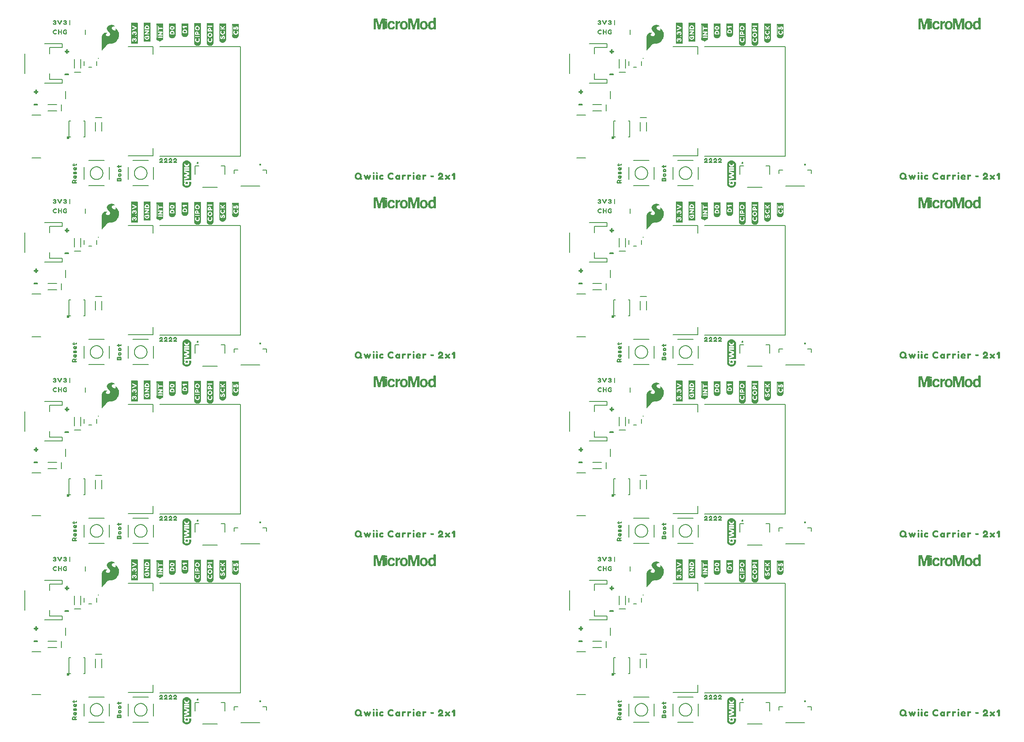
<source format=gto>
G04 EAGLE Gerber RS-274X export*
G75*
%MOMM*%
%FSLAX34Y34*%
%LPD*%
%INSilkscreen Top*%
%IPPOS*%
%AMOC8*
5,1,8,0,0,1.08239X$1,22.5*%
G01*
%ADD10C,0.203200*%
%ADD11C,0.152400*%
%ADD12C,0.600000*%
%ADD13C,0.254000*%
%ADD14C,0.406400*%
%ADD15R,0.720000X0.060000*%
%ADD16R,0.780000X0.060000*%
%ADD17R,0.840000X0.060000*%

G36*
X1260815Y641140D02*
X1260815Y641140D01*
X1260899Y641143D01*
X1260900Y641143D01*
X1260901Y641143D01*
X1260979Y641186D01*
X1261052Y641225D01*
X1261052Y641226D01*
X1261053Y641226D01*
X1261057Y641232D01*
X1261140Y641340D01*
X1261213Y641485D01*
X1261569Y641841D01*
X1261576Y641852D01*
X1261589Y641863D01*
X1262189Y642563D01*
X1262193Y642570D01*
X1262200Y642577D01*
X1262892Y643466D01*
X1263783Y644456D01*
X1263786Y644461D01*
X1263792Y644467D01*
X1264787Y645660D01*
X1265880Y646853D01*
X1267079Y648151D01*
X1268379Y649551D01*
X1268383Y649558D01*
X1268390Y649564D01*
X1269480Y650852D01*
X1270562Y651934D01*
X1271537Y652812D01*
X1272489Y653478D01*
X1273530Y653951D01*
X1274551Y654230D01*
X1278400Y654230D01*
X1278420Y654235D01*
X1278447Y654233D01*
X1280847Y654533D01*
X1280869Y654541D01*
X1280900Y654543D01*
X1283100Y655143D01*
X1283123Y655155D01*
X1283156Y655163D01*
X1285156Y656063D01*
X1285175Y656077D01*
X1285203Y656089D01*
X1287103Y657289D01*
X1287114Y657299D01*
X1287131Y657308D01*
X1288831Y658608D01*
X1288848Y658629D01*
X1288877Y658650D01*
X1290377Y660250D01*
X1290385Y660264D01*
X1290400Y660277D01*
X1291800Y662077D01*
X1291813Y662104D01*
X1291838Y662136D01*
X1293738Y665836D01*
X1293746Y665867D01*
X1293766Y665908D01*
X1294766Y669508D01*
X1294768Y669542D01*
X1294780Y669588D01*
X1294980Y673088D01*
X1294974Y673120D01*
X1294976Y673167D01*
X1294476Y676467D01*
X1294465Y676496D01*
X1294458Y676538D01*
X1293458Y679338D01*
X1293444Y679359D01*
X1293434Y679391D01*
X1292134Y681791D01*
X1292108Y681820D01*
X1292069Y681879D01*
X1290369Y683579D01*
X1290339Y683597D01*
X1290302Y683632D01*
X1288702Y684632D01*
X1288636Y684655D01*
X1288572Y684683D01*
X1288555Y684683D01*
X1288538Y684688D01*
X1288469Y684679D01*
X1288399Y684677D01*
X1288384Y684668D01*
X1288366Y684666D01*
X1288308Y684627D01*
X1288247Y684594D01*
X1288237Y684579D01*
X1288222Y684569D01*
X1288187Y684509D01*
X1288147Y684452D01*
X1288144Y684433D01*
X1288136Y684419D01*
X1288133Y684380D01*
X1288120Y684310D01*
X1288120Y683710D01*
X1288127Y683680D01*
X1288127Y683635D01*
X1288213Y683204D01*
X1288037Y682144D01*
X1287798Y681746D01*
X1287383Y681331D01*
X1286822Y681090D01*
X1286253Y681090D01*
X1284938Y681466D01*
X1284197Y681837D01*
X1282835Y682810D01*
X1282158Y683389D01*
X1281699Y683848D01*
X1281222Y684612D01*
X1281219Y684615D01*
X1281216Y684621D01*
X1280849Y685172D01*
X1280672Y685794D01*
X1280585Y686310D01*
X1280668Y686807D01*
X1280847Y687254D01*
X1281122Y687804D01*
X1281476Y688246D01*
X1282214Y688892D01*
X1282592Y689081D01*
X1282933Y689251D01*
X1283667Y689435D01*
X1284521Y689530D01*
X1285753Y689530D01*
X1286108Y689441D01*
X1286144Y689441D01*
X1286200Y689430D01*
X1286300Y689430D01*
X1286361Y689444D01*
X1286424Y689450D01*
X1286445Y689464D01*
X1286469Y689469D01*
X1286517Y689509D01*
X1286570Y689543D01*
X1286583Y689564D01*
X1286602Y689579D01*
X1286628Y689637D01*
X1286661Y689690D01*
X1286663Y689715D01*
X1286673Y689738D01*
X1286671Y689800D01*
X1286677Y689863D01*
X1286668Y689886D01*
X1286667Y689911D01*
X1286637Y689966D01*
X1286614Y690025D01*
X1286594Y690044D01*
X1286584Y690063D01*
X1286553Y690084D01*
X1286511Y690126D01*
X1286217Y690323D01*
X1285521Y690819D01*
X1285506Y690825D01*
X1285492Y690838D01*
X1284292Y691538D01*
X1284268Y691546D01*
X1284241Y691563D01*
X1282741Y692163D01*
X1282723Y692166D01*
X1282702Y692176D01*
X1280902Y692676D01*
X1280868Y692678D01*
X1280819Y692690D01*
X1278819Y692790D01*
X1278781Y692783D01*
X1278716Y692781D01*
X1276516Y692281D01*
X1276482Y692264D01*
X1276424Y692247D01*
X1274124Y691047D01*
X1274099Y691026D01*
X1274058Y691004D01*
X1272358Y689604D01*
X1272335Y689573D01*
X1272287Y689525D01*
X1271187Y687925D01*
X1271173Y687890D01*
X1271141Y687837D01*
X1270541Y686137D01*
X1270538Y686102D01*
X1270536Y686091D01*
X1270527Y686072D01*
X1270528Y686050D01*
X1270520Y686010D01*
X1270520Y684310D01*
X1270529Y684272D01*
X1270535Y684203D01*
X1271035Y682503D01*
X1271049Y682478D01*
X1271060Y682440D01*
X1271960Y680640D01*
X1271979Y680617D01*
X1271998Y680579D01*
X1273298Y678879D01*
X1273315Y678865D01*
X1273331Y678841D01*
X1275022Y677151D01*
X1276278Y675701D01*
X1276920Y674326D01*
X1276920Y673067D01*
X1276561Y671902D01*
X1275749Y671000D01*
X1274639Y670259D01*
X1273347Y669890D01*
X1271851Y669890D01*
X1270811Y670174D01*
X1269991Y670447D01*
X1269358Y670989D01*
X1268813Y671535D01*
X1268556Y672048D01*
X1268380Y672663D01*
X1268380Y673248D01*
X1268541Y673731D01*
X1268788Y674060D01*
X1269154Y674426D01*
X1269633Y674809D01*
X1269988Y675076D01*
X1270441Y675257D01*
X1270453Y675265D01*
X1270470Y675270D01*
X1270714Y675392D01*
X1271070Y675570D01*
X1271099Y675594D01*
X1271169Y675641D01*
X1271269Y675741D01*
X1271282Y675763D01*
X1271302Y675779D01*
X1271328Y675836D01*
X1271360Y675888D01*
X1271363Y675914D01*
X1271373Y675938D01*
X1271371Y675999D01*
X1271377Y676061D01*
X1271368Y676085D01*
X1271367Y676111D01*
X1271337Y676165D01*
X1271315Y676223D01*
X1271296Y676240D01*
X1271284Y676263D01*
X1271234Y676298D01*
X1271188Y676340D01*
X1271163Y676348D01*
X1271142Y676363D01*
X1271058Y676379D01*
X1271022Y676390D01*
X1271012Y676388D01*
X1271000Y676390D01*
X1270962Y676390D01*
X1270731Y676467D01*
X1270241Y676663D01*
X1270206Y676668D01*
X1270154Y676686D01*
X1269454Y676786D01*
X1269430Y676784D01*
X1269400Y676790D01*
X1267600Y676790D01*
X1267570Y676783D01*
X1267525Y676783D01*
X1266525Y676583D01*
X1266515Y676578D01*
X1266500Y676577D01*
X1265400Y676277D01*
X1265383Y676268D01*
X1265359Y676263D01*
X1264359Y675863D01*
X1264332Y675844D01*
X1264289Y675826D01*
X1263389Y675226D01*
X1263368Y675204D01*
X1263331Y675179D01*
X1262531Y674379D01*
X1262520Y674361D01*
X1262500Y674343D01*
X1261800Y673443D01*
X1261789Y673419D01*
X1261766Y673392D01*
X1261166Y672292D01*
X1261157Y672259D01*
X1261134Y672214D01*
X1260734Y670814D01*
X1260733Y670789D01*
X1260723Y670757D01*
X1260523Y669157D01*
X1260524Y669145D01*
X1260520Y669130D01*
X1260420Y667230D01*
X1260422Y667221D01*
X1260420Y667210D01*
X1260420Y641510D01*
X1260440Y641425D01*
X1260459Y641343D01*
X1260459Y641342D01*
X1260459Y641341D01*
X1260516Y641273D01*
X1260568Y641209D01*
X1260569Y641208D01*
X1260647Y641173D01*
X1260726Y641137D01*
X1260727Y641137D01*
X1260728Y641137D01*
X1260815Y641140D01*
G37*
G36*
X1260815Y280460D02*
X1260815Y280460D01*
X1260899Y280463D01*
X1260900Y280463D01*
X1260901Y280463D01*
X1260979Y280506D01*
X1261052Y280545D01*
X1261052Y280546D01*
X1261053Y280546D01*
X1261057Y280552D01*
X1261140Y280660D01*
X1261213Y280805D01*
X1261569Y281161D01*
X1261576Y281172D01*
X1261589Y281183D01*
X1262189Y281883D01*
X1262193Y281890D01*
X1262200Y281897D01*
X1262892Y282786D01*
X1263783Y283776D01*
X1263786Y283781D01*
X1263792Y283787D01*
X1264787Y284980D01*
X1265880Y286173D01*
X1267079Y287471D01*
X1268379Y288871D01*
X1268383Y288878D01*
X1268390Y288884D01*
X1269480Y290172D01*
X1270562Y291254D01*
X1271537Y292132D01*
X1272489Y292798D01*
X1273530Y293271D01*
X1274551Y293550D01*
X1278400Y293550D01*
X1278420Y293555D01*
X1278447Y293553D01*
X1280847Y293853D01*
X1280869Y293861D01*
X1280900Y293863D01*
X1283100Y294463D01*
X1283123Y294475D01*
X1283156Y294483D01*
X1285156Y295383D01*
X1285175Y295397D01*
X1285203Y295409D01*
X1287103Y296609D01*
X1287114Y296619D01*
X1287131Y296628D01*
X1288831Y297928D01*
X1288848Y297949D01*
X1288877Y297970D01*
X1290377Y299570D01*
X1290385Y299584D01*
X1290400Y299597D01*
X1291800Y301397D01*
X1291813Y301424D01*
X1291838Y301456D01*
X1293738Y305156D01*
X1293746Y305187D01*
X1293766Y305228D01*
X1294766Y308828D01*
X1294768Y308862D01*
X1294780Y308908D01*
X1294980Y312408D01*
X1294974Y312440D01*
X1294976Y312487D01*
X1294476Y315787D01*
X1294465Y315816D01*
X1294458Y315858D01*
X1293458Y318658D01*
X1293444Y318679D01*
X1293434Y318711D01*
X1292134Y321111D01*
X1292108Y321140D01*
X1292069Y321199D01*
X1290369Y322899D01*
X1290339Y322917D01*
X1290302Y322952D01*
X1288702Y323952D01*
X1288636Y323975D01*
X1288572Y324003D01*
X1288555Y324003D01*
X1288538Y324008D01*
X1288469Y323999D01*
X1288399Y323997D01*
X1288384Y323988D01*
X1288366Y323986D01*
X1288308Y323947D01*
X1288247Y323914D01*
X1288237Y323899D01*
X1288222Y323889D01*
X1288187Y323829D01*
X1288147Y323772D01*
X1288144Y323753D01*
X1288136Y323739D01*
X1288133Y323700D01*
X1288120Y323630D01*
X1288120Y323030D01*
X1288127Y323000D01*
X1288127Y322955D01*
X1288213Y322524D01*
X1288037Y321464D01*
X1287798Y321066D01*
X1287383Y320651D01*
X1286822Y320410D01*
X1286253Y320410D01*
X1284938Y320786D01*
X1284197Y321157D01*
X1282835Y322130D01*
X1282158Y322709D01*
X1281699Y323168D01*
X1281222Y323932D01*
X1281219Y323935D01*
X1281216Y323941D01*
X1280849Y324492D01*
X1280672Y325114D01*
X1280585Y325630D01*
X1280668Y326127D01*
X1280847Y326574D01*
X1281122Y327124D01*
X1281476Y327566D01*
X1282214Y328212D01*
X1282592Y328401D01*
X1282933Y328571D01*
X1283667Y328755D01*
X1284521Y328850D01*
X1285753Y328850D01*
X1286108Y328761D01*
X1286144Y328761D01*
X1286200Y328750D01*
X1286300Y328750D01*
X1286361Y328764D01*
X1286424Y328770D01*
X1286445Y328784D01*
X1286469Y328789D01*
X1286517Y328829D01*
X1286570Y328863D01*
X1286583Y328884D01*
X1286602Y328899D01*
X1286628Y328957D01*
X1286661Y329010D01*
X1286663Y329035D01*
X1286673Y329058D01*
X1286671Y329120D01*
X1286677Y329183D01*
X1286668Y329206D01*
X1286667Y329231D01*
X1286637Y329286D01*
X1286614Y329345D01*
X1286594Y329364D01*
X1286584Y329383D01*
X1286553Y329404D01*
X1286511Y329446D01*
X1286217Y329643D01*
X1285521Y330139D01*
X1285506Y330145D01*
X1285492Y330158D01*
X1284292Y330858D01*
X1284268Y330866D01*
X1284241Y330883D01*
X1282741Y331483D01*
X1282723Y331486D01*
X1282702Y331496D01*
X1280902Y331996D01*
X1280868Y331998D01*
X1280819Y332010D01*
X1278819Y332110D01*
X1278781Y332103D01*
X1278716Y332101D01*
X1276516Y331601D01*
X1276482Y331584D01*
X1276424Y331567D01*
X1274124Y330367D01*
X1274099Y330346D01*
X1274058Y330324D01*
X1272358Y328924D01*
X1272335Y328893D01*
X1272287Y328845D01*
X1271187Y327245D01*
X1271173Y327210D01*
X1271141Y327157D01*
X1270541Y325457D01*
X1270538Y325422D01*
X1270536Y325411D01*
X1270527Y325392D01*
X1270528Y325370D01*
X1270520Y325330D01*
X1270520Y323630D01*
X1270529Y323592D01*
X1270535Y323523D01*
X1271035Y321823D01*
X1271049Y321798D01*
X1271060Y321760D01*
X1271960Y319960D01*
X1271979Y319937D01*
X1271998Y319899D01*
X1273298Y318199D01*
X1273315Y318185D01*
X1273331Y318161D01*
X1275022Y316471D01*
X1276278Y315021D01*
X1276920Y313646D01*
X1276920Y312387D01*
X1276561Y311222D01*
X1275749Y310320D01*
X1274639Y309579D01*
X1273347Y309210D01*
X1271851Y309210D01*
X1270811Y309494D01*
X1269991Y309767D01*
X1269358Y310309D01*
X1268813Y310855D01*
X1268556Y311368D01*
X1268380Y311983D01*
X1268380Y312568D01*
X1268541Y313051D01*
X1268788Y313380D01*
X1269154Y313746D01*
X1269633Y314129D01*
X1269988Y314396D01*
X1270441Y314577D01*
X1270453Y314585D01*
X1270470Y314590D01*
X1270714Y314712D01*
X1271070Y314890D01*
X1271099Y314914D01*
X1271169Y314961D01*
X1271269Y315061D01*
X1271282Y315083D01*
X1271302Y315099D01*
X1271328Y315156D01*
X1271360Y315208D01*
X1271363Y315234D01*
X1271373Y315258D01*
X1271371Y315319D01*
X1271377Y315381D01*
X1271368Y315405D01*
X1271367Y315431D01*
X1271337Y315485D01*
X1271315Y315543D01*
X1271296Y315560D01*
X1271284Y315583D01*
X1271234Y315618D01*
X1271188Y315660D01*
X1271163Y315668D01*
X1271142Y315683D01*
X1271058Y315699D01*
X1271022Y315710D01*
X1271012Y315708D01*
X1271000Y315710D01*
X1270962Y315710D01*
X1270731Y315787D01*
X1270241Y315983D01*
X1270206Y315988D01*
X1270154Y316006D01*
X1269454Y316106D01*
X1269430Y316104D01*
X1269400Y316110D01*
X1267600Y316110D01*
X1267570Y316103D01*
X1267525Y316103D01*
X1266525Y315903D01*
X1266515Y315898D01*
X1266500Y315897D01*
X1265400Y315597D01*
X1265383Y315588D01*
X1265359Y315583D01*
X1264359Y315183D01*
X1264332Y315164D01*
X1264289Y315146D01*
X1263389Y314546D01*
X1263368Y314524D01*
X1263331Y314499D01*
X1262531Y313699D01*
X1262520Y313681D01*
X1262500Y313663D01*
X1261800Y312763D01*
X1261789Y312739D01*
X1261766Y312712D01*
X1261166Y311612D01*
X1261157Y311579D01*
X1261134Y311534D01*
X1260734Y310134D01*
X1260733Y310109D01*
X1260723Y310077D01*
X1260523Y308477D01*
X1260524Y308465D01*
X1260520Y308450D01*
X1260420Y306550D01*
X1260422Y306541D01*
X1260420Y306530D01*
X1260420Y280830D01*
X1260440Y280745D01*
X1260459Y280663D01*
X1260459Y280662D01*
X1260459Y280661D01*
X1260516Y280593D01*
X1260568Y280529D01*
X1260569Y280528D01*
X1260647Y280493D01*
X1260726Y280457D01*
X1260727Y280457D01*
X1260728Y280457D01*
X1260815Y280460D01*
G37*
G36*
X163535Y641140D02*
X163535Y641140D01*
X163619Y641143D01*
X163620Y641143D01*
X163621Y641143D01*
X163699Y641186D01*
X163772Y641225D01*
X163772Y641226D01*
X163773Y641226D01*
X163777Y641232D01*
X163860Y641340D01*
X163933Y641485D01*
X164289Y641841D01*
X164296Y641852D01*
X164309Y641863D01*
X164909Y642563D01*
X164913Y642570D01*
X164920Y642577D01*
X165612Y643466D01*
X166503Y644456D01*
X166506Y644461D01*
X166512Y644467D01*
X167507Y645660D01*
X168600Y646853D01*
X169799Y648151D01*
X171099Y649551D01*
X171103Y649558D01*
X171110Y649564D01*
X172200Y650852D01*
X173282Y651934D01*
X174257Y652812D01*
X175209Y653478D01*
X176250Y653951D01*
X177271Y654230D01*
X181120Y654230D01*
X181140Y654235D01*
X181167Y654233D01*
X183567Y654533D01*
X183589Y654541D01*
X183620Y654543D01*
X185820Y655143D01*
X185843Y655155D01*
X185876Y655163D01*
X187876Y656063D01*
X187895Y656077D01*
X187923Y656089D01*
X189823Y657289D01*
X189834Y657299D01*
X189851Y657308D01*
X191551Y658608D01*
X191568Y658629D01*
X191597Y658650D01*
X193097Y660250D01*
X193105Y660264D01*
X193120Y660277D01*
X194520Y662077D01*
X194533Y662104D01*
X194558Y662136D01*
X196458Y665836D01*
X196466Y665867D01*
X196486Y665908D01*
X197486Y669508D01*
X197488Y669542D01*
X197500Y669588D01*
X197700Y673088D01*
X197694Y673120D01*
X197696Y673167D01*
X197196Y676467D01*
X197185Y676496D01*
X197178Y676538D01*
X196178Y679338D01*
X196164Y679359D01*
X196154Y679391D01*
X194854Y681791D01*
X194828Y681820D01*
X194789Y681879D01*
X193089Y683579D01*
X193059Y683597D01*
X193022Y683632D01*
X191422Y684632D01*
X191356Y684655D01*
X191292Y684683D01*
X191275Y684683D01*
X191258Y684688D01*
X191189Y684679D01*
X191119Y684677D01*
X191104Y684668D01*
X191086Y684666D01*
X191028Y684627D01*
X190967Y684594D01*
X190957Y684579D01*
X190942Y684569D01*
X190907Y684509D01*
X190867Y684452D01*
X190864Y684433D01*
X190856Y684419D01*
X190853Y684380D01*
X190840Y684310D01*
X190840Y683710D01*
X190847Y683680D01*
X190847Y683635D01*
X190933Y683204D01*
X190757Y682144D01*
X190518Y681746D01*
X190103Y681331D01*
X189542Y681090D01*
X188973Y681090D01*
X187658Y681466D01*
X186917Y681837D01*
X185555Y682810D01*
X184878Y683389D01*
X184419Y683848D01*
X183942Y684612D01*
X183939Y684615D01*
X183936Y684621D01*
X183569Y685172D01*
X183392Y685794D01*
X183305Y686310D01*
X183388Y686807D01*
X183567Y687254D01*
X183842Y687804D01*
X184196Y688246D01*
X184934Y688892D01*
X185312Y689081D01*
X185653Y689251D01*
X186387Y689435D01*
X187241Y689530D01*
X188473Y689530D01*
X188828Y689441D01*
X188864Y689441D01*
X188920Y689430D01*
X189020Y689430D01*
X189081Y689444D01*
X189144Y689450D01*
X189165Y689464D01*
X189189Y689469D01*
X189237Y689509D01*
X189290Y689543D01*
X189303Y689564D01*
X189322Y689579D01*
X189348Y689637D01*
X189381Y689690D01*
X189383Y689715D01*
X189393Y689738D01*
X189391Y689800D01*
X189397Y689863D01*
X189388Y689886D01*
X189387Y689911D01*
X189357Y689966D01*
X189334Y690025D01*
X189314Y690044D01*
X189304Y690063D01*
X189273Y690084D01*
X189231Y690126D01*
X188937Y690323D01*
X188241Y690819D01*
X188226Y690825D01*
X188212Y690838D01*
X187012Y691538D01*
X186988Y691546D01*
X186961Y691563D01*
X185461Y692163D01*
X185443Y692166D01*
X185422Y692176D01*
X183622Y692676D01*
X183588Y692678D01*
X183539Y692690D01*
X181539Y692790D01*
X181501Y692783D01*
X181436Y692781D01*
X179236Y692281D01*
X179202Y692264D01*
X179144Y692247D01*
X176844Y691047D01*
X176819Y691026D01*
X176778Y691004D01*
X175078Y689604D01*
X175055Y689573D01*
X175007Y689525D01*
X173907Y687925D01*
X173893Y687890D01*
X173861Y687837D01*
X173261Y686137D01*
X173258Y686102D01*
X173256Y686091D01*
X173247Y686072D01*
X173248Y686050D01*
X173240Y686010D01*
X173240Y684310D01*
X173249Y684272D01*
X173255Y684203D01*
X173755Y682503D01*
X173769Y682478D01*
X173780Y682440D01*
X174680Y680640D01*
X174699Y680617D01*
X174718Y680579D01*
X176018Y678879D01*
X176035Y678865D01*
X176051Y678841D01*
X177742Y677151D01*
X178998Y675701D01*
X179640Y674326D01*
X179640Y673067D01*
X179281Y671902D01*
X178469Y671000D01*
X177359Y670259D01*
X176067Y669890D01*
X174571Y669890D01*
X173531Y670174D01*
X172711Y670447D01*
X172078Y670989D01*
X171533Y671535D01*
X171276Y672048D01*
X171100Y672663D01*
X171100Y673248D01*
X171261Y673731D01*
X171508Y674060D01*
X171874Y674426D01*
X172353Y674809D01*
X172708Y675076D01*
X173161Y675257D01*
X173173Y675265D01*
X173190Y675270D01*
X173434Y675392D01*
X173790Y675570D01*
X173819Y675594D01*
X173889Y675641D01*
X173989Y675741D01*
X174002Y675763D01*
X174022Y675779D01*
X174048Y675836D01*
X174080Y675888D01*
X174083Y675914D01*
X174093Y675938D01*
X174091Y675999D01*
X174097Y676061D01*
X174088Y676085D01*
X174087Y676111D01*
X174057Y676165D01*
X174035Y676223D01*
X174016Y676240D01*
X174004Y676263D01*
X173954Y676298D01*
X173908Y676340D01*
X173883Y676348D01*
X173862Y676363D01*
X173778Y676379D01*
X173742Y676390D01*
X173732Y676388D01*
X173720Y676390D01*
X173682Y676390D01*
X173451Y676467D01*
X172961Y676663D01*
X172926Y676668D01*
X172874Y676686D01*
X172174Y676786D01*
X172150Y676784D01*
X172120Y676790D01*
X170320Y676790D01*
X170290Y676783D01*
X170245Y676783D01*
X169245Y676583D01*
X169235Y676578D01*
X169220Y676577D01*
X168120Y676277D01*
X168103Y676268D01*
X168079Y676263D01*
X167079Y675863D01*
X167052Y675844D01*
X167009Y675826D01*
X166109Y675226D01*
X166088Y675204D01*
X166051Y675179D01*
X165251Y674379D01*
X165240Y674361D01*
X165220Y674343D01*
X164520Y673443D01*
X164509Y673419D01*
X164486Y673392D01*
X163886Y672292D01*
X163877Y672259D01*
X163854Y672214D01*
X163454Y670814D01*
X163453Y670789D01*
X163443Y670757D01*
X163243Y669157D01*
X163244Y669145D01*
X163240Y669130D01*
X163140Y667230D01*
X163142Y667221D01*
X163140Y667210D01*
X163140Y641510D01*
X163160Y641425D01*
X163179Y641343D01*
X163179Y641342D01*
X163179Y641341D01*
X163236Y641273D01*
X163288Y641209D01*
X163289Y641208D01*
X163367Y641173D01*
X163446Y641137D01*
X163447Y641137D01*
X163448Y641137D01*
X163535Y641140D01*
G37*
G36*
X1260815Y1001820D02*
X1260815Y1001820D01*
X1260899Y1001823D01*
X1260900Y1001823D01*
X1260901Y1001823D01*
X1260979Y1001866D01*
X1261052Y1001905D01*
X1261052Y1001906D01*
X1261053Y1001906D01*
X1261057Y1001912D01*
X1261140Y1002020D01*
X1261213Y1002165D01*
X1261569Y1002521D01*
X1261576Y1002532D01*
X1261589Y1002543D01*
X1262189Y1003243D01*
X1262193Y1003250D01*
X1262200Y1003257D01*
X1262892Y1004146D01*
X1263783Y1005136D01*
X1263786Y1005141D01*
X1263792Y1005147D01*
X1264787Y1006340D01*
X1265880Y1007533D01*
X1267079Y1008831D01*
X1268379Y1010231D01*
X1268383Y1010238D01*
X1268390Y1010244D01*
X1269480Y1011532D01*
X1270562Y1012614D01*
X1271537Y1013492D01*
X1272489Y1014158D01*
X1273530Y1014631D01*
X1274551Y1014910D01*
X1278400Y1014910D01*
X1278420Y1014915D01*
X1278447Y1014913D01*
X1280847Y1015213D01*
X1280869Y1015221D01*
X1280900Y1015223D01*
X1283100Y1015823D01*
X1283123Y1015835D01*
X1283156Y1015843D01*
X1285156Y1016743D01*
X1285175Y1016757D01*
X1285203Y1016769D01*
X1287103Y1017969D01*
X1287114Y1017979D01*
X1287131Y1017988D01*
X1288831Y1019288D01*
X1288848Y1019309D01*
X1288877Y1019330D01*
X1290377Y1020930D01*
X1290385Y1020944D01*
X1290400Y1020957D01*
X1291800Y1022757D01*
X1291813Y1022784D01*
X1291838Y1022816D01*
X1293738Y1026516D01*
X1293746Y1026547D01*
X1293766Y1026588D01*
X1294766Y1030188D01*
X1294768Y1030222D01*
X1294780Y1030268D01*
X1294980Y1033768D01*
X1294974Y1033800D01*
X1294976Y1033847D01*
X1294476Y1037147D01*
X1294465Y1037176D01*
X1294458Y1037218D01*
X1293458Y1040018D01*
X1293444Y1040039D01*
X1293434Y1040071D01*
X1292134Y1042471D01*
X1292108Y1042500D01*
X1292069Y1042559D01*
X1290369Y1044259D01*
X1290339Y1044277D01*
X1290302Y1044312D01*
X1288702Y1045312D01*
X1288636Y1045335D01*
X1288572Y1045363D01*
X1288555Y1045363D01*
X1288538Y1045368D01*
X1288469Y1045359D01*
X1288399Y1045357D01*
X1288384Y1045348D01*
X1288366Y1045346D01*
X1288308Y1045307D01*
X1288247Y1045274D01*
X1288237Y1045259D01*
X1288222Y1045249D01*
X1288187Y1045189D01*
X1288147Y1045132D01*
X1288144Y1045113D01*
X1288136Y1045099D01*
X1288133Y1045060D01*
X1288120Y1044990D01*
X1288120Y1044390D01*
X1288127Y1044360D01*
X1288127Y1044315D01*
X1288213Y1043884D01*
X1288037Y1042824D01*
X1287798Y1042426D01*
X1287383Y1042011D01*
X1286822Y1041770D01*
X1286253Y1041770D01*
X1284938Y1042146D01*
X1284197Y1042517D01*
X1282835Y1043490D01*
X1282158Y1044069D01*
X1281699Y1044528D01*
X1281222Y1045292D01*
X1281219Y1045295D01*
X1281216Y1045301D01*
X1280849Y1045852D01*
X1280672Y1046474D01*
X1280585Y1046990D01*
X1280668Y1047487D01*
X1280847Y1047934D01*
X1281122Y1048484D01*
X1281476Y1048926D01*
X1282214Y1049572D01*
X1282592Y1049761D01*
X1282933Y1049931D01*
X1283667Y1050115D01*
X1284521Y1050210D01*
X1285753Y1050210D01*
X1286108Y1050121D01*
X1286144Y1050121D01*
X1286200Y1050110D01*
X1286300Y1050110D01*
X1286361Y1050124D01*
X1286424Y1050130D01*
X1286445Y1050144D01*
X1286469Y1050149D01*
X1286517Y1050189D01*
X1286570Y1050223D01*
X1286583Y1050244D01*
X1286602Y1050259D01*
X1286628Y1050317D01*
X1286661Y1050370D01*
X1286663Y1050395D01*
X1286673Y1050418D01*
X1286671Y1050480D01*
X1286677Y1050543D01*
X1286668Y1050566D01*
X1286667Y1050591D01*
X1286637Y1050646D01*
X1286614Y1050705D01*
X1286594Y1050724D01*
X1286584Y1050743D01*
X1286553Y1050764D01*
X1286511Y1050806D01*
X1286217Y1051003D01*
X1285521Y1051499D01*
X1285506Y1051505D01*
X1285492Y1051518D01*
X1284292Y1052218D01*
X1284268Y1052226D01*
X1284241Y1052243D01*
X1282741Y1052843D01*
X1282723Y1052846D01*
X1282702Y1052856D01*
X1280902Y1053356D01*
X1280868Y1053358D01*
X1280819Y1053370D01*
X1278819Y1053470D01*
X1278781Y1053463D01*
X1278716Y1053461D01*
X1276516Y1052961D01*
X1276482Y1052944D01*
X1276424Y1052927D01*
X1274124Y1051727D01*
X1274099Y1051706D01*
X1274058Y1051684D01*
X1272358Y1050284D01*
X1272335Y1050253D01*
X1272287Y1050205D01*
X1271187Y1048605D01*
X1271173Y1048570D01*
X1271141Y1048517D01*
X1270541Y1046817D01*
X1270538Y1046782D01*
X1270536Y1046771D01*
X1270527Y1046752D01*
X1270528Y1046730D01*
X1270520Y1046690D01*
X1270520Y1044990D01*
X1270529Y1044952D01*
X1270535Y1044883D01*
X1271035Y1043183D01*
X1271049Y1043158D01*
X1271060Y1043120D01*
X1271960Y1041320D01*
X1271979Y1041297D01*
X1271998Y1041259D01*
X1273298Y1039559D01*
X1273315Y1039545D01*
X1273331Y1039521D01*
X1275022Y1037831D01*
X1276278Y1036381D01*
X1276920Y1035006D01*
X1276920Y1033747D01*
X1276561Y1032582D01*
X1275749Y1031680D01*
X1274639Y1030939D01*
X1273347Y1030570D01*
X1271851Y1030570D01*
X1270811Y1030854D01*
X1269991Y1031127D01*
X1269358Y1031669D01*
X1268813Y1032215D01*
X1268556Y1032728D01*
X1268380Y1033343D01*
X1268380Y1033928D01*
X1268541Y1034411D01*
X1268788Y1034740D01*
X1269154Y1035106D01*
X1269633Y1035489D01*
X1269988Y1035756D01*
X1270441Y1035937D01*
X1270453Y1035945D01*
X1270470Y1035950D01*
X1270714Y1036072D01*
X1271070Y1036250D01*
X1271099Y1036274D01*
X1271169Y1036321D01*
X1271269Y1036421D01*
X1271282Y1036443D01*
X1271302Y1036459D01*
X1271328Y1036516D01*
X1271360Y1036568D01*
X1271363Y1036594D01*
X1271373Y1036618D01*
X1271371Y1036679D01*
X1271377Y1036741D01*
X1271368Y1036765D01*
X1271367Y1036791D01*
X1271337Y1036845D01*
X1271315Y1036903D01*
X1271296Y1036920D01*
X1271284Y1036943D01*
X1271234Y1036978D01*
X1271188Y1037020D01*
X1271163Y1037028D01*
X1271142Y1037043D01*
X1271058Y1037059D01*
X1271022Y1037070D01*
X1271012Y1037068D01*
X1271000Y1037070D01*
X1270962Y1037070D01*
X1270731Y1037147D01*
X1270241Y1037343D01*
X1270206Y1037348D01*
X1270154Y1037366D01*
X1269454Y1037466D01*
X1269430Y1037464D01*
X1269400Y1037470D01*
X1267600Y1037470D01*
X1267570Y1037463D01*
X1267525Y1037463D01*
X1266525Y1037263D01*
X1266515Y1037258D01*
X1266500Y1037257D01*
X1265400Y1036957D01*
X1265383Y1036948D01*
X1265359Y1036943D01*
X1264359Y1036543D01*
X1264332Y1036524D01*
X1264289Y1036506D01*
X1263389Y1035906D01*
X1263368Y1035884D01*
X1263331Y1035859D01*
X1262531Y1035059D01*
X1262520Y1035041D01*
X1262500Y1035023D01*
X1261800Y1034123D01*
X1261789Y1034099D01*
X1261766Y1034072D01*
X1261166Y1032972D01*
X1261157Y1032939D01*
X1261134Y1032894D01*
X1260734Y1031494D01*
X1260733Y1031469D01*
X1260723Y1031437D01*
X1260523Y1029837D01*
X1260524Y1029825D01*
X1260520Y1029810D01*
X1260420Y1027910D01*
X1260422Y1027901D01*
X1260420Y1027890D01*
X1260420Y1002190D01*
X1260440Y1002105D01*
X1260459Y1002023D01*
X1260459Y1002022D01*
X1260459Y1002021D01*
X1260516Y1001953D01*
X1260568Y1001889D01*
X1260569Y1001888D01*
X1260647Y1001853D01*
X1260726Y1001817D01*
X1260727Y1001817D01*
X1260728Y1001817D01*
X1260815Y1001820D01*
G37*
G36*
X163535Y280460D02*
X163535Y280460D01*
X163619Y280463D01*
X163620Y280463D01*
X163621Y280463D01*
X163699Y280506D01*
X163772Y280545D01*
X163772Y280546D01*
X163773Y280546D01*
X163777Y280552D01*
X163860Y280660D01*
X163933Y280805D01*
X164289Y281161D01*
X164296Y281172D01*
X164309Y281183D01*
X164909Y281883D01*
X164913Y281890D01*
X164920Y281897D01*
X165612Y282786D01*
X166503Y283776D01*
X166506Y283781D01*
X166512Y283787D01*
X167507Y284980D01*
X168600Y286173D01*
X169799Y287471D01*
X171099Y288871D01*
X171103Y288878D01*
X171110Y288884D01*
X172200Y290172D01*
X173282Y291254D01*
X174257Y292132D01*
X175209Y292798D01*
X176249Y293271D01*
X177271Y293550D01*
X181120Y293550D01*
X181140Y293555D01*
X181167Y293553D01*
X183567Y293853D01*
X183589Y293861D01*
X183620Y293863D01*
X185820Y294463D01*
X185843Y294475D01*
X185876Y294483D01*
X187876Y295383D01*
X187895Y295397D01*
X187923Y295409D01*
X189823Y296609D01*
X189834Y296619D01*
X189851Y296628D01*
X191551Y297928D01*
X191568Y297949D01*
X191597Y297970D01*
X193097Y299570D01*
X193105Y299584D01*
X193120Y299597D01*
X194520Y301397D01*
X194533Y301424D01*
X194558Y301456D01*
X196458Y305156D01*
X196466Y305187D01*
X196486Y305228D01*
X197486Y308828D01*
X197488Y308862D01*
X197500Y308908D01*
X197700Y312408D01*
X197694Y312440D01*
X197696Y312487D01*
X197196Y315787D01*
X197185Y315816D01*
X197178Y315858D01*
X196178Y318658D01*
X196164Y318679D01*
X196154Y318711D01*
X194854Y321111D01*
X194828Y321140D01*
X194789Y321199D01*
X193089Y322899D01*
X193059Y322917D01*
X193022Y322952D01*
X191422Y323952D01*
X191356Y323975D01*
X191292Y324003D01*
X191275Y324003D01*
X191258Y324008D01*
X191189Y323999D01*
X191119Y323997D01*
X191104Y323988D01*
X191086Y323986D01*
X191028Y323947D01*
X190967Y323914D01*
X190957Y323899D01*
X190942Y323889D01*
X190907Y323829D01*
X190867Y323772D01*
X190864Y323753D01*
X190856Y323739D01*
X190853Y323700D01*
X190840Y323630D01*
X190840Y323030D01*
X190847Y323000D01*
X190847Y322955D01*
X190933Y322524D01*
X190757Y321464D01*
X190518Y321066D01*
X190103Y320651D01*
X189542Y320410D01*
X188973Y320410D01*
X187658Y320786D01*
X186917Y321157D01*
X185555Y322130D01*
X184878Y322709D01*
X184419Y323168D01*
X183942Y323932D01*
X183939Y323935D01*
X183936Y323941D01*
X183569Y324492D01*
X183392Y325114D01*
X183305Y325630D01*
X183388Y326127D01*
X183567Y326574D01*
X183842Y327124D01*
X184196Y327566D01*
X184934Y328212D01*
X185312Y328401D01*
X185653Y328571D01*
X186387Y328755D01*
X187241Y328850D01*
X188473Y328850D01*
X188828Y328761D01*
X188864Y328761D01*
X188920Y328750D01*
X189020Y328750D01*
X189081Y328764D01*
X189144Y328770D01*
X189165Y328784D01*
X189189Y328789D01*
X189237Y328829D01*
X189290Y328863D01*
X189303Y328884D01*
X189322Y328899D01*
X189348Y328957D01*
X189381Y329010D01*
X189383Y329035D01*
X189393Y329058D01*
X189391Y329120D01*
X189397Y329183D01*
X189388Y329206D01*
X189387Y329231D01*
X189357Y329286D01*
X189334Y329345D01*
X189314Y329364D01*
X189304Y329383D01*
X189273Y329404D01*
X189231Y329446D01*
X188937Y329643D01*
X188241Y330139D01*
X188226Y330145D01*
X188212Y330158D01*
X187012Y330858D01*
X186988Y330866D01*
X186961Y330883D01*
X185461Y331483D01*
X185443Y331486D01*
X185422Y331496D01*
X183622Y331996D01*
X183588Y331998D01*
X183539Y332010D01*
X181539Y332110D01*
X181501Y332103D01*
X181436Y332101D01*
X179236Y331601D01*
X179202Y331584D01*
X179144Y331567D01*
X176844Y330367D01*
X176819Y330346D01*
X176778Y330324D01*
X175078Y328924D01*
X175055Y328893D01*
X175007Y328845D01*
X173907Y327245D01*
X173893Y327210D01*
X173861Y327157D01*
X173261Y325457D01*
X173258Y325422D01*
X173256Y325411D01*
X173247Y325392D01*
X173248Y325370D01*
X173240Y325330D01*
X173240Y323630D01*
X173249Y323592D01*
X173255Y323523D01*
X173755Y321823D01*
X173769Y321798D01*
X173780Y321760D01*
X174680Y319960D01*
X174699Y319937D01*
X174718Y319899D01*
X176018Y318199D01*
X176035Y318185D01*
X176051Y318161D01*
X177742Y316471D01*
X178998Y315021D01*
X179640Y313646D01*
X179640Y312387D01*
X179281Y311222D01*
X178469Y310320D01*
X177359Y309579D01*
X176067Y309210D01*
X174571Y309210D01*
X173531Y309494D01*
X172711Y309767D01*
X172078Y310309D01*
X171533Y310855D01*
X171276Y311368D01*
X171100Y311983D01*
X171100Y312568D01*
X171261Y313051D01*
X171508Y313380D01*
X171874Y313746D01*
X172353Y314129D01*
X172708Y314396D01*
X173161Y314577D01*
X173173Y314585D01*
X173190Y314590D01*
X173434Y314712D01*
X173790Y314890D01*
X173819Y314914D01*
X173889Y314961D01*
X173989Y315061D01*
X174002Y315083D01*
X174022Y315099D01*
X174048Y315156D01*
X174080Y315208D01*
X174083Y315234D01*
X174093Y315258D01*
X174091Y315319D01*
X174097Y315381D01*
X174088Y315405D01*
X174087Y315431D01*
X174057Y315485D01*
X174035Y315543D01*
X174016Y315560D01*
X174004Y315583D01*
X173954Y315618D01*
X173908Y315660D01*
X173883Y315668D01*
X173862Y315683D01*
X173778Y315699D01*
X173742Y315710D01*
X173732Y315708D01*
X173720Y315710D01*
X173682Y315710D01*
X173451Y315787D01*
X172961Y315983D01*
X172926Y315988D01*
X172874Y316006D01*
X172174Y316106D01*
X172150Y316104D01*
X172120Y316110D01*
X170320Y316110D01*
X170290Y316103D01*
X170245Y316103D01*
X169245Y315903D01*
X169235Y315898D01*
X169220Y315897D01*
X168120Y315597D01*
X168103Y315588D01*
X168079Y315583D01*
X167079Y315183D01*
X167052Y315164D01*
X167009Y315146D01*
X166109Y314546D01*
X166088Y314524D01*
X166051Y314499D01*
X165251Y313699D01*
X165240Y313681D01*
X165220Y313663D01*
X164520Y312763D01*
X164509Y312739D01*
X164486Y312712D01*
X163886Y311612D01*
X163877Y311579D01*
X163854Y311534D01*
X163454Y310134D01*
X163453Y310109D01*
X163443Y310077D01*
X163243Y308477D01*
X163244Y308465D01*
X163240Y308450D01*
X163140Y306550D01*
X163142Y306541D01*
X163140Y306530D01*
X163140Y280830D01*
X163160Y280745D01*
X163179Y280663D01*
X163179Y280662D01*
X163179Y280661D01*
X163236Y280593D01*
X163288Y280529D01*
X163289Y280528D01*
X163367Y280493D01*
X163446Y280457D01*
X163447Y280457D01*
X163448Y280457D01*
X163535Y280460D01*
G37*
G36*
X1260815Y1362500D02*
X1260815Y1362500D01*
X1260899Y1362503D01*
X1260900Y1362503D01*
X1260901Y1362503D01*
X1260979Y1362546D01*
X1261052Y1362585D01*
X1261052Y1362586D01*
X1261053Y1362586D01*
X1261057Y1362592D01*
X1261140Y1362700D01*
X1261213Y1362845D01*
X1261569Y1363201D01*
X1261576Y1363212D01*
X1261589Y1363223D01*
X1262189Y1363923D01*
X1262193Y1363930D01*
X1262200Y1363937D01*
X1262892Y1364826D01*
X1263783Y1365816D01*
X1263786Y1365821D01*
X1263792Y1365827D01*
X1264787Y1367020D01*
X1265880Y1368213D01*
X1267079Y1369511D01*
X1268379Y1370911D01*
X1268383Y1370918D01*
X1268390Y1370924D01*
X1269480Y1372212D01*
X1270562Y1373294D01*
X1271537Y1374172D01*
X1272489Y1374838D01*
X1273529Y1375311D01*
X1274551Y1375590D01*
X1278400Y1375590D01*
X1278420Y1375595D01*
X1278447Y1375593D01*
X1280847Y1375893D01*
X1280869Y1375901D01*
X1280900Y1375903D01*
X1283100Y1376503D01*
X1283123Y1376515D01*
X1283156Y1376523D01*
X1285156Y1377423D01*
X1285175Y1377437D01*
X1285203Y1377449D01*
X1287103Y1378649D01*
X1287114Y1378659D01*
X1287131Y1378668D01*
X1288831Y1379968D01*
X1288848Y1379989D01*
X1288877Y1380010D01*
X1290377Y1381610D01*
X1290385Y1381624D01*
X1290400Y1381637D01*
X1291800Y1383437D01*
X1291813Y1383464D01*
X1291838Y1383496D01*
X1293738Y1387196D01*
X1293746Y1387227D01*
X1293766Y1387268D01*
X1294766Y1390868D01*
X1294768Y1390902D01*
X1294780Y1390948D01*
X1294980Y1394448D01*
X1294974Y1394480D01*
X1294976Y1394527D01*
X1294476Y1397827D01*
X1294465Y1397856D01*
X1294458Y1397898D01*
X1293458Y1400698D01*
X1293444Y1400719D01*
X1293434Y1400751D01*
X1292134Y1403151D01*
X1292108Y1403180D01*
X1292069Y1403239D01*
X1290369Y1404939D01*
X1290339Y1404957D01*
X1290302Y1404992D01*
X1288702Y1405992D01*
X1288636Y1406015D01*
X1288572Y1406043D01*
X1288555Y1406043D01*
X1288538Y1406048D01*
X1288469Y1406039D01*
X1288399Y1406037D01*
X1288384Y1406028D01*
X1288366Y1406026D01*
X1288308Y1405987D01*
X1288247Y1405954D01*
X1288237Y1405939D01*
X1288222Y1405929D01*
X1288187Y1405869D01*
X1288147Y1405812D01*
X1288144Y1405793D01*
X1288136Y1405779D01*
X1288133Y1405740D01*
X1288120Y1405670D01*
X1288120Y1405070D01*
X1288127Y1405040D01*
X1288127Y1404995D01*
X1288213Y1404564D01*
X1288037Y1403504D01*
X1287798Y1403106D01*
X1287383Y1402691D01*
X1286822Y1402450D01*
X1286253Y1402450D01*
X1284938Y1402826D01*
X1284197Y1403197D01*
X1282835Y1404170D01*
X1282158Y1404749D01*
X1281699Y1405208D01*
X1281222Y1405972D01*
X1281219Y1405975D01*
X1281216Y1405981D01*
X1280849Y1406532D01*
X1280672Y1407154D01*
X1280585Y1407670D01*
X1280668Y1408167D01*
X1280847Y1408614D01*
X1281122Y1409164D01*
X1281476Y1409606D01*
X1282214Y1410252D01*
X1282592Y1410441D01*
X1282933Y1410611D01*
X1283667Y1410795D01*
X1284521Y1410890D01*
X1285753Y1410890D01*
X1286108Y1410801D01*
X1286144Y1410801D01*
X1286200Y1410790D01*
X1286300Y1410790D01*
X1286361Y1410804D01*
X1286424Y1410810D01*
X1286445Y1410824D01*
X1286469Y1410829D01*
X1286517Y1410869D01*
X1286570Y1410903D01*
X1286583Y1410924D01*
X1286602Y1410939D01*
X1286628Y1410997D01*
X1286661Y1411050D01*
X1286663Y1411075D01*
X1286673Y1411098D01*
X1286671Y1411160D01*
X1286677Y1411223D01*
X1286668Y1411246D01*
X1286667Y1411271D01*
X1286637Y1411326D01*
X1286614Y1411385D01*
X1286594Y1411404D01*
X1286584Y1411423D01*
X1286553Y1411444D01*
X1286511Y1411486D01*
X1286217Y1411683D01*
X1285521Y1412179D01*
X1285506Y1412185D01*
X1285492Y1412198D01*
X1284292Y1412898D01*
X1284268Y1412906D01*
X1284241Y1412923D01*
X1282741Y1413523D01*
X1282723Y1413526D01*
X1282702Y1413536D01*
X1280902Y1414036D01*
X1280868Y1414038D01*
X1280819Y1414050D01*
X1278819Y1414150D01*
X1278781Y1414143D01*
X1278716Y1414141D01*
X1276516Y1413641D01*
X1276482Y1413624D01*
X1276424Y1413607D01*
X1274124Y1412407D01*
X1274099Y1412386D01*
X1274058Y1412364D01*
X1272358Y1410964D01*
X1272335Y1410933D01*
X1272287Y1410885D01*
X1271187Y1409285D01*
X1271173Y1409250D01*
X1271141Y1409197D01*
X1270541Y1407497D01*
X1270538Y1407462D01*
X1270536Y1407451D01*
X1270527Y1407432D01*
X1270528Y1407410D01*
X1270520Y1407370D01*
X1270520Y1405670D01*
X1270529Y1405632D01*
X1270535Y1405563D01*
X1271035Y1403863D01*
X1271049Y1403838D01*
X1271060Y1403800D01*
X1271960Y1402000D01*
X1271979Y1401977D01*
X1271998Y1401939D01*
X1273298Y1400239D01*
X1273315Y1400225D01*
X1273331Y1400201D01*
X1275022Y1398511D01*
X1276278Y1397061D01*
X1276920Y1395686D01*
X1276920Y1394427D01*
X1276561Y1393262D01*
X1275749Y1392360D01*
X1274639Y1391619D01*
X1273347Y1391250D01*
X1271851Y1391250D01*
X1270811Y1391534D01*
X1269991Y1391807D01*
X1269358Y1392349D01*
X1268813Y1392895D01*
X1268556Y1393408D01*
X1268380Y1394023D01*
X1268380Y1394608D01*
X1268541Y1395091D01*
X1268788Y1395420D01*
X1269154Y1395786D01*
X1269633Y1396169D01*
X1269988Y1396436D01*
X1270441Y1396617D01*
X1270453Y1396625D01*
X1270470Y1396630D01*
X1270714Y1396752D01*
X1271070Y1396930D01*
X1271099Y1396954D01*
X1271169Y1397001D01*
X1271269Y1397101D01*
X1271282Y1397123D01*
X1271302Y1397139D01*
X1271328Y1397196D01*
X1271360Y1397248D01*
X1271363Y1397274D01*
X1271373Y1397298D01*
X1271371Y1397359D01*
X1271377Y1397421D01*
X1271368Y1397445D01*
X1271367Y1397471D01*
X1271337Y1397525D01*
X1271315Y1397583D01*
X1271296Y1397600D01*
X1271284Y1397623D01*
X1271234Y1397658D01*
X1271188Y1397700D01*
X1271163Y1397708D01*
X1271142Y1397723D01*
X1271058Y1397739D01*
X1271022Y1397750D01*
X1271012Y1397748D01*
X1271000Y1397750D01*
X1270962Y1397750D01*
X1270731Y1397827D01*
X1270241Y1398023D01*
X1270206Y1398028D01*
X1270154Y1398046D01*
X1269454Y1398146D01*
X1269430Y1398144D01*
X1269400Y1398150D01*
X1267600Y1398150D01*
X1267570Y1398143D01*
X1267525Y1398143D01*
X1266525Y1397943D01*
X1266515Y1397938D01*
X1266500Y1397937D01*
X1265400Y1397637D01*
X1265383Y1397628D01*
X1265359Y1397623D01*
X1264359Y1397223D01*
X1264332Y1397204D01*
X1264289Y1397186D01*
X1263389Y1396586D01*
X1263368Y1396564D01*
X1263331Y1396539D01*
X1262531Y1395739D01*
X1262520Y1395721D01*
X1262500Y1395703D01*
X1261800Y1394803D01*
X1261789Y1394779D01*
X1261766Y1394752D01*
X1261166Y1393652D01*
X1261157Y1393619D01*
X1261134Y1393574D01*
X1260734Y1392174D01*
X1260733Y1392149D01*
X1260723Y1392117D01*
X1260523Y1390517D01*
X1260524Y1390505D01*
X1260520Y1390490D01*
X1260420Y1388590D01*
X1260422Y1388581D01*
X1260420Y1388570D01*
X1260420Y1362870D01*
X1260440Y1362785D01*
X1260459Y1362703D01*
X1260459Y1362702D01*
X1260459Y1362701D01*
X1260516Y1362633D01*
X1260568Y1362569D01*
X1260569Y1362568D01*
X1260647Y1362533D01*
X1260726Y1362497D01*
X1260727Y1362497D01*
X1260728Y1362497D01*
X1260815Y1362500D01*
G37*
G36*
X163535Y1001820D02*
X163535Y1001820D01*
X163619Y1001823D01*
X163620Y1001823D01*
X163621Y1001823D01*
X163699Y1001866D01*
X163772Y1001905D01*
X163772Y1001906D01*
X163773Y1001906D01*
X163777Y1001912D01*
X163860Y1002020D01*
X163933Y1002165D01*
X164289Y1002521D01*
X164296Y1002532D01*
X164309Y1002543D01*
X164909Y1003243D01*
X164913Y1003250D01*
X164920Y1003257D01*
X165612Y1004146D01*
X166503Y1005136D01*
X166506Y1005141D01*
X166512Y1005147D01*
X167507Y1006340D01*
X168600Y1007533D01*
X169799Y1008831D01*
X171099Y1010231D01*
X171103Y1010238D01*
X171110Y1010244D01*
X172200Y1011532D01*
X173282Y1012614D01*
X174257Y1013492D01*
X175209Y1014158D01*
X176250Y1014631D01*
X177271Y1014910D01*
X181120Y1014910D01*
X181140Y1014915D01*
X181167Y1014913D01*
X183567Y1015213D01*
X183589Y1015221D01*
X183620Y1015223D01*
X185820Y1015823D01*
X185843Y1015835D01*
X185876Y1015843D01*
X187876Y1016743D01*
X187895Y1016757D01*
X187923Y1016769D01*
X189823Y1017969D01*
X189834Y1017979D01*
X189851Y1017988D01*
X191551Y1019288D01*
X191568Y1019309D01*
X191597Y1019330D01*
X193097Y1020930D01*
X193105Y1020944D01*
X193120Y1020957D01*
X194520Y1022757D01*
X194533Y1022784D01*
X194558Y1022816D01*
X196458Y1026516D01*
X196466Y1026547D01*
X196486Y1026588D01*
X197486Y1030188D01*
X197488Y1030222D01*
X197500Y1030268D01*
X197700Y1033768D01*
X197694Y1033800D01*
X197696Y1033847D01*
X197196Y1037147D01*
X197185Y1037176D01*
X197178Y1037218D01*
X196178Y1040018D01*
X196164Y1040039D01*
X196154Y1040071D01*
X194854Y1042471D01*
X194828Y1042500D01*
X194789Y1042559D01*
X193089Y1044259D01*
X193059Y1044277D01*
X193022Y1044312D01*
X191422Y1045312D01*
X191356Y1045335D01*
X191292Y1045363D01*
X191275Y1045363D01*
X191258Y1045368D01*
X191189Y1045359D01*
X191119Y1045357D01*
X191104Y1045348D01*
X191086Y1045346D01*
X191028Y1045307D01*
X190967Y1045274D01*
X190957Y1045259D01*
X190942Y1045249D01*
X190907Y1045189D01*
X190867Y1045132D01*
X190864Y1045113D01*
X190856Y1045099D01*
X190853Y1045060D01*
X190840Y1044990D01*
X190840Y1044390D01*
X190847Y1044360D01*
X190847Y1044315D01*
X190933Y1043884D01*
X190757Y1042824D01*
X190518Y1042426D01*
X190103Y1042011D01*
X189542Y1041770D01*
X188973Y1041770D01*
X187658Y1042146D01*
X186917Y1042517D01*
X185555Y1043490D01*
X184878Y1044069D01*
X184419Y1044528D01*
X183942Y1045292D01*
X183939Y1045295D01*
X183936Y1045301D01*
X183569Y1045852D01*
X183392Y1046474D01*
X183305Y1046990D01*
X183388Y1047487D01*
X183567Y1047934D01*
X183842Y1048484D01*
X184196Y1048926D01*
X184934Y1049572D01*
X185312Y1049761D01*
X185653Y1049931D01*
X186387Y1050115D01*
X187241Y1050210D01*
X188473Y1050210D01*
X188828Y1050121D01*
X188864Y1050121D01*
X188920Y1050110D01*
X189020Y1050110D01*
X189081Y1050124D01*
X189144Y1050130D01*
X189165Y1050144D01*
X189189Y1050149D01*
X189237Y1050189D01*
X189290Y1050223D01*
X189303Y1050244D01*
X189322Y1050259D01*
X189348Y1050317D01*
X189381Y1050370D01*
X189383Y1050395D01*
X189393Y1050418D01*
X189391Y1050480D01*
X189397Y1050543D01*
X189388Y1050566D01*
X189387Y1050591D01*
X189357Y1050646D01*
X189334Y1050705D01*
X189314Y1050724D01*
X189304Y1050743D01*
X189273Y1050764D01*
X189231Y1050806D01*
X188937Y1051003D01*
X188241Y1051499D01*
X188226Y1051505D01*
X188212Y1051518D01*
X187012Y1052218D01*
X186988Y1052226D01*
X186961Y1052243D01*
X185461Y1052843D01*
X185443Y1052846D01*
X185422Y1052856D01*
X183622Y1053356D01*
X183588Y1053358D01*
X183539Y1053370D01*
X181539Y1053470D01*
X181501Y1053463D01*
X181436Y1053461D01*
X179236Y1052961D01*
X179202Y1052944D01*
X179144Y1052927D01*
X176844Y1051727D01*
X176819Y1051706D01*
X176778Y1051684D01*
X175078Y1050284D01*
X175055Y1050253D01*
X175007Y1050205D01*
X173907Y1048605D01*
X173893Y1048570D01*
X173861Y1048517D01*
X173261Y1046817D01*
X173258Y1046782D01*
X173256Y1046771D01*
X173247Y1046752D01*
X173248Y1046730D01*
X173240Y1046690D01*
X173240Y1044990D01*
X173249Y1044952D01*
X173255Y1044883D01*
X173755Y1043183D01*
X173769Y1043158D01*
X173780Y1043120D01*
X174680Y1041320D01*
X174699Y1041297D01*
X174718Y1041259D01*
X176018Y1039559D01*
X176035Y1039545D01*
X176051Y1039521D01*
X177742Y1037831D01*
X178998Y1036381D01*
X179640Y1035006D01*
X179640Y1033747D01*
X179281Y1032582D01*
X178469Y1031680D01*
X177359Y1030939D01*
X176067Y1030570D01*
X174571Y1030570D01*
X173531Y1030854D01*
X172711Y1031127D01*
X172078Y1031669D01*
X171533Y1032215D01*
X171276Y1032728D01*
X171100Y1033343D01*
X171100Y1033928D01*
X171261Y1034411D01*
X171508Y1034740D01*
X171874Y1035106D01*
X172353Y1035489D01*
X172708Y1035756D01*
X173161Y1035937D01*
X173173Y1035945D01*
X173190Y1035950D01*
X173434Y1036072D01*
X173790Y1036250D01*
X173819Y1036274D01*
X173889Y1036321D01*
X173989Y1036421D01*
X174002Y1036443D01*
X174022Y1036459D01*
X174048Y1036516D01*
X174080Y1036568D01*
X174083Y1036594D01*
X174093Y1036618D01*
X174091Y1036679D01*
X174097Y1036741D01*
X174088Y1036765D01*
X174087Y1036791D01*
X174057Y1036845D01*
X174035Y1036903D01*
X174016Y1036920D01*
X174004Y1036943D01*
X173954Y1036978D01*
X173908Y1037020D01*
X173883Y1037028D01*
X173862Y1037043D01*
X173778Y1037059D01*
X173742Y1037070D01*
X173732Y1037068D01*
X173720Y1037070D01*
X173682Y1037070D01*
X173451Y1037147D01*
X172961Y1037343D01*
X172926Y1037348D01*
X172874Y1037366D01*
X172174Y1037466D01*
X172150Y1037464D01*
X172120Y1037470D01*
X170320Y1037470D01*
X170290Y1037463D01*
X170245Y1037463D01*
X169245Y1037263D01*
X169235Y1037258D01*
X169220Y1037257D01*
X168120Y1036957D01*
X168103Y1036948D01*
X168079Y1036943D01*
X167079Y1036543D01*
X167052Y1036524D01*
X167009Y1036506D01*
X166109Y1035906D01*
X166088Y1035884D01*
X166051Y1035859D01*
X165251Y1035059D01*
X165240Y1035041D01*
X165220Y1035023D01*
X164520Y1034123D01*
X164509Y1034099D01*
X164486Y1034072D01*
X163886Y1032972D01*
X163877Y1032939D01*
X163854Y1032894D01*
X163454Y1031494D01*
X163453Y1031469D01*
X163443Y1031437D01*
X163243Y1029837D01*
X163244Y1029825D01*
X163240Y1029810D01*
X163140Y1027910D01*
X163142Y1027901D01*
X163140Y1027890D01*
X163140Y1002190D01*
X163160Y1002105D01*
X163179Y1002023D01*
X163179Y1002022D01*
X163179Y1002021D01*
X163236Y1001953D01*
X163288Y1001889D01*
X163289Y1001888D01*
X163367Y1001853D01*
X163446Y1001817D01*
X163447Y1001817D01*
X163448Y1001817D01*
X163535Y1001820D01*
G37*
G36*
X163535Y1362500D02*
X163535Y1362500D01*
X163619Y1362503D01*
X163620Y1362503D01*
X163621Y1362503D01*
X163699Y1362546D01*
X163772Y1362585D01*
X163772Y1362586D01*
X163773Y1362586D01*
X163777Y1362592D01*
X163860Y1362700D01*
X163933Y1362845D01*
X164289Y1363201D01*
X164296Y1363212D01*
X164309Y1363223D01*
X164909Y1363923D01*
X164913Y1363930D01*
X164920Y1363937D01*
X165612Y1364826D01*
X166503Y1365816D01*
X166506Y1365821D01*
X166512Y1365827D01*
X167507Y1367020D01*
X168600Y1368213D01*
X169799Y1369511D01*
X171099Y1370911D01*
X171103Y1370918D01*
X171110Y1370924D01*
X172200Y1372212D01*
X173282Y1373294D01*
X174257Y1374172D01*
X175209Y1374838D01*
X176249Y1375311D01*
X177271Y1375590D01*
X181120Y1375590D01*
X181140Y1375595D01*
X181167Y1375593D01*
X183567Y1375893D01*
X183589Y1375901D01*
X183620Y1375903D01*
X185820Y1376503D01*
X185843Y1376515D01*
X185876Y1376523D01*
X187876Y1377423D01*
X187895Y1377437D01*
X187923Y1377449D01*
X189823Y1378649D01*
X189834Y1378659D01*
X189851Y1378668D01*
X191551Y1379968D01*
X191568Y1379989D01*
X191597Y1380010D01*
X193097Y1381610D01*
X193105Y1381624D01*
X193120Y1381637D01*
X194520Y1383437D01*
X194533Y1383464D01*
X194558Y1383496D01*
X196458Y1387196D01*
X196466Y1387227D01*
X196486Y1387268D01*
X197486Y1390868D01*
X197488Y1390902D01*
X197500Y1390948D01*
X197700Y1394448D01*
X197694Y1394480D01*
X197696Y1394527D01*
X197196Y1397827D01*
X197185Y1397856D01*
X197178Y1397898D01*
X196178Y1400698D01*
X196164Y1400719D01*
X196154Y1400751D01*
X194854Y1403151D01*
X194828Y1403180D01*
X194789Y1403239D01*
X193089Y1404939D01*
X193059Y1404957D01*
X193022Y1404992D01*
X191422Y1405992D01*
X191356Y1406015D01*
X191292Y1406043D01*
X191275Y1406043D01*
X191258Y1406048D01*
X191189Y1406039D01*
X191119Y1406037D01*
X191104Y1406028D01*
X191086Y1406026D01*
X191028Y1405987D01*
X190967Y1405954D01*
X190957Y1405939D01*
X190942Y1405929D01*
X190907Y1405869D01*
X190867Y1405812D01*
X190864Y1405793D01*
X190856Y1405779D01*
X190853Y1405740D01*
X190840Y1405670D01*
X190840Y1405070D01*
X190847Y1405040D01*
X190847Y1404995D01*
X190933Y1404564D01*
X190757Y1403504D01*
X190518Y1403106D01*
X190103Y1402691D01*
X189542Y1402450D01*
X188973Y1402450D01*
X187658Y1402826D01*
X186917Y1403197D01*
X185555Y1404170D01*
X184878Y1404749D01*
X184419Y1405208D01*
X183942Y1405972D01*
X183939Y1405975D01*
X183936Y1405981D01*
X183569Y1406532D01*
X183392Y1407154D01*
X183305Y1407670D01*
X183388Y1408167D01*
X183567Y1408614D01*
X183842Y1409164D01*
X184196Y1409606D01*
X184934Y1410252D01*
X185312Y1410441D01*
X185653Y1410611D01*
X186387Y1410795D01*
X187241Y1410890D01*
X188473Y1410890D01*
X188828Y1410801D01*
X188864Y1410801D01*
X188920Y1410790D01*
X189020Y1410790D01*
X189081Y1410804D01*
X189144Y1410810D01*
X189165Y1410824D01*
X189189Y1410829D01*
X189237Y1410869D01*
X189290Y1410903D01*
X189303Y1410924D01*
X189322Y1410939D01*
X189348Y1410997D01*
X189381Y1411050D01*
X189383Y1411075D01*
X189393Y1411098D01*
X189391Y1411160D01*
X189397Y1411223D01*
X189388Y1411246D01*
X189387Y1411271D01*
X189357Y1411326D01*
X189334Y1411385D01*
X189314Y1411404D01*
X189304Y1411423D01*
X189273Y1411444D01*
X189231Y1411486D01*
X188937Y1411683D01*
X188241Y1412179D01*
X188226Y1412185D01*
X188212Y1412198D01*
X187012Y1412898D01*
X186988Y1412906D01*
X186961Y1412923D01*
X185461Y1413523D01*
X185443Y1413526D01*
X185422Y1413536D01*
X183622Y1414036D01*
X183588Y1414038D01*
X183539Y1414050D01*
X181539Y1414150D01*
X181501Y1414143D01*
X181436Y1414141D01*
X179236Y1413641D01*
X179202Y1413624D01*
X179144Y1413607D01*
X176844Y1412407D01*
X176819Y1412386D01*
X176778Y1412364D01*
X175078Y1410964D01*
X175055Y1410933D01*
X175007Y1410885D01*
X173907Y1409285D01*
X173893Y1409250D01*
X173861Y1409197D01*
X173261Y1407497D01*
X173258Y1407462D01*
X173256Y1407451D01*
X173247Y1407432D01*
X173248Y1407410D01*
X173240Y1407370D01*
X173240Y1405670D01*
X173249Y1405632D01*
X173255Y1405563D01*
X173755Y1403863D01*
X173769Y1403838D01*
X173780Y1403800D01*
X174680Y1402000D01*
X174699Y1401977D01*
X174718Y1401939D01*
X176018Y1400239D01*
X176035Y1400225D01*
X176051Y1400201D01*
X177742Y1398511D01*
X178998Y1397061D01*
X179640Y1395686D01*
X179640Y1394427D01*
X179281Y1393262D01*
X178469Y1392360D01*
X177359Y1391619D01*
X176067Y1391250D01*
X174571Y1391250D01*
X173531Y1391534D01*
X172711Y1391807D01*
X172078Y1392349D01*
X171533Y1392895D01*
X171276Y1393408D01*
X171100Y1394023D01*
X171100Y1394608D01*
X171261Y1395091D01*
X171508Y1395420D01*
X171874Y1395786D01*
X172353Y1396169D01*
X172708Y1396436D01*
X173161Y1396617D01*
X173173Y1396625D01*
X173190Y1396630D01*
X173434Y1396752D01*
X173790Y1396930D01*
X173819Y1396954D01*
X173889Y1397001D01*
X173989Y1397101D01*
X174002Y1397123D01*
X174022Y1397139D01*
X174048Y1397196D01*
X174080Y1397248D01*
X174083Y1397274D01*
X174093Y1397298D01*
X174091Y1397359D01*
X174097Y1397421D01*
X174088Y1397445D01*
X174087Y1397471D01*
X174057Y1397525D01*
X174035Y1397583D01*
X174016Y1397600D01*
X174004Y1397623D01*
X173954Y1397658D01*
X173908Y1397700D01*
X173883Y1397708D01*
X173862Y1397723D01*
X173778Y1397739D01*
X173742Y1397750D01*
X173732Y1397748D01*
X173720Y1397750D01*
X173682Y1397750D01*
X173451Y1397827D01*
X172961Y1398023D01*
X172926Y1398028D01*
X172874Y1398046D01*
X172174Y1398146D01*
X172150Y1398144D01*
X172120Y1398150D01*
X170320Y1398150D01*
X170290Y1398143D01*
X170245Y1398143D01*
X169245Y1397943D01*
X169235Y1397938D01*
X169220Y1397937D01*
X168120Y1397637D01*
X168103Y1397628D01*
X168079Y1397623D01*
X167079Y1397223D01*
X167052Y1397204D01*
X167009Y1397186D01*
X166109Y1396586D01*
X166088Y1396564D01*
X166051Y1396539D01*
X165251Y1395739D01*
X165240Y1395721D01*
X165220Y1395703D01*
X164520Y1394803D01*
X164509Y1394779D01*
X164486Y1394752D01*
X163886Y1393652D01*
X163877Y1393619D01*
X163854Y1393574D01*
X163454Y1392174D01*
X163453Y1392149D01*
X163443Y1392117D01*
X163243Y1390517D01*
X163244Y1390505D01*
X163240Y1390490D01*
X163140Y1388590D01*
X163142Y1388581D01*
X163140Y1388570D01*
X163140Y1362870D01*
X163160Y1362785D01*
X163179Y1362703D01*
X163179Y1362702D01*
X163179Y1362701D01*
X163236Y1362633D01*
X163288Y1362569D01*
X163289Y1362568D01*
X163367Y1362533D01*
X163446Y1362497D01*
X163447Y1362497D01*
X163448Y1362497D01*
X163535Y1362500D01*
G37*
G36*
X334236Y724961D02*
X334236Y724961D01*
X334241Y724959D01*
X335821Y725119D01*
X335825Y725122D01*
X335833Y725121D01*
X337351Y725586D01*
X337353Y725589D01*
X337358Y725589D01*
X337838Y725807D01*
X337839Y725809D01*
X337842Y725809D01*
X338773Y726314D01*
X338774Y726316D01*
X338776Y726316D01*
X339220Y726601D01*
X339222Y726604D01*
X339226Y726606D01*
X340441Y727627D01*
X340442Y727632D01*
X340449Y727635D01*
X341459Y728860D01*
X341460Y728865D01*
X341466Y728870D01*
X342230Y730260D01*
X342230Y730264D01*
X342232Y730266D01*
X342233Y730267D01*
X342234Y730268D01*
X342423Y730760D01*
X342423Y730762D01*
X342425Y730764D01*
X342738Y731775D01*
X342738Y731777D01*
X342740Y731779D01*
X342860Y732292D01*
X342859Y732296D01*
X342861Y732300D01*
X343021Y733880D01*
X343019Y733883D01*
X343021Y733886D01*
X343024Y736660D01*
X343013Y736678D01*
X343010Y736699D01*
X342993Y736708D01*
X342987Y736717D01*
X342978Y736715D01*
X342964Y736722D01*
X342577Y736738D01*
X342576Y736737D01*
X342575Y736738D01*
X338340Y736738D01*
X338339Y736738D01*
X337946Y736728D01*
X337935Y736721D01*
X337922Y736723D01*
X337909Y736703D01*
X337889Y736690D01*
X337892Y736677D01*
X337884Y736666D01*
X337899Y736632D01*
X337901Y736623D01*
X337904Y736622D01*
X337905Y736619D01*
X338391Y736188D01*
X338718Y735785D01*
X338981Y735338D01*
X339166Y734853D01*
X339283Y734346D01*
X339336Y733828D01*
X339315Y733307D01*
X339266Y732786D01*
X339147Y732279D01*
X338995Y731780D01*
X338757Y731317D01*
X338496Y730867D01*
X338148Y730479D01*
X337778Y730114D01*
X337355Y729809D01*
X336905Y729548D01*
X336429Y729332D01*
X335933Y729172D01*
X335424Y729046D01*
X334907Y728973D01*
X334384Y728933D01*
X333860Y728928D01*
X333337Y728968D01*
X332819Y729035D01*
X332311Y729161D01*
X331813Y729318D01*
X331338Y729535D01*
X330889Y729797D01*
X330468Y730104D01*
X330100Y730472D01*
X330055Y730522D01*
X330000Y730585D01*
X329944Y730648D01*
X329888Y730711D01*
X329832Y730773D01*
X329754Y730861D01*
X329501Y731316D01*
X329274Y731784D01*
X329122Y732283D01*
X329017Y732793D01*
X328969Y733314D01*
X328960Y733835D01*
X329020Y734353D01*
X329143Y734858D01*
X329334Y735341D01*
X329598Y735788D01*
X329920Y736192D01*
X330468Y736622D01*
X330473Y736637D01*
X330486Y736645D01*
X330483Y736667D01*
X330490Y736687D01*
X330479Y736697D01*
X330477Y736713D01*
X330450Y736725D01*
X330441Y736733D01*
X330435Y736732D01*
X330430Y736735D01*
X329930Y736738D01*
X329401Y736738D01*
X329059Y736741D01*
X329059Y739976D01*
X329059Y739977D01*
X329059Y739994D01*
X342677Y739994D01*
X342679Y739995D01*
X342681Y739995D01*
X342965Y740011D01*
X342982Y740024D01*
X343003Y740027D01*
X343011Y740045D01*
X343020Y740052D01*
X343018Y740061D01*
X343024Y740074D01*
X343024Y771002D01*
X343022Y771005D01*
X343024Y771008D01*
X342873Y772589D01*
X342871Y772591D01*
X342872Y772594D01*
X342775Y773112D01*
X342772Y773115D01*
X342773Y773119D01*
X342291Y774631D01*
X342287Y774635D01*
X342286Y774642D01*
X341529Y776038D01*
X341524Y776040D01*
X341522Y776047D01*
X340523Y777280D01*
X340520Y777281D01*
X340518Y777286D01*
X340136Y777649D01*
X340134Y777650D01*
X340133Y777652D01*
X339316Y778326D01*
X339314Y778326D01*
X339312Y778329D01*
X338881Y778632D01*
X338878Y778632D01*
X338875Y778636D01*
X337473Y779380D01*
X337468Y779380D01*
X337463Y779385D01*
X335946Y779855D01*
X335941Y779854D01*
X335936Y779858D01*
X335413Y779928D01*
X335412Y779928D01*
X335411Y779928D01*
X334357Y780034D01*
X334355Y780033D01*
X334352Y780035D01*
X333825Y780043D01*
X333823Y780041D01*
X333818Y780043D01*
X332238Y779883D01*
X332234Y779879D01*
X332226Y779880D01*
X330710Y779409D01*
X330707Y779406D01*
X330702Y779406D01*
X330224Y779183D01*
X330223Y779181D01*
X330221Y779181D01*
X329290Y778676D01*
X329289Y778674D01*
X329286Y778673D01*
X328846Y778383D01*
X328845Y778381D01*
X328841Y778379D01*
X328024Y777706D01*
X328024Y777704D01*
X328022Y777704D01*
X327629Y777352D01*
X327628Y777348D01*
X327622Y777345D01*
X326612Y776120D01*
X326611Y776115D01*
X326605Y776110D01*
X325846Y774716D01*
X325846Y774712D01*
X325842Y774708D01*
X325659Y774213D01*
X325659Y774212D01*
X325658Y774210D01*
X325344Y773199D01*
X325344Y773197D01*
X325342Y773194D01*
X325228Y772680D01*
X325230Y772677D01*
X325227Y772673D01*
X325121Y771619D01*
X325068Y771094D01*
X325069Y771091D01*
X325068Y771087D01*
X325068Y734036D01*
X325069Y734034D01*
X325068Y734030D01*
X325216Y732450D01*
X325217Y732448D01*
X325216Y732445D01*
X325307Y731926D01*
X325310Y731923D01*
X325309Y731918D01*
X325785Y730403D01*
X325789Y730400D01*
X325790Y730392D01*
X326547Y728997D01*
X326551Y728995D01*
X326553Y728989D01*
X326873Y728569D01*
X326874Y728569D01*
X326874Y728567D01*
X327548Y727751D01*
X327551Y727750D01*
X327553Y727746D01*
X327930Y727378D01*
X327932Y727377D01*
X327934Y727374D01*
X328750Y726701D01*
X328752Y726700D01*
X328754Y726698D01*
X329181Y726390D01*
X329185Y726389D01*
X329188Y726385D01*
X330587Y725635D01*
X330592Y725636D01*
X330598Y725631D01*
X332114Y725160D01*
X332119Y725161D01*
X332124Y725158D01*
X332646Y725081D01*
X332647Y725082D01*
X332649Y725081D01*
X333702Y724974D01*
X333704Y724975D01*
X333706Y724974D01*
X334233Y724959D01*
X334236Y724961D01*
G37*
G36*
X334236Y3601D02*
X334236Y3601D01*
X334241Y3599D01*
X335821Y3759D01*
X335825Y3762D01*
X335833Y3761D01*
X337351Y4226D01*
X337353Y4229D01*
X337358Y4229D01*
X337838Y4447D01*
X337839Y4449D01*
X337842Y4449D01*
X338773Y4954D01*
X338774Y4956D01*
X338776Y4956D01*
X339220Y5241D01*
X339222Y5244D01*
X339226Y5246D01*
X340441Y6267D01*
X340442Y6272D01*
X340449Y6275D01*
X341459Y7500D01*
X341460Y7505D01*
X341466Y7510D01*
X342230Y8900D01*
X342230Y8904D01*
X342232Y8906D01*
X342233Y8907D01*
X342234Y8908D01*
X342423Y9400D01*
X342423Y9402D01*
X342425Y9404D01*
X342738Y10415D01*
X342738Y10417D01*
X342740Y10419D01*
X342860Y10932D01*
X342859Y10936D01*
X342861Y10940D01*
X343021Y12520D01*
X343019Y12523D01*
X343021Y12526D01*
X343024Y15300D01*
X343013Y15318D01*
X343010Y15339D01*
X342993Y15348D01*
X342987Y15357D01*
X342978Y15355D01*
X342964Y15362D01*
X342577Y15378D01*
X342576Y15377D01*
X342575Y15378D01*
X338340Y15378D01*
X338339Y15378D01*
X337946Y15368D01*
X337935Y15361D01*
X337922Y15363D01*
X337909Y15343D01*
X337889Y15330D01*
X337892Y15317D01*
X337884Y15306D01*
X337899Y15272D01*
X337901Y15263D01*
X337904Y15262D01*
X337905Y15259D01*
X338391Y14828D01*
X338718Y14425D01*
X338981Y13978D01*
X339166Y13493D01*
X339283Y12986D01*
X339336Y12468D01*
X339315Y11947D01*
X339266Y11426D01*
X339147Y10919D01*
X338995Y10420D01*
X338757Y9957D01*
X338496Y9507D01*
X338148Y9119D01*
X337778Y8754D01*
X337355Y8449D01*
X336905Y8188D01*
X336429Y7972D01*
X335933Y7812D01*
X335424Y7686D01*
X334907Y7613D01*
X334384Y7573D01*
X333860Y7568D01*
X333337Y7608D01*
X332819Y7675D01*
X332311Y7801D01*
X331813Y7958D01*
X331338Y8175D01*
X330889Y8437D01*
X330468Y8744D01*
X330100Y9112D01*
X330055Y9162D01*
X330000Y9225D01*
X329944Y9288D01*
X329888Y9351D01*
X329832Y9413D01*
X329754Y9501D01*
X329501Y9956D01*
X329274Y10424D01*
X329122Y10923D01*
X329017Y11433D01*
X328969Y11954D01*
X328960Y12475D01*
X329020Y12993D01*
X329143Y13498D01*
X329334Y13981D01*
X329598Y14428D01*
X329920Y14832D01*
X330468Y15262D01*
X330473Y15277D01*
X330486Y15285D01*
X330483Y15307D01*
X330490Y15327D01*
X330479Y15337D01*
X330477Y15353D01*
X330450Y15365D01*
X330441Y15373D01*
X330435Y15372D01*
X330430Y15375D01*
X329930Y15378D01*
X329401Y15378D01*
X329059Y15381D01*
X329059Y18616D01*
X329059Y18617D01*
X329059Y18634D01*
X342677Y18634D01*
X342679Y18635D01*
X342681Y18635D01*
X342965Y18651D01*
X342982Y18664D01*
X343003Y18667D01*
X343011Y18685D01*
X343020Y18692D01*
X343018Y18701D01*
X343024Y18714D01*
X343024Y49642D01*
X343022Y49645D01*
X343024Y49648D01*
X342873Y51229D01*
X342871Y51231D01*
X342872Y51234D01*
X342775Y51752D01*
X342772Y51755D01*
X342773Y51759D01*
X342291Y53271D01*
X342287Y53275D01*
X342286Y53282D01*
X341529Y54678D01*
X341524Y54680D01*
X341522Y54687D01*
X340523Y55920D01*
X340520Y55921D01*
X340518Y55926D01*
X340136Y56289D01*
X340134Y56290D01*
X340133Y56292D01*
X339316Y56966D01*
X339314Y56966D01*
X339312Y56969D01*
X338881Y57272D01*
X338878Y57272D01*
X338875Y57276D01*
X337473Y58020D01*
X337468Y58020D01*
X337463Y58025D01*
X335946Y58495D01*
X335941Y58494D01*
X335936Y58498D01*
X335413Y58568D01*
X335412Y58568D01*
X335411Y58568D01*
X334357Y58674D01*
X334355Y58673D01*
X334352Y58675D01*
X333825Y58683D01*
X333823Y58681D01*
X333818Y58683D01*
X332238Y58523D01*
X332234Y58519D01*
X332226Y58520D01*
X330710Y58049D01*
X330707Y58046D01*
X330702Y58046D01*
X330224Y57823D01*
X330223Y57821D01*
X330221Y57821D01*
X329290Y57316D01*
X329289Y57314D01*
X329286Y57313D01*
X328846Y57023D01*
X328845Y57021D01*
X328841Y57019D01*
X328024Y56346D01*
X328024Y56344D01*
X328022Y56344D01*
X327629Y55992D01*
X327628Y55988D01*
X327622Y55985D01*
X326612Y54760D01*
X326611Y54755D01*
X326605Y54750D01*
X325846Y53356D01*
X325846Y53352D01*
X325842Y53348D01*
X325659Y52853D01*
X325659Y52852D01*
X325658Y52850D01*
X325344Y51839D01*
X325344Y51837D01*
X325342Y51834D01*
X325228Y51320D01*
X325230Y51317D01*
X325227Y51313D01*
X325121Y50259D01*
X325068Y49734D01*
X325069Y49731D01*
X325068Y49727D01*
X325068Y12676D01*
X325069Y12674D01*
X325068Y12670D01*
X325216Y11090D01*
X325217Y11088D01*
X325216Y11085D01*
X325307Y10566D01*
X325310Y10563D01*
X325309Y10558D01*
X325785Y9043D01*
X325789Y9040D01*
X325790Y9032D01*
X326547Y7637D01*
X326551Y7635D01*
X326553Y7629D01*
X326873Y7209D01*
X326874Y7209D01*
X326874Y7207D01*
X327548Y6391D01*
X327551Y6390D01*
X327553Y6386D01*
X327930Y6018D01*
X327932Y6017D01*
X327934Y6014D01*
X328750Y5341D01*
X328752Y5340D01*
X328754Y5338D01*
X329181Y5030D01*
X329185Y5029D01*
X329188Y5025D01*
X330587Y4275D01*
X330592Y4276D01*
X330598Y4271D01*
X332114Y3800D01*
X332119Y3801D01*
X332124Y3798D01*
X332646Y3721D01*
X332647Y3722D01*
X332649Y3721D01*
X333702Y3614D01*
X333704Y3615D01*
X333706Y3614D01*
X334233Y3599D01*
X334236Y3601D01*
G37*
G36*
X1431516Y3601D02*
X1431516Y3601D01*
X1431521Y3599D01*
X1433101Y3759D01*
X1433105Y3762D01*
X1433113Y3761D01*
X1434631Y4226D01*
X1434633Y4229D01*
X1434638Y4229D01*
X1435118Y4447D01*
X1435119Y4449D01*
X1435122Y4449D01*
X1436053Y4954D01*
X1436054Y4956D01*
X1436056Y4956D01*
X1436500Y5241D01*
X1436502Y5244D01*
X1436506Y5246D01*
X1437721Y6267D01*
X1437722Y6272D01*
X1437729Y6275D01*
X1438739Y7500D01*
X1438740Y7505D01*
X1438746Y7510D01*
X1439510Y8900D01*
X1439510Y8904D01*
X1439512Y8906D01*
X1439513Y8907D01*
X1439514Y8908D01*
X1439703Y9400D01*
X1439703Y9402D01*
X1439705Y9404D01*
X1440018Y10415D01*
X1440018Y10417D01*
X1440020Y10419D01*
X1440140Y10932D01*
X1440139Y10936D01*
X1440141Y10940D01*
X1440301Y12520D01*
X1440299Y12523D01*
X1440301Y12526D01*
X1440304Y15300D01*
X1440293Y15318D01*
X1440290Y15339D01*
X1440273Y15348D01*
X1440267Y15357D01*
X1440258Y15355D01*
X1440244Y15362D01*
X1439857Y15378D01*
X1439856Y15377D01*
X1439855Y15378D01*
X1435620Y15378D01*
X1435619Y15378D01*
X1435226Y15368D01*
X1435215Y15361D01*
X1435202Y15363D01*
X1435189Y15343D01*
X1435169Y15330D01*
X1435172Y15317D01*
X1435164Y15306D01*
X1435179Y15272D01*
X1435181Y15263D01*
X1435184Y15262D01*
X1435185Y15259D01*
X1435671Y14828D01*
X1435998Y14425D01*
X1436261Y13978D01*
X1436446Y13493D01*
X1436563Y12986D01*
X1436616Y12468D01*
X1436595Y11947D01*
X1436546Y11426D01*
X1436427Y10919D01*
X1436275Y10420D01*
X1436037Y9957D01*
X1435776Y9507D01*
X1435428Y9119D01*
X1435058Y8754D01*
X1434635Y8449D01*
X1434185Y8188D01*
X1433709Y7972D01*
X1433213Y7812D01*
X1432704Y7686D01*
X1432187Y7613D01*
X1431664Y7573D01*
X1431140Y7568D01*
X1430617Y7608D01*
X1430099Y7675D01*
X1429591Y7801D01*
X1429093Y7958D01*
X1428618Y8175D01*
X1428169Y8437D01*
X1427748Y8744D01*
X1427380Y9112D01*
X1427335Y9162D01*
X1427280Y9225D01*
X1427224Y9288D01*
X1427168Y9351D01*
X1427112Y9413D01*
X1427034Y9501D01*
X1426781Y9956D01*
X1426554Y10424D01*
X1426402Y10923D01*
X1426297Y11433D01*
X1426249Y11954D01*
X1426240Y12475D01*
X1426300Y12993D01*
X1426423Y13498D01*
X1426614Y13981D01*
X1426878Y14428D01*
X1427200Y14832D01*
X1427748Y15262D01*
X1427753Y15277D01*
X1427766Y15285D01*
X1427763Y15307D01*
X1427770Y15327D01*
X1427759Y15337D01*
X1427757Y15353D01*
X1427730Y15365D01*
X1427721Y15373D01*
X1427715Y15372D01*
X1427710Y15375D01*
X1427210Y15378D01*
X1426681Y15378D01*
X1426339Y15381D01*
X1426339Y18616D01*
X1426339Y18617D01*
X1426339Y18634D01*
X1439957Y18634D01*
X1439959Y18635D01*
X1439961Y18635D01*
X1440245Y18651D01*
X1440262Y18664D01*
X1440283Y18667D01*
X1440291Y18685D01*
X1440300Y18692D01*
X1440298Y18701D01*
X1440304Y18714D01*
X1440304Y49642D01*
X1440302Y49645D01*
X1440304Y49648D01*
X1440153Y51229D01*
X1440151Y51231D01*
X1440152Y51234D01*
X1440055Y51752D01*
X1440052Y51755D01*
X1440053Y51759D01*
X1439571Y53271D01*
X1439567Y53275D01*
X1439566Y53282D01*
X1438809Y54678D01*
X1438804Y54680D01*
X1438802Y54687D01*
X1437803Y55920D01*
X1437800Y55921D01*
X1437798Y55926D01*
X1437416Y56289D01*
X1437414Y56290D01*
X1437413Y56292D01*
X1436596Y56966D01*
X1436594Y56966D01*
X1436592Y56969D01*
X1436161Y57272D01*
X1436158Y57272D01*
X1436155Y57276D01*
X1434753Y58020D01*
X1434748Y58020D01*
X1434743Y58025D01*
X1433226Y58495D01*
X1433221Y58494D01*
X1433216Y58498D01*
X1432693Y58568D01*
X1432692Y58568D01*
X1432691Y58568D01*
X1431637Y58674D01*
X1431635Y58673D01*
X1431632Y58675D01*
X1431105Y58683D01*
X1431103Y58681D01*
X1431098Y58683D01*
X1429518Y58523D01*
X1429514Y58519D01*
X1429506Y58520D01*
X1427990Y58049D01*
X1427987Y58046D01*
X1427982Y58046D01*
X1427504Y57823D01*
X1427503Y57821D01*
X1427501Y57821D01*
X1426570Y57316D01*
X1426569Y57314D01*
X1426566Y57313D01*
X1426126Y57023D01*
X1426125Y57021D01*
X1426121Y57019D01*
X1425304Y56346D01*
X1425304Y56344D01*
X1425302Y56344D01*
X1424909Y55992D01*
X1424908Y55988D01*
X1424902Y55985D01*
X1423892Y54760D01*
X1423891Y54755D01*
X1423885Y54750D01*
X1423126Y53356D01*
X1423126Y53352D01*
X1423122Y53348D01*
X1422939Y52853D01*
X1422939Y52852D01*
X1422938Y52850D01*
X1422624Y51839D01*
X1422624Y51837D01*
X1422622Y51834D01*
X1422508Y51320D01*
X1422510Y51317D01*
X1422507Y51313D01*
X1422401Y50259D01*
X1422348Y49734D01*
X1422349Y49731D01*
X1422348Y49727D01*
X1422348Y12676D01*
X1422349Y12674D01*
X1422348Y12670D01*
X1422496Y11090D01*
X1422497Y11088D01*
X1422496Y11085D01*
X1422587Y10566D01*
X1422590Y10563D01*
X1422589Y10558D01*
X1423065Y9043D01*
X1423069Y9040D01*
X1423070Y9032D01*
X1423827Y7637D01*
X1423831Y7635D01*
X1423833Y7629D01*
X1424153Y7209D01*
X1424154Y7209D01*
X1424154Y7207D01*
X1424828Y6391D01*
X1424831Y6390D01*
X1424833Y6386D01*
X1425210Y6018D01*
X1425212Y6017D01*
X1425214Y6014D01*
X1426030Y5341D01*
X1426032Y5340D01*
X1426034Y5338D01*
X1426461Y5030D01*
X1426465Y5029D01*
X1426468Y5025D01*
X1427867Y4275D01*
X1427872Y4276D01*
X1427878Y4271D01*
X1429394Y3800D01*
X1429399Y3801D01*
X1429404Y3798D01*
X1429926Y3721D01*
X1429927Y3722D01*
X1429929Y3721D01*
X1430982Y3614D01*
X1430984Y3615D01*
X1430986Y3614D01*
X1431513Y3599D01*
X1431516Y3601D01*
G37*
G36*
X1431516Y724961D02*
X1431516Y724961D01*
X1431521Y724959D01*
X1433101Y725119D01*
X1433105Y725122D01*
X1433113Y725121D01*
X1434631Y725586D01*
X1434633Y725589D01*
X1434638Y725589D01*
X1435118Y725807D01*
X1435119Y725809D01*
X1435122Y725809D01*
X1436053Y726314D01*
X1436054Y726316D01*
X1436056Y726316D01*
X1436500Y726601D01*
X1436502Y726604D01*
X1436506Y726606D01*
X1437721Y727627D01*
X1437722Y727632D01*
X1437729Y727635D01*
X1438739Y728860D01*
X1438740Y728865D01*
X1438746Y728870D01*
X1439510Y730260D01*
X1439510Y730264D01*
X1439512Y730266D01*
X1439513Y730267D01*
X1439514Y730268D01*
X1439703Y730760D01*
X1439703Y730762D01*
X1439705Y730764D01*
X1440018Y731775D01*
X1440018Y731777D01*
X1440020Y731779D01*
X1440140Y732292D01*
X1440139Y732296D01*
X1440141Y732300D01*
X1440301Y733880D01*
X1440299Y733883D01*
X1440301Y733886D01*
X1440304Y736660D01*
X1440293Y736678D01*
X1440290Y736699D01*
X1440273Y736708D01*
X1440267Y736717D01*
X1440258Y736715D01*
X1440244Y736722D01*
X1439857Y736738D01*
X1439856Y736737D01*
X1439855Y736738D01*
X1435620Y736738D01*
X1435619Y736738D01*
X1435226Y736728D01*
X1435215Y736721D01*
X1435202Y736723D01*
X1435189Y736703D01*
X1435169Y736690D01*
X1435172Y736677D01*
X1435164Y736666D01*
X1435179Y736632D01*
X1435181Y736623D01*
X1435184Y736622D01*
X1435185Y736619D01*
X1435671Y736188D01*
X1435998Y735785D01*
X1436261Y735338D01*
X1436446Y734853D01*
X1436563Y734346D01*
X1436616Y733828D01*
X1436595Y733307D01*
X1436546Y732786D01*
X1436427Y732279D01*
X1436275Y731780D01*
X1436037Y731317D01*
X1435776Y730867D01*
X1435428Y730479D01*
X1435058Y730114D01*
X1434635Y729809D01*
X1434185Y729548D01*
X1433709Y729332D01*
X1433213Y729172D01*
X1432704Y729046D01*
X1432187Y728973D01*
X1431664Y728933D01*
X1431140Y728928D01*
X1430617Y728968D01*
X1430099Y729035D01*
X1429591Y729161D01*
X1429093Y729318D01*
X1428618Y729535D01*
X1428169Y729797D01*
X1427748Y730104D01*
X1427380Y730472D01*
X1427335Y730522D01*
X1427280Y730585D01*
X1427224Y730648D01*
X1427168Y730711D01*
X1427112Y730773D01*
X1427034Y730861D01*
X1426781Y731316D01*
X1426554Y731784D01*
X1426402Y732283D01*
X1426297Y732793D01*
X1426249Y733314D01*
X1426240Y733835D01*
X1426300Y734353D01*
X1426423Y734858D01*
X1426614Y735341D01*
X1426878Y735788D01*
X1427200Y736192D01*
X1427748Y736622D01*
X1427753Y736637D01*
X1427766Y736645D01*
X1427763Y736667D01*
X1427770Y736687D01*
X1427759Y736697D01*
X1427757Y736713D01*
X1427730Y736725D01*
X1427721Y736733D01*
X1427715Y736732D01*
X1427710Y736735D01*
X1427210Y736738D01*
X1426681Y736738D01*
X1426339Y736741D01*
X1426339Y739976D01*
X1426339Y739977D01*
X1426339Y739994D01*
X1439957Y739994D01*
X1439959Y739995D01*
X1439961Y739995D01*
X1440245Y740011D01*
X1440262Y740024D01*
X1440283Y740027D01*
X1440291Y740045D01*
X1440300Y740052D01*
X1440298Y740061D01*
X1440304Y740074D01*
X1440304Y771002D01*
X1440302Y771005D01*
X1440304Y771008D01*
X1440153Y772589D01*
X1440151Y772591D01*
X1440152Y772594D01*
X1440055Y773112D01*
X1440052Y773115D01*
X1440053Y773119D01*
X1439571Y774631D01*
X1439567Y774635D01*
X1439566Y774642D01*
X1438809Y776038D01*
X1438804Y776040D01*
X1438802Y776047D01*
X1437803Y777280D01*
X1437800Y777281D01*
X1437798Y777286D01*
X1437416Y777649D01*
X1437414Y777650D01*
X1437413Y777652D01*
X1436596Y778326D01*
X1436594Y778326D01*
X1436592Y778329D01*
X1436161Y778632D01*
X1436158Y778632D01*
X1436155Y778636D01*
X1434753Y779380D01*
X1434748Y779380D01*
X1434743Y779385D01*
X1433226Y779855D01*
X1433221Y779854D01*
X1433216Y779858D01*
X1432693Y779928D01*
X1432692Y779928D01*
X1432691Y779928D01*
X1431637Y780034D01*
X1431635Y780033D01*
X1431632Y780035D01*
X1431105Y780043D01*
X1431103Y780041D01*
X1431098Y780043D01*
X1429518Y779883D01*
X1429514Y779879D01*
X1429506Y779880D01*
X1427990Y779409D01*
X1427987Y779406D01*
X1427982Y779406D01*
X1427504Y779183D01*
X1427503Y779181D01*
X1427501Y779181D01*
X1426570Y778676D01*
X1426569Y778674D01*
X1426566Y778673D01*
X1426126Y778383D01*
X1426125Y778381D01*
X1426121Y778379D01*
X1425304Y777706D01*
X1425304Y777704D01*
X1425302Y777704D01*
X1424909Y777352D01*
X1424908Y777348D01*
X1424902Y777345D01*
X1423892Y776120D01*
X1423891Y776115D01*
X1423885Y776110D01*
X1423126Y774716D01*
X1423126Y774712D01*
X1423122Y774708D01*
X1422939Y774213D01*
X1422939Y774212D01*
X1422938Y774210D01*
X1422624Y773199D01*
X1422624Y773197D01*
X1422622Y773194D01*
X1422508Y772680D01*
X1422510Y772677D01*
X1422507Y772673D01*
X1422401Y771619D01*
X1422348Y771094D01*
X1422349Y771091D01*
X1422348Y771087D01*
X1422348Y734036D01*
X1422349Y734034D01*
X1422348Y734030D01*
X1422496Y732450D01*
X1422497Y732448D01*
X1422496Y732445D01*
X1422587Y731926D01*
X1422590Y731923D01*
X1422589Y731918D01*
X1423065Y730403D01*
X1423069Y730400D01*
X1423070Y730392D01*
X1423827Y728997D01*
X1423831Y728995D01*
X1423833Y728989D01*
X1424153Y728569D01*
X1424154Y728569D01*
X1424154Y728567D01*
X1424828Y727751D01*
X1424831Y727750D01*
X1424833Y727746D01*
X1425210Y727378D01*
X1425212Y727377D01*
X1425214Y727374D01*
X1426030Y726701D01*
X1426032Y726700D01*
X1426034Y726698D01*
X1426461Y726390D01*
X1426465Y726389D01*
X1426468Y726385D01*
X1427867Y725635D01*
X1427872Y725636D01*
X1427878Y725631D01*
X1429394Y725160D01*
X1429399Y725161D01*
X1429404Y725158D01*
X1429926Y725081D01*
X1429927Y725082D01*
X1429929Y725081D01*
X1430982Y724974D01*
X1430984Y724975D01*
X1430986Y724974D01*
X1431513Y724959D01*
X1431516Y724961D01*
G37*
G36*
X1431516Y1085641D02*
X1431516Y1085641D01*
X1431521Y1085639D01*
X1433101Y1085799D01*
X1433105Y1085802D01*
X1433113Y1085801D01*
X1434631Y1086266D01*
X1434633Y1086269D01*
X1434638Y1086269D01*
X1435118Y1086487D01*
X1435119Y1086489D01*
X1435122Y1086489D01*
X1436053Y1086994D01*
X1436054Y1086996D01*
X1436056Y1086996D01*
X1436500Y1087281D01*
X1436502Y1087284D01*
X1436506Y1087286D01*
X1437721Y1088307D01*
X1437722Y1088312D01*
X1437729Y1088315D01*
X1438739Y1089540D01*
X1438740Y1089545D01*
X1438746Y1089550D01*
X1439510Y1090940D01*
X1439510Y1090944D01*
X1439512Y1090946D01*
X1439513Y1090947D01*
X1439514Y1090948D01*
X1439703Y1091440D01*
X1439703Y1091442D01*
X1439705Y1091444D01*
X1440018Y1092455D01*
X1440018Y1092457D01*
X1440020Y1092459D01*
X1440140Y1092972D01*
X1440139Y1092976D01*
X1440141Y1092980D01*
X1440301Y1094560D01*
X1440299Y1094563D01*
X1440301Y1094566D01*
X1440304Y1097340D01*
X1440293Y1097358D01*
X1440290Y1097379D01*
X1440273Y1097388D01*
X1440267Y1097397D01*
X1440258Y1097395D01*
X1440244Y1097402D01*
X1439857Y1097418D01*
X1439856Y1097417D01*
X1439855Y1097418D01*
X1435620Y1097418D01*
X1435619Y1097418D01*
X1435226Y1097408D01*
X1435215Y1097401D01*
X1435202Y1097403D01*
X1435189Y1097383D01*
X1435169Y1097370D01*
X1435172Y1097357D01*
X1435164Y1097346D01*
X1435179Y1097312D01*
X1435181Y1097303D01*
X1435184Y1097302D01*
X1435185Y1097299D01*
X1435671Y1096868D01*
X1435998Y1096465D01*
X1436261Y1096018D01*
X1436446Y1095533D01*
X1436563Y1095026D01*
X1436616Y1094508D01*
X1436595Y1093987D01*
X1436546Y1093466D01*
X1436427Y1092959D01*
X1436275Y1092460D01*
X1436037Y1091997D01*
X1435776Y1091547D01*
X1435428Y1091159D01*
X1435058Y1090794D01*
X1434635Y1090489D01*
X1434185Y1090228D01*
X1433709Y1090012D01*
X1433213Y1089852D01*
X1432704Y1089726D01*
X1432187Y1089653D01*
X1431664Y1089613D01*
X1431140Y1089608D01*
X1430617Y1089648D01*
X1430099Y1089715D01*
X1429591Y1089841D01*
X1429093Y1089998D01*
X1428618Y1090215D01*
X1428169Y1090477D01*
X1427748Y1090784D01*
X1427380Y1091152D01*
X1427335Y1091202D01*
X1427280Y1091265D01*
X1427224Y1091328D01*
X1427168Y1091391D01*
X1427112Y1091453D01*
X1427034Y1091541D01*
X1426781Y1091996D01*
X1426554Y1092464D01*
X1426402Y1092963D01*
X1426297Y1093473D01*
X1426249Y1093994D01*
X1426240Y1094515D01*
X1426300Y1095033D01*
X1426423Y1095538D01*
X1426614Y1096021D01*
X1426878Y1096468D01*
X1427200Y1096872D01*
X1427748Y1097302D01*
X1427753Y1097317D01*
X1427766Y1097325D01*
X1427763Y1097347D01*
X1427770Y1097367D01*
X1427759Y1097377D01*
X1427757Y1097393D01*
X1427730Y1097405D01*
X1427721Y1097413D01*
X1427715Y1097412D01*
X1427710Y1097415D01*
X1427210Y1097418D01*
X1426681Y1097418D01*
X1426339Y1097421D01*
X1426339Y1100656D01*
X1426339Y1100657D01*
X1426339Y1100674D01*
X1439957Y1100674D01*
X1439959Y1100675D01*
X1439961Y1100675D01*
X1440245Y1100691D01*
X1440262Y1100704D01*
X1440283Y1100707D01*
X1440291Y1100725D01*
X1440300Y1100732D01*
X1440298Y1100741D01*
X1440304Y1100754D01*
X1440304Y1131682D01*
X1440302Y1131685D01*
X1440304Y1131688D01*
X1440153Y1133269D01*
X1440151Y1133271D01*
X1440152Y1133274D01*
X1440055Y1133792D01*
X1440052Y1133795D01*
X1440053Y1133799D01*
X1439571Y1135311D01*
X1439567Y1135315D01*
X1439566Y1135322D01*
X1438809Y1136718D01*
X1438804Y1136720D01*
X1438802Y1136727D01*
X1437803Y1137960D01*
X1437800Y1137961D01*
X1437798Y1137966D01*
X1437416Y1138329D01*
X1437414Y1138330D01*
X1437413Y1138332D01*
X1436596Y1139006D01*
X1436594Y1139006D01*
X1436592Y1139009D01*
X1436161Y1139312D01*
X1436158Y1139312D01*
X1436155Y1139316D01*
X1434753Y1140060D01*
X1434748Y1140060D01*
X1434743Y1140065D01*
X1433226Y1140535D01*
X1433221Y1140534D01*
X1433216Y1140538D01*
X1432693Y1140608D01*
X1432692Y1140608D01*
X1432691Y1140608D01*
X1431637Y1140714D01*
X1431635Y1140713D01*
X1431632Y1140715D01*
X1431105Y1140723D01*
X1431103Y1140721D01*
X1431098Y1140723D01*
X1429518Y1140563D01*
X1429514Y1140559D01*
X1429506Y1140560D01*
X1427990Y1140089D01*
X1427987Y1140086D01*
X1427982Y1140086D01*
X1427504Y1139863D01*
X1427503Y1139861D01*
X1427501Y1139861D01*
X1426570Y1139356D01*
X1426569Y1139354D01*
X1426566Y1139353D01*
X1426126Y1139063D01*
X1426125Y1139061D01*
X1426121Y1139059D01*
X1425304Y1138386D01*
X1425304Y1138384D01*
X1425302Y1138384D01*
X1424909Y1138032D01*
X1424908Y1138028D01*
X1424902Y1138025D01*
X1423892Y1136800D01*
X1423891Y1136795D01*
X1423885Y1136790D01*
X1423126Y1135396D01*
X1423126Y1135392D01*
X1423122Y1135388D01*
X1422939Y1134893D01*
X1422939Y1134892D01*
X1422938Y1134890D01*
X1422624Y1133879D01*
X1422624Y1133877D01*
X1422622Y1133874D01*
X1422508Y1133360D01*
X1422510Y1133357D01*
X1422507Y1133353D01*
X1422401Y1132299D01*
X1422348Y1131774D01*
X1422349Y1131771D01*
X1422348Y1131767D01*
X1422348Y1094716D01*
X1422349Y1094714D01*
X1422348Y1094710D01*
X1422496Y1093130D01*
X1422497Y1093128D01*
X1422496Y1093125D01*
X1422587Y1092606D01*
X1422590Y1092603D01*
X1422589Y1092598D01*
X1423065Y1091083D01*
X1423069Y1091080D01*
X1423070Y1091072D01*
X1423827Y1089677D01*
X1423831Y1089675D01*
X1423833Y1089669D01*
X1424153Y1089249D01*
X1424154Y1089249D01*
X1424154Y1089247D01*
X1424828Y1088431D01*
X1424831Y1088430D01*
X1424833Y1088426D01*
X1425210Y1088058D01*
X1425212Y1088057D01*
X1425214Y1088054D01*
X1426030Y1087381D01*
X1426032Y1087380D01*
X1426034Y1087378D01*
X1426461Y1087070D01*
X1426465Y1087069D01*
X1426468Y1087065D01*
X1427867Y1086315D01*
X1427872Y1086316D01*
X1427878Y1086311D01*
X1429394Y1085840D01*
X1429399Y1085841D01*
X1429404Y1085838D01*
X1429926Y1085761D01*
X1429927Y1085762D01*
X1429929Y1085761D01*
X1430982Y1085654D01*
X1430984Y1085655D01*
X1430986Y1085654D01*
X1431513Y1085639D01*
X1431516Y1085641D01*
G37*
G36*
X334236Y1085641D02*
X334236Y1085641D01*
X334241Y1085639D01*
X335821Y1085799D01*
X335825Y1085802D01*
X335833Y1085801D01*
X337351Y1086266D01*
X337353Y1086269D01*
X337358Y1086269D01*
X337838Y1086487D01*
X337839Y1086489D01*
X337842Y1086489D01*
X338773Y1086994D01*
X338774Y1086996D01*
X338776Y1086996D01*
X339220Y1087281D01*
X339222Y1087284D01*
X339226Y1087286D01*
X340441Y1088307D01*
X340442Y1088312D01*
X340449Y1088315D01*
X341459Y1089540D01*
X341460Y1089545D01*
X341466Y1089550D01*
X342230Y1090940D01*
X342230Y1090944D01*
X342232Y1090946D01*
X342233Y1090947D01*
X342234Y1090948D01*
X342423Y1091440D01*
X342423Y1091442D01*
X342425Y1091444D01*
X342738Y1092455D01*
X342738Y1092457D01*
X342740Y1092459D01*
X342860Y1092972D01*
X342859Y1092976D01*
X342861Y1092980D01*
X343021Y1094560D01*
X343019Y1094563D01*
X343021Y1094566D01*
X343024Y1097340D01*
X343013Y1097358D01*
X343010Y1097379D01*
X342993Y1097388D01*
X342987Y1097397D01*
X342978Y1097395D01*
X342964Y1097402D01*
X342577Y1097418D01*
X342576Y1097417D01*
X342575Y1097418D01*
X338340Y1097418D01*
X338339Y1097418D01*
X337946Y1097408D01*
X337935Y1097401D01*
X337922Y1097403D01*
X337909Y1097383D01*
X337889Y1097370D01*
X337892Y1097357D01*
X337884Y1097346D01*
X337899Y1097312D01*
X337901Y1097303D01*
X337904Y1097302D01*
X337905Y1097299D01*
X338391Y1096868D01*
X338718Y1096465D01*
X338981Y1096018D01*
X339166Y1095533D01*
X339283Y1095026D01*
X339336Y1094508D01*
X339315Y1093987D01*
X339266Y1093466D01*
X339147Y1092959D01*
X338995Y1092460D01*
X338757Y1091997D01*
X338496Y1091547D01*
X338148Y1091159D01*
X337778Y1090794D01*
X337355Y1090489D01*
X336905Y1090228D01*
X336429Y1090012D01*
X335933Y1089852D01*
X335424Y1089726D01*
X334907Y1089653D01*
X334384Y1089613D01*
X333860Y1089608D01*
X333337Y1089648D01*
X332819Y1089715D01*
X332311Y1089841D01*
X331813Y1089998D01*
X331338Y1090215D01*
X330889Y1090477D01*
X330468Y1090784D01*
X330100Y1091152D01*
X330055Y1091202D01*
X330000Y1091265D01*
X329944Y1091328D01*
X329888Y1091391D01*
X329832Y1091453D01*
X329754Y1091541D01*
X329501Y1091996D01*
X329274Y1092464D01*
X329122Y1092963D01*
X329017Y1093473D01*
X328969Y1093994D01*
X328960Y1094515D01*
X329020Y1095033D01*
X329143Y1095538D01*
X329334Y1096021D01*
X329598Y1096468D01*
X329920Y1096872D01*
X330468Y1097302D01*
X330473Y1097317D01*
X330486Y1097325D01*
X330483Y1097347D01*
X330490Y1097367D01*
X330479Y1097377D01*
X330477Y1097393D01*
X330450Y1097405D01*
X330441Y1097413D01*
X330435Y1097412D01*
X330430Y1097415D01*
X329930Y1097418D01*
X329401Y1097418D01*
X329059Y1097421D01*
X329059Y1100656D01*
X329059Y1100657D01*
X329059Y1100674D01*
X342677Y1100674D01*
X342679Y1100675D01*
X342681Y1100675D01*
X342965Y1100691D01*
X342982Y1100704D01*
X343003Y1100707D01*
X343011Y1100725D01*
X343020Y1100732D01*
X343018Y1100741D01*
X343024Y1100754D01*
X343024Y1131682D01*
X343022Y1131685D01*
X343024Y1131688D01*
X342873Y1133269D01*
X342871Y1133271D01*
X342872Y1133274D01*
X342775Y1133792D01*
X342772Y1133795D01*
X342773Y1133799D01*
X342291Y1135311D01*
X342287Y1135315D01*
X342286Y1135322D01*
X341529Y1136718D01*
X341524Y1136720D01*
X341522Y1136727D01*
X340523Y1137960D01*
X340520Y1137961D01*
X340518Y1137966D01*
X340136Y1138329D01*
X340134Y1138330D01*
X340133Y1138332D01*
X339316Y1139006D01*
X339314Y1139006D01*
X339312Y1139009D01*
X338881Y1139312D01*
X338878Y1139312D01*
X338875Y1139316D01*
X337473Y1140060D01*
X337468Y1140060D01*
X337463Y1140065D01*
X335946Y1140535D01*
X335941Y1140534D01*
X335936Y1140538D01*
X335413Y1140608D01*
X335412Y1140608D01*
X335411Y1140608D01*
X334357Y1140714D01*
X334355Y1140713D01*
X334352Y1140715D01*
X333825Y1140723D01*
X333823Y1140721D01*
X333818Y1140723D01*
X332238Y1140563D01*
X332234Y1140559D01*
X332226Y1140560D01*
X330710Y1140089D01*
X330707Y1140086D01*
X330702Y1140086D01*
X330224Y1139863D01*
X330223Y1139861D01*
X330221Y1139861D01*
X329290Y1139356D01*
X329289Y1139354D01*
X329286Y1139353D01*
X328846Y1139063D01*
X328845Y1139061D01*
X328841Y1139059D01*
X328024Y1138386D01*
X328024Y1138384D01*
X328022Y1138384D01*
X327629Y1138032D01*
X327628Y1138028D01*
X327622Y1138025D01*
X326612Y1136800D01*
X326611Y1136795D01*
X326605Y1136790D01*
X325846Y1135396D01*
X325846Y1135392D01*
X325842Y1135388D01*
X325659Y1134893D01*
X325659Y1134892D01*
X325658Y1134890D01*
X325344Y1133879D01*
X325344Y1133877D01*
X325342Y1133874D01*
X325228Y1133360D01*
X325230Y1133357D01*
X325227Y1133353D01*
X325121Y1132299D01*
X325068Y1131774D01*
X325069Y1131771D01*
X325068Y1131767D01*
X325068Y1094716D01*
X325069Y1094714D01*
X325068Y1094710D01*
X325216Y1093130D01*
X325217Y1093128D01*
X325216Y1093125D01*
X325307Y1092606D01*
X325310Y1092603D01*
X325309Y1092598D01*
X325785Y1091083D01*
X325789Y1091080D01*
X325790Y1091072D01*
X326547Y1089677D01*
X326551Y1089675D01*
X326553Y1089669D01*
X326873Y1089249D01*
X326874Y1089249D01*
X326874Y1089247D01*
X327548Y1088431D01*
X327551Y1088430D01*
X327553Y1088426D01*
X327930Y1088058D01*
X327932Y1088057D01*
X327934Y1088054D01*
X328750Y1087381D01*
X328752Y1087380D01*
X328754Y1087378D01*
X329181Y1087070D01*
X329185Y1087069D01*
X329188Y1087065D01*
X330587Y1086315D01*
X330592Y1086316D01*
X330598Y1086311D01*
X332114Y1085840D01*
X332119Y1085841D01*
X332124Y1085838D01*
X332646Y1085761D01*
X332647Y1085762D01*
X332649Y1085761D01*
X333702Y1085654D01*
X333704Y1085655D01*
X333706Y1085654D01*
X334233Y1085639D01*
X334236Y1085641D01*
G37*
G36*
X334236Y364281D02*
X334236Y364281D01*
X334241Y364279D01*
X335821Y364439D01*
X335825Y364442D01*
X335833Y364441D01*
X337351Y364906D01*
X337353Y364909D01*
X337358Y364909D01*
X337838Y365127D01*
X337839Y365129D01*
X337842Y365129D01*
X338773Y365634D01*
X338774Y365636D01*
X338776Y365636D01*
X339220Y365921D01*
X339222Y365924D01*
X339226Y365926D01*
X340441Y366947D01*
X340442Y366952D01*
X340449Y366955D01*
X341459Y368180D01*
X341460Y368185D01*
X341466Y368190D01*
X342230Y369580D01*
X342230Y369584D01*
X342232Y369586D01*
X342233Y369587D01*
X342234Y369588D01*
X342423Y370080D01*
X342423Y370082D01*
X342425Y370084D01*
X342738Y371095D01*
X342738Y371097D01*
X342740Y371099D01*
X342860Y371612D01*
X342859Y371616D01*
X342861Y371620D01*
X343021Y373200D01*
X343019Y373203D01*
X343021Y373206D01*
X343024Y375980D01*
X343013Y375998D01*
X343010Y376019D01*
X342993Y376028D01*
X342987Y376037D01*
X342978Y376035D01*
X342964Y376042D01*
X342577Y376058D01*
X342576Y376057D01*
X342575Y376058D01*
X338340Y376058D01*
X338339Y376058D01*
X337946Y376048D01*
X337935Y376041D01*
X337922Y376043D01*
X337909Y376023D01*
X337889Y376010D01*
X337892Y375997D01*
X337884Y375986D01*
X337899Y375952D01*
X337901Y375943D01*
X337904Y375942D01*
X337905Y375939D01*
X338391Y375508D01*
X338718Y375105D01*
X338981Y374658D01*
X339166Y374173D01*
X339283Y373666D01*
X339336Y373148D01*
X339315Y372627D01*
X339266Y372106D01*
X339147Y371599D01*
X338995Y371100D01*
X338757Y370637D01*
X338496Y370187D01*
X338148Y369799D01*
X337778Y369434D01*
X337355Y369129D01*
X336905Y368868D01*
X336429Y368652D01*
X335933Y368492D01*
X335424Y368366D01*
X334907Y368293D01*
X334384Y368253D01*
X333860Y368248D01*
X333337Y368288D01*
X332819Y368355D01*
X332311Y368481D01*
X331813Y368638D01*
X331338Y368855D01*
X330889Y369117D01*
X330468Y369424D01*
X330100Y369792D01*
X330055Y369842D01*
X330000Y369905D01*
X329944Y369968D01*
X329888Y370031D01*
X329832Y370093D01*
X329754Y370181D01*
X329501Y370636D01*
X329274Y371104D01*
X329122Y371603D01*
X329017Y372113D01*
X328969Y372634D01*
X328960Y373155D01*
X329020Y373673D01*
X329143Y374178D01*
X329334Y374661D01*
X329598Y375108D01*
X329920Y375512D01*
X330468Y375942D01*
X330473Y375957D01*
X330486Y375965D01*
X330483Y375987D01*
X330490Y376007D01*
X330479Y376017D01*
X330477Y376033D01*
X330450Y376045D01*
X330441Y376053D01*
X330435Y376052D01*
X330430Y376055D01*
X329930Y376058D01*
X329401Y376058D01*
X329059Y376061D01*
X329059Y379296D01*
X329059Y379297D01*
X329059Y379314D01*
X342677Y379314D01*
X342679Y379315D01*
X342681Y379315D01*
X342965Y379331D01*
X342982Y379344D01*
X343003Y379347D01*
X343011Y379365D01*
X343020Y379372D01*
X343018Y379381D01*
X343024Y379394D01*
X343024Y410322D01*
X343022Y410325D01*
X343024Y410328D01*
X342873Y411909D01*
X342871Y411911D01*
X342872Y411914D01*
X342775Y412432D01*
X342772Y412435D01*
X342773Y412439D01*
X342291Y413951D01*
X342287Y413955D01*
X342286Y413962D01*
X341529Y415358D01*
X341524Y415360D01*
X341522Y415367D01*
X340523Y416600D01*
X340520Y416601D01*
X340518Y416606D01*
X340136Y416969D01*
X340134Y416970D01*
X340133Y416972D01*
X339316Y417646D01*
X339314Y417646D01*
X339312Y417649D01*
X338881Y417952D01*
X338878Y417952D01*
X338875Y417956D01*
X337473Y418700D01*
X337468Y418700D01*
X337463Y418705D01*
X335946Y419175D01*
X335941Y419174D01*
X335936Y419178D01*
X335413Y419248D01*
X335412Y419248D01*
X335411Y419248D01*
X334357Y419354D01*
X334355Y419353D01*
X334352Y419355D01*
X333825Y419363D01*
X333823Y419361D01*
X333818Y419363D01*
X332238Y419203D01*
X332234Y419199D01*
X332226Y419200D01*
X330710Y418729D01*
X330707Y418726D01*
X330702Y418726D01*
X330224Y418503D01*
X330223Y418501D01*
X330221Y418501D01*
X329290Y417996D01*
X329289Y417994D01*
X329286Y417993D01*
X328846Y417703D01*
X328845Y417701D01*
X328841Y417699D01*
X328024Y417026D01*
X328024Y417024D01*
X328022Y417024D01*
X327629Y416672D01*
X327628Y416668D01*
X327622Y416665D01*
X326612Y415440D01*
X326611Y415435D01*
X326605Y415430D01*
X325846Y414036D01*
X325846Y414032D01*
X325842Y414028D01*
X325659Y413533D01*
X325659Y413532D01*
X325658Y413530D01*
X325344Y412519D01*
X325344Y412517D01*
X325342Y412514D01*
X325228Y412000D01*
X325230Y411997D01*
X325227Y411993D01*
X325121Y410939D01*
X325068Y410414D01*
X325069Y410411D01*
X325068Y410407D01*
X325068Y373356D01*
X325069Y373354D01*
X325068Y373350D01*
X325216Y371770D01*
X325217Y371768D01*
X325216Y371765D01*
X325307Y371246D01*
X325310Y371243D01*
X325309Y371238D01*
X325785Y369723D01*
X325789Y369720D01*
X325790Y369712D01*
X326547Y368317D01*
X326551Y368315D01*
X326553Y368309D01*
X326873Y367889D01*
X326874Y367889D01*
X326874Y367887D01*
X327548Y367071D01*
X327551Y367070D01*
X327553Y367066D01*
X327930Y366698D01*
X327932Y366697D01*
X327934Y366694D01*
X328750Y366021D01*
X328752Y366020D01*
X328754Y366018D01*
X329181Y365710D01*
X329185Y365709D01*
X329188Y365705D01*
X330587Y364955D01*
X330592Y364956D01*
X330598Y364951D01*
X332114Y364480D01*
X332119Y364481D01*
X332124Y364478D01*
X332646Y364401D01*
X332647Y364402D01*
X332649Y364401D01*
X333702Y364294D01*
X333704Y364295D01*
X333706Y364294D01*
X334233Y364279D01*
X334236Y364281D01*
G37*
G36*
X1431516Y364281D02*
X1431516Y364281D01*
X1431521Y364279D01*
X1433101Y364439D01*
X1433105Y364442D01*
X1433113Y364441D01*
X1434631Y364906D01*
X1434633Y364909D01*
X1434638Y364909D01*
X1435118Y365127D01*
X1435119Y365129D01*
X1435122Y365129D01*
X1436053Y365634D01*
X1436054Y365636D01*
X1436056Y365636D01*
X1436500Y365921D01*
X1436502Y365924D01*
X1436506Y365926D01*
X1437721Y366947D01*
X1437722Y366952D01*
X1437729Y366955D01*
X1438739Y368180D01*
X1438740Y368185D01*
X1438746Y368190D01*
X1439510Y369580D01*
X1439510Y369584D01*
X1439512Y369586D01*
X1439513Y369587D01*
X1439514Y369588D01*
X1439703Y370080D01*
X1439703Y370082D01*
X1439705Y370084D01*
X1440018Y371095D01*
X1440018Y371097D01*
X1440020Y371099D01*
X1440140Y371612D01*
X1440139Y371616D01*
X1440141Y371620D01*
X1440301Y373200D01*
X1440299Y373203D01*
X1440301Y373206D01*
X1440304Y375980D01*
X1440293Y375998D01*
X1440290Y376019D01*
X1440273Y376028D01*
X1440267Y376037D01*
X1440258Y376035D01*
X1440244Y376042D01*
X1439857Y376058D01*
X1439856Y376057D01*
X1439855Y376058D01*
X1435620Y376058D01*
X1435619Y376058D01*
X1435226Y376048D01*
X1435215Y376041D01*
X1435202Y376043D01*
X1435189Y376023D01*
X1435169Y376010D01*
X1435172Y375997D01*
X1435164Y375986D01*
X1435179Y375952D01*
X1435181Y375943D01*
X1435184Y375942D01*
X1435185Y375939D01*
X1435671Y375508D01*
X1435998Y375105D01*
X1436261Y374658D01*
X1436446Y374173D01*
X1436563Y373666D01*
X1436616Y373148D01*
X1436595Y372627D01*
X1436546Y372106D01*
X1436427Y371599D01*
X1436275Y371100D01*
X1436037Y370637D01*
X1435776Y370187D01*
X1435428Y369799D01*
X1435058Y369434D01*
X1434635Y369129D01*
X1434185Y368868D01*
X1433709Y368652D01*
X1433213Y368492D01*
X1432704Y368366D01*
X1432187Y368293D01*
X1431664Y368253D01*
X1431140Y368248D01*
X1430617Y368288D01*
X1430099Y368355D01*
X1429591Y368481D01*
X1429093Y368638D01*
X1428618Y368855D01*
X1428169Y369117D01*
X1427748Y369424D01*
X1427380Y369792D01*
X1427335Y369842D01*
X1427280Y369905D01*
X1427224Y369968D01*
X1427168Y370031D01*
X1427112Y370093D01*
X1427034Y370181D01*
X1426781Y370636D01*
X1426554Y371104D01*
X1426402Y371603D01*
X1426297Y372113D01*
X1426249Y372634D01*
X1426240Y373155D01*
X1426300Y373673D01*
X1426423Y374178D01*
X1426614Y374661D01*
X1426878Y375108D01*
X1427200Y375512D01*
X1427748Y375942D01*
X1427753Y375957D01*
X1427766Y375965D01*
X1427763Y375987D01*
X1427770Y376007D01*
X1427759Y376017D01*
X1427757Y376033D01*
X1427730Y376045D01*
X1427721Y376053D01*
X1427715Y376052D01*
X1427710Y376055D01*
X1427210Y376058D01*
X1426681Y376058D01*
X1426339Y376061D01*
X1426339Y379296D01*
X1426339Y379297D01*
X1426339Y379314D01*
X1439957Y379314D01*
X1439959Y379315D01*
X1439961Y379315D01*
X1440245Y379331D01*
X1440262Y379344D01*
X1440283Y379347D01*
X1440291Y379365D01*
X1440300Y379372D01*
X1440298Y379381D01*
X1440304Y379394D01*
X1440304Y410322D01*
X1440302Y410325D01*
X1440304Y410328D01*
X1440153Y411909D01*
X1440151Y411911D01*
X1440152Y411914D01*
X1440055Y412432D01*
X1440052Y412435D01*
X1440053Y412439D01*
X1439571Y413951D01*
X1439567Y413955D01*
X1439566Y413962D01*
X1438809Y415358D01*
X1438804Y415360D01*
X1438802Y415367D01*
X1437803Y416600D01*
X1437800Y416601D01*
X1437798Y416606D01*
X1437416Y416969D01*
X1437414Y416970D01*
X1437413Y416972D01*
X1436596Y417646D01*
X1436594Y417646D01*
X1436592Y417649D01*
X1436161Y417952D01*
X1436158Y417952D01*
X1436155Y417956D01*
X1434753Y418700D01*
X1434748Y418700D01*
X1434743Y418705D01*
X1433226Y419175D01*
X1433221Y419174D01*
X1433216Y419178D01*
X1432693Y419248D01*
X1432692Y419248D01*
X1432691Y419248D01*
X1431637Y419354D01*
X1431635Y419353D01*
X1431632Y419355D01*
X1431105Y419363D01*
X1431103Y419361D01*
X1431098Y419363D01*
X1429518Y419203D01*
X1429514Y419199D01*
X1429506Y419200D01*
X1427990Y418729D01*
X1427987Y418726D01*
X1427982Y418726D01*
X1427504Y418503D01*
X1427503Y418501D01*
X1427501Y418501D01*
X1426570Y417996D01*
X1426569Y417994D01*
X1426566Y417993D01*
X1426126Y417703D01*
X1426125Y417701D01*
X1426121Y417699D01*
X1425304Y417026D01*
X1425304Y417024D01*
X1425302Y417024D01*
X1424909Y416672D01*
X1424908Y416668D01*
X1424902Y416665D01*
X1423892Y415440D01*
X1423891Y415435D01*
X1423885Y415430D01*
X1423126Y414036D01*
X1423126Y414032D01*
X1423122Y414028D01*
X1422939Y413533D01*
X1422939Y413532D01*
X1422938Y413530D01*
X1422624Y412519D01*
X1422624Y412517D01*
X1422622Y412514D01*
X1422508Y412000D01*
X1422510Y411997D01*
X1422507Y411993D01*
X1422401Y410939D01*
X1422348Y410414D01*
X1422349Y410411D01*
X1422348Y410407D01*
X1422348Y373356D01*
X1422349Y373354D01*
X1422348Y373350D01*
X1422496Y371770D01*
X1422497Y371768D01*
X1422496Y371765D01*
X1422587Y371246D01*
X1422590Y371243D01*
X1422589Y371238D01*
X1423065Y369723D01*
X1423069Y369720D01*
X1423070Y369712D01*
X1423827Y368317D01*
X1423831Y368315D01*
X1423833Y368309D01*
X1424153Y367889D01*
X1424154Y367889D01*
X1424154Y367887D01*
X1424828Y367071D01*
X1424831Y367070D01*
X1424833Y367066D01*
X1425210Y366698D01*
X1425212Y366697D01*
X1425214Y366694D01*
X1426030Y366021D01*
X1426032Y366020D01*
X1426034Y366018D01*
X1426461Y365710D01*
X1426465Y365709D01*
X1426468Y365705D01*
X1427867Y364955D01*
X1427872Y364956D01*
X1427878Y364951D01*
X1429394Y364480D01*
X1429399Y364481D01*
X1429404Y364478D01*
X1429926Y364401D01*
X1429927Y364402D01*
X1429929Y364401D01*
X1430982Y364294D01*
X1430984Y364295D01*
X1430986Y364294D01*
X1431513Y364279D01*
X1431516Y364281D01*
G37*
G36*
X1479088Y1371557D02*
X1479088Y1371557D01*
X1479094Y1371553D01*
X1479791Y1371752D01*
X1480388Y1371851D01*
X1480394Y1371858D01*
X1480399Y1371855D01*
X1481099Y1372155D01*
X1481101Y1372157D01*
X1481102Y1372156D01*
X1481702Y1372456D01*
X1481705Y1372463D01*
X1481711Y1372462D01*
X1482209Y1372860D01*
X1482807Y1373259D01*
X1482810Y1373266D01*
X1482815Y1373265D01*
X1483315Y1373765D01*
X1483315Y1373769D01*
X1483318Y1373769D01*
X1484118Y1374769D01*
X1484119Y1374777D01*
X1484124Y1374778D01*
X1484424Y1375378D01*
X1484424Y1375380D01*
X1484425Y1375381D01*
X1484725Y1376081D01*
X1484725Y1376084D01*
X1484727Y1376084D01*
X1484927Y1376684D01*
X1484925Y1376691D01*
X1484929Y1376693D01*
X1485029Y1377392D01*
X1485129Y1377992D01*
X1485126Y1377997D01*
X1485129Y1378000D01*
X1485129Y1416700D01*
X1485121Y1416711D01*
X1485126Y1416718D01*
X1484926Y1417218D01*
X1484885Y1417243D01*
X1484880Y1417249D01*
X1471980Y1417249D01*
X1471969Y1417241D01*
X1471962Y1417246D01*
X1471462Y1417046D01*
X1471437Y1417005D01*
X1471431Y1417000D01*
X1471431Y1378400D01*
X1471434Y1378395D01*
X1471431Y1378392D01*
X1471531Y1377796D01*
X1471531Y1377100D01*
X1471537Y1377092D01*
X1471533Y1377086D01*
X1471733Y1376386D01*
X1471734Y1376385D01*
X1471733Y1376384D01*
X1471933Y1375784D01*
X1471938Y1375781D01*
X1471936Y1375778D01*
X1472236Y1375178D01*
X1472240Y1375176D01*
X1472239Y1375173D01*
X1472639Y1374573D01*
X1472642Y1374572D01*
X1472642Y1374569D01*
X1473442Y1373569D01*
X1473446Y1373568D01*
X1473445Y1373565D01*
X1473945Y1373065D01*
X1473952Y1373064D01*
X1473953Y1373059D01*
X1474553Y1372659D01*
X1474557Y1372659D01*
X1474558Y1372656D01*
X1475758Y1372056D01*
X1475763Y1372057D01*
X1475764Y1372053D01*
X1476364Y1371853D01*
X1476366Y1371854D01*
X1476366Y1371853D01*
X1477066Y1371653D01*
X1477071Y1371655D01*
X1477073Y1371651D01*
X1477773Y1371551D01*
X1477778Y1371554D01*
X1477780Y1371551D01*
X1479080Y1371551D01*
X1479088Y1371557D01*
G37*
G36*
X1453688Y1371557D02*
X1453688Y1371557D01*
X1453694Y1371553D01*
X1454391Y1371752D01*
X1454988Y1371851D01*
X1454994Y1371858D01*
X1454999Y1371855D01*
X1455699Y1372155D01*
X1455701Y1372157D01*
X1455702Y1372156D01*
X1456302Y1372456D01*
X1456305Y1372463D01*
X1456311Y1372462D01*
X1456809Y1372860D01*
X1457407Y1373259D01*
X1457410Y1373266D01*
X1457415Y1373265D01*
X1457915Y1373765D01*
X1457915Y1373769D01*
X1457918Y1373769D01*
X1458718Y1374769D01*
X1458719Y1374777D01*
X1458724Y1374778D01*
X1459024Y1375378D01*
X1459024Y1375380D01*
X1459025Y1375381D01*
X1459325Y1376081D01*
X1459325Y1376084D01*
X1459327Y1376084D01*
X1459527Y1376684D01*
X1459525Y1376691D01*
X1459529Y1376693D01*
X1459629Y1377392D01*
X1459729Y1377992D01*
X1459726Y1377997D01*
X1459729Y1378000D01*
X1459729Y1416700D01*
X1459721Y1416711D01*
X1459726Y1416718D01*
X1459526Y1417218D01*
X1459485Y1417243D01*
X1459480Y1417249D01*
X1446580Y1417249D01*
X1446569Y1417241D01*
X1446562Y1417246D01*
X1446062Y1417046D01*
X1446037Y1417005D01*
X1446031Y1417000D01*
X1446031Y1378400D01*
X1446034Y1378395D01*
X1446031Y1378392D01*
X1446131Y1377796D01*
X1446131Y1377100D01*
X1446137Y1377092D01*
X1446133Y1377086D01*
X1446333Y1376386D01*
X1446334Y1376385D01*
X1446333Y1376384D01*
X1446533Y1375784D01*
X1446538Y1375781D01*
X1446536Y1375778D01*
X1446836Y1375178D01*
X1446840Y1375176D01*
X1446839Y1375173D01*
X1447239Y1374573D01*
X1447242Y1374572D01*
X1447242Y1374569D01*
X1448042Y1373569D01*
X1448046Y1373568D01*
X1448045Y1373565D01*
X1448545Y1373065D01*
X1448552Y1373064D01*
X1448553Y1373059D01*
X1449153Y1372659D01*
X1449157Y1372659D01*
X1449158Y1372656D01*
X1450358Y1372056D01*
X1450363Y1372057D01*
X1450364Y1372053D01*
X1450964Y1371853D01*
X1450966Y1371854D01*
X1450966Y1371853D01*
X1451666Y1371653D01*
X1451671Y1371655D01*
X1451673Y1371651D01*
X1452373Y1371551D01*
X1452378Y1371554D01*
X1452380Y1371551D01*
X1453680Y1371551D01*
X1453688Y1371557D01*
G37*
G36*
X381808Y1010877D02*
X381808Y1010877D01*
X381814Y1010873D01*
X382511Y1011072D01*
X383108Y1011171D01*
X383114Y1011178D01*
X383119Y1011175D01*
X383819Y1011475D01*
X383821Y1011477D01*
X383822Y1011476D01*
X384422Y1011776D01*
X384425Y1011783D01*
X384431Y1011782D01*
X384929Y1012180D01*
X385527Y1012579D01*
X385530Y1012586D01*
X385535Y1012585D01*
X386035Y1013085D01*
X386035Y1013089D01*
X386038Y1013089D01*
X386838Y1014089D01*
X386839Y1014097D01*
X386844Y1014098D01*
X387144Y1014698D01*
X387144Y1014700D01*
X387145Y1014701D01*
X387445Y1015401D01*
X387445Y1015404D01*
X387447Y1015404D01*
X387647Y1016004D01*
X387645Y1016011D01*
X387649Y1016013D01*
X387749Y1016712D01*
X387849Y1017312D01*
X387846Y1017317D01*
X387849Y1017320D01*
X387849Y1056020D01*
X387841Y1056031D01*
X387846Y1056038D01*
X387646Y1056538D01*
X387605Y1056563D01*
X387600Y1056569D01*
X374700Y1056569D01*
X374689Y1056561D01*
X374682Y1056566D01*
X374182Y1056366D01*
X374157Y1056325D01*
X374151Y1056320D01*
X374151Y1017720D01*
X374154Y1017715D01*
X374151Y1017712D01*
X374251Y1017116D01*
X374251Y1016420D01*
X374257Y1016412D01*
X374253Y1016406D01*
X374453Y1015706D01*
X374454Y1015705D01*
X374453Y1015704D01*
X374653Y1015104D01*
X374658Y1015101D01*
X374656Y1015098D01*
X374956Y1014498D01*
X374960Y1014496D01*
X374959Y1014493D01*
X375359Y1013893D01*
X375362Y1013892D01*
X375362Y1013889D01*
X376162Y1012889D01*
X376166Y1012888D01*
X376165Y1012885D01*
X376665Y1012385D01*
X376672Y1012384D01*
X376673Y1012379D01*
X377273Y1011979D01*
X377277Y1011979D01*
X377278Y1011976D01*
X378478Y1011376D01*
X378483Y1011377D01*
X378484Y1011373D01*
X379084Y1011173D01*
X379086Y1011174D01*
X379086Y1011173D01*
X379786Y1010973D01*
X379791Y1010975D01*
X379793Y1010971D01*
X380493Y1010871D01*
X380498Y1010874D01*
X380500Y1010871D01*
X381800Y1010871D01*
X381808Y1010877D01*
G37*
G36*
X1453688Y289517D02*
X1453688Y289517D01*
X1453694Y289513D01*
X1454391Y289712D01*
X1454988Y289811D01*
X1454994Y289818D01*
X1454999Y289815D01*
X1455699Y290115D01*
X1455701Y290117D01*
X1455702Y290116D01*
X1456302Y290416D01*
X1456305Y290423D01*
X1456311Y290422D01*
X1456809Y290820D01*
X1457407Y291219D01*
X1457410Y291226D01*
X1457415Y291225D01*
X1457915Y291725D01*
X1457915Y291729D01*
X1457918Y291729D01*
X1458718Y292729D01*
X1458719Y292737D01*
X1458724Y292738D01*
X1459024Y293338D01*
X1459024Y293340D01*
X1459025Y293341D01*
X1459325Y294041D01*
X1459325Y294044D01*
X1459327Y294044D01*
X1459527Y294644D01*
X1459525Y294651D01*
X1459529Y294653D01*
X1459629Y295352D01*
X1459729Y295952D01*
X1459726Y295957D01*
X1459729Y295960D01*
X1459729Y334660D01*
X1459721Y334671D01*
X1459726Y334678D01*
X1459526Y335178D01*
X1459485Y335203D01*
X1459480Y335209D01*
X1446580Y335209D01*
X1446569Y335201D01*
X1446562Y335206D01*
X1446062Y335006D01*
X1446037Y334965D01*
X1446031Y334960D01*
X1446031Y296360D01*
X1446034Y296355D01*
X1446031Y296352D01*
X1446131Y295756D01*
X1446131Y295060D01*
X1446137Y295052D01*
X1446133Y295046D01*
X1446333Y294346D01*
X1446334Y294345D01*
X1446333Y294344D01*
X1446533Y293744D01*
X1446538Y293741D01*
X1446536Y293738D01*
X1446836Y293138D01*
X1446840Y293136D01*
X1446839Y293133D01*
X1447239Y292533D01*
X1447242Y292532D01*
X1447242Y292529D01*
X1448042Y291529D01*
X1448046Y291528D01*
X1448045Y291525D01*
X1448545Y291025D01*
X1448552Y291024D01*
X1448553Y291019D01*
X1449153Y290619D01*
X1449157Y290619D01*
X1449158Y290616D01*
X1450358Y290016D01*
X1450363Y290017D01*
X1450364Y290013D01*
X1450964Y289813D01*
X1450966Y289814D01*
X1450966Y289813D01*
X1451666Y289613D01*
X1451671Y289615D01*
X1451673Y289611D01*
X1452373Y289511D01*
X1452378Y289514D01*
X1452380Y289511D01*
X1453680Y289511D01*
X1453688Y289517D01*
G37*
G36*
X356408Y650197D02*
X356408Y650197D01*
X356414Y650193D01*
X357111Y650392D01*
X357708Y650491D01*
X357714Y650498D01*
X357719Y650495D01*
X358419Y650795D01*
X358421Y650797D01*
X358422Y650796D01*
X359022Y651096D01*
X359025Y651103D01*
X359031Y651102D01*
X359529Y651500D01*
X360127Y651899D01*
X360130Y651906D01*
X360135Y651905D01*
X360635Y652405D01*
X360635Y652409D01*
X360638Y652409D01*
X361438Y653409D01*
X361439Y653417D01*
X361444Y653418D01*
X361744Y654018D01*
X361744Y654020D01*
X361745Y654021D01*
X362045Y654721D01*
X362045Y654724D01*
X362047Y654724D01*
X362247Y655324D01*
X362245Y655331D01*
X362249Y655333D01*
X362349Y656032D01*
X362449Y656632D01*
X362446Y656637D01*
X362449Y656640D01*
X362449Y695340D01*
X362441Y695351D01*
X362446Y695358D01*
X362246Y695858D01*
X362205Y695883D01*
X362200Y695889D01*
X349300Y695889D01*
X349289Y695881D01*
X349282Y695886D01*
X348782Y695686D01*
X348757Y695645D01*
X348751Y695640D01*
X348751Y657040D01*
X348754Y657035D01*
X348751Y657032D01*
X348851Y656436D01*
X348851Y655740D01*
X348857Y655732D01*
X348853Y655726D01*
X349053Y655026D01*
X349054Y655025D01*
X349053Y655024D01*
X349253Y654424D01*
X349258Y654421D01*
X349256Y654418D01*
X349556Y653818D01*
X349560Y653816D01*
X349559Y653813D01*
X349959Y653213D01*
X349962Y653212D01*
X349962Y653209D01*
X350762Y652209D01*
X350766Y652208D01*
X350765Y652205D01*
X351265Y651705D01*
X351272Y651704D01*
X351273Y651699D01*
X351873Y651299D01*
X351877Y651299D01*
X351878Y651296D01*
X353078Y650696D01*
X353083Y650697D01*
X353084Y650693D01*
X353684Y650493D01*
X353686Y650494D01*
X353686Y650493D01*
X354386Y650293D01*
X354391Y650295D01*
X354393Y650291D01*
X355093Y650191D01*
X355098Y650194D01*
X355100Y650191D01*
X356400Y650191D01*
X356408Y650197D01*
G37*
G36*
X1479088Y650197D02*
X1479088Y650197D01*
X1479094Y650193D01*
X1479791Y650392D01*
X1480388Y650491D01*
X1480394Y650498D01*
X1480399Y650495D01*
X1481099Y650795D01*
X1481101Y650797D01*
X1481102Y650796D01*
X1481702Y651096D01*
X1481705Y651103D01*
X1481711Y651102D01*
X1482209Y651500D01*
X1482807Y651899D01*
X1482810Y651906D01*
X1482815Y651905D01*
X1483315Y652405D01*
X1483315Y652409D01*
X1483318Y652409D01*
X1484118Y653409D01*
X1484119Y653417D01*
X1484124Y653418D01*
X1484424Y654018D01*
X1484424Y654020D01*
X1484425Y654021D01*
X1484725Y654721D01*
X1484725Y654724D01*
X1484727Y654724D01*
X1484927Y655324D01*
X1484925Y655331D01*
X1484929Y655333D01*
X1485029Y656032D01*
X1485129Y656632D01*
X1485126Y656637D01*
X1485129Y656640D01*
X1485129Y695340D01*
X1485121Y695351D01*
X1485126Y695358D01*
X1484926Y695858D01*
X1484885Y695883D01*
X1484880Y695889D01*
X1471980Y695889D01*
X1471969Y695881D01*
X1471962Y695886D01*
X1471462Y695686D01*
X1471437Y695645D01*
X1471431Y695640D01*
X1471431Y657040D01*
X1471434Y657035D01*
X1471431Y657032D01*
X1471531Y656436D01*
X1471531Y655740D01*
X1471537Y655732D01*
X1471533Y655726D01*
X1471733Y655026D01*
X1471734Y655025D01*
X1471733Y655024D01*
X1471933Y654424D01*
X1471938Y654421D01*
X1471936Y654418D01*
X1472236Y653818D01*
X1472240Y653816D01*
X1472239Y653813D01*
X1472639Y653213D01*
X1472642Y653212D01*
X1472642Y653209D01*
X1473442Y652209D01*
X1473446Y652208D01*
X1473445Y652205D01*
X1473945Y651705D01*
X1473952Y651704D01*
X1473953Y651699D01*
X1474553Y651299D01*
X1474557Y651299D01*
X1474558Y651296D01*
X1475758Y650696D01*
X1475763Y650697D01*
X1475764Y650693D01*
X1476364Y650493D01*
X1476366Y650494D01*
X1476366Y650493D01*
X1477066Y650293D01*
X1477071Y650295D01*
X1477073Y650291D01*
X1477773Y650191D01*
X1477778Y650194D01*
X1477780Y650191D01*
X1479080Y650191D01*
X1479088Y650197D01*
G37*
G36*
X381808Y650197D02*
X381808Y650197D01*
X381814Y650193D01*
X382511Y650392D01*
X383108Y650491D01*
X383114Y650498D01*
X383119Y650495D01*
X383819Y650795D01*
X383821Y650797D01*
X383822Y650796D01*
X384422Y651096D01*
X384425Y651103D01*
X384431Y651102D01*
X384929Y651500D01*
X385527Y651899D01*
X385530Y651906D01*
X385535Y651905D01*
X386035Y652405D01*
X386035Y652409D01*
X386038Y652409D01*
X386838Y653409D01*
X386839Y653417D01*
X386844Y653418D01*
X387144Y654018D01*
X387144Y654020D01*
X387145Y654021D01*
X387445Y654721D01*
X387445Y654724D01*
X387447Y654724D01*
X387647Y655324D01*
X387645Y655331D01*
X387649Y655333D01*
X387749Y656032D01*
X387849Y656632D01*
X387846Y656637D01*
X387849Y656640D01*
X387849Y695340D01*
X387841Y695351D01*
X387846Y695358D01*
X387646Y695858D01*
X387605Y695883D01*
X387600Y695889D01*
X374700Y695889D01*
X374689Y695881D01*
X374682Y695886D01*
X374182Y695686D01*
X374157Y695645D01*
X374151Y695640D01*
X374151Y657040D01*
X374154Y657035D01*
X374151Y657032D01*
X374251Y656436D01*
X374251Y655740D01*
X374257Y655732D01*
X374253Y655726D01*
X374453Y655026D01*
X374454Y655025D01*
X374453Y655024D01*
X374653Y654424D01*
X374658Y654421D01*
X374656Y654418D01*
X374956Y653818D01*
X374960Y653816D01*
X374959Y653813D01*
X375359Y653213D01*
X375362Y653212D01*
X375362Y653209D01*
X376162Y652209D01*
X376166Y652208D01*
X376165Y652205D01*
X376665Y651705D01*
X376672Y651704D01*
X376673Y651699D01*
X377273Y651299D01*
X377277Y651299D01*
X377278Y651296D01*
X378478Y650696D01*
X378483Y650697D01*
X378484Y650693D01*
X379084Y650493D01*
X379086Y650494D01*
X379086Y650493D01*
X379786Y650293D01*
X379791Y650295D01*
X379793Y650291D01*
X380493Y650191D01*
X380498Y650194D01*
X380500Y650191D01*
X381800Y650191D01*
X381808Y650197D01*
G37*
G36*
X1453688Y650197D02*
X1453688Y650197D01*
X1453694Y650193D01*
X1454391Y650392D01*
X1454988Y650491D01*
X1454994Y650498D01*
X1454999Y650495D01*
X1455699Y650795D01*
X1455701Y650797D01*
X1455702Y650796D01*
X1456302Y651096D01*
X1456305Y651103D01*
X1456311Y651102D01*
X1456809Y651500D01*
X1457407Y651899D01*
X1457410Y651906D01*
X1457415Y651905D01*
X1457915Y652405D01*
X1457915Y652409D01*
X1457918Y652409D01*
X1458718Y653409D01*
X1458719Y653417D01*
X1458724Y653418D01*
X1459024Y654018D01*
X1459024Y654020D01*
X1459025Y654021D01*
X1459325Y654721D01*
X1459325Y654724D01*
X1459327Y654724D01*
X1459527Y655324D01*
X1459525Y655331D01*
X1459529Y655333D01*
X1459629Y656032D01*
X1459729Y656632D01*
X1459726Y656637D01*
X1459729Y656640D01*
X1459729Y695340D01*
X1459721Y695351D01*
X1459726Y695358D01*
X1459526Y695858D01*
X1459485Y695883D01*
X1459480Y695889D01*
X1446580Y695889D01*
X1446569Y695881D01*
X1446562Y695886D01*
X1446062Y695686D01*
X1446037Y695645D01*
X1446031Y695640D01*
X1446031Y657040D01*
X1446034Y657035D01*
X1446031Y657032D01*
X1446131Y656436D01*
X1446131Y655740D01*
X1446137Y655732D01*
X1446133Y655726D01*
X1446333Y655026D01*
X1446334Y655025D01*
X1446333Y655024D01*
X1446533Y654424D01*
X1446538Y654421D01*
X1446536Y654418D01*
X1446836Y653818D01*
X1446840Y653816D01*
X1446839Y653813D01*
X1447239Y653213D01*
X1447242Y653212D01*
X1447242Y653209D01*
X1448042Y652209D01*
X1448046Y652208D01*
X1448045Y652205D01*
X1448545Y651705D01*
X1448552Y651704D01*
X1448553Y651699D01*
X1449153Y651299D01*
X1449157Y651299D01*
X1449158Y651296D01*
X1450358Y650696D01*
X1450363Y650697D01*
X1450364Y650693D01*
X1450964Y650493D01*
X1450966Y650494D01*
X1450966Y650493D01*
X1451666Y650293D01*
X1451671Y650295D01*
X1451673Y650291D01*
X1452373Y650191D01*
X1452378Y650194D01*
X1452380Y650191D01*
X1453680Y650191D01*
X1453688Y650197D01*
G37*
G36*
X1479088Y289517D02*
X1479088Y289517D01*
X1479094Y289513D01*
X1479791Y289712D01*
X1480388Y289811D01*
X1480394Y289818D01*
X1480399Y289815D01*
X1481099Y290115D01*
X1481101Y290117D01*
X1481102Y290116D01*
X1481702Y290416D01*
X1481705Y290423D01*
X1481711Y290422D01*
X1482209Y290820D01*
X1482807Y291219D01*
X1482810Y291226D01*
X1482815Y291225D01*
X1483315Y291725D01*
X1483315Y291729D01*
X1483318Y291729D01*
X1484118Y292729D01*
X1484119Y292737D01*
X1484124Y292738D01*
X1484424Y293338D01*
X1484424Y293340D01*
X1484425Y293341D01*
X1484725Y294041D01*
X1484725Y294044D01*
X1484727Y294044D01*
X1484927Y294644D01*
X1484925Y294651D01*
X1484929Y294653D01*
X1485029Y295352D01*
X1485129Y295952D01*
X1485126Y295957D01*
X1485129Y295960D01*
X1485129Y334660D01*
X1485121Y334671D01*
X1485126Y334678D01*
X1484926Y335178D01*
X1484885Y335203D01*
X1484880Y335209D01*
X1471980Y335209D01*
X1471969Y335201D01*
X1471962Y335206D01*
X1471462Y335006D01*
X1471437Y334965D01*
X1471431Y334960D01*
X1471431Y296360D01*
X1471434Y296355D01*
X1471431Y296352D01*
X1471531Y295756D01*
X1471531Y295060D01*
X1471537Y295052D01*
X1471533Y295046D01*
X1471733Y294346D01*
X1471734Y294345D01*
X1471733Y294344D01*
X1471933Y293744D01*
X1471938Y293741D01*
X1471936Y293738D01*
X1472236Y293138D01*
X1472240Y293136D01*
X1472239Y293133D01*
X1472639Y292533D01*
X1472642Y292532D01*
X1472642Y292529D01*
X1473442Y291529D01*
X1473446Y291528D01*
X1473445Y291525D01*
X1473945Y291025D01*
X1473952Y291024D01*
X1473953Y291019D01*
X1474553Y290619D01*
X1474557Y290619D01*
X1474558Y290616D01*
X1475758Y290016D01*
X1475763Y290017D01*
X1475764Y290013D01*
X1476364Y289813D01*
X1476366Y289814D01*
X1476366Y289813D01*
X1477066Y289613D01*
X1477071Y289615D01*
X1477073Y289611D01*
X1477773Y289511D01*
X1477778Y289514D01*
X1477780Y289511D01*
X1479080Y289511D01*
X1479088Y289517D01*
G37*
G36*
X1479088Y1010877D02*
X1479088Y1010877D01*
X1479094Y1010873D01*
X1479791Y1011072D01*
X1480388Y1011171D01*
X1480394Y1011178D01*
X1480399Y1011175D01*
X1481099Y1011475D01*
X1481101Y1011477D01*
X1481102Y1011476D01*
X1481702Y1011776D01*
X1481705Y1011783D01*
X1481711Y1011782D01*
X1482209Y1012180D01*
X1482807Y1012579D01*
X1482810Y1012586D01*
X1482815Y1012585D01*
X1483315Y1013085D01*
X1483315Y1013089D01*
X1483318Y1013089D01*
X1484118Y1014089D01*
X1484119Y1014097D01*
X1484124Y1014098D01*
X1484424Y1014698D01*
X1484424Y1014700D01*
X1484425Y1014701D01*
X1484725Y1015401D01*
X1484725Y1015404D01*
X1484727Y1015404D01*
X1484927Y1016004D01*
X1484925Y1016011D01*
X1484929Y1016013D01*
X1485029Y1016712D01*
X1485129Y1017312D01*
X1485126Y1017317D01*
X1485129Y1017320D01*
X1485129Y1056020D01*
X1485121Y1056031D01*
X1485126Y1056038D01*
X1484926Y1056538D01*
X1484885Y1056563D01*
X1484880Y1056569D01*
X1471980Y1056569D01*
X1471969Y1056561D01*
X1471962Y1056566D01*
X1471462Y1056366D01*
X1471437Y1056325D01*
X1471431Y1056320D01*
X1471431Y1017720D01*
X1471434Y1017715D01*
X1471431Y1017712D01*
X1471531Y1017116D01*
X1471531Y1016420D01*
X1471537Y1016412D01*
X1471533Y1016406D01*
X1471733Y1015706D01*
X1471734Y1015705D01*
X1471733Y1015704D01*
X1471933Y1015104D01*
X1471938Y1015101D01*
X1471936Y1015098D01*
X1472236Y1014498D01*
X1472240Y1014496D01*
X1472239Y1014493D01*
X1472639Y1013893D01*
X1472642Y1013892D01*
X1472642Y1013889D01*
X1473442Y1012889D01*
X1473446Y1012888D01*
X1473445Y1012885D01*
X1473945Y1012385D01*
X1473952Y1012384D01*
X1473953Y1012379D01*
X1474553Y1011979D01*
X1474557Y1011979D01*
X1474558Y1011976D01*
X1475758Y1011376D01*
X1475763Y1011377D01*
X1475764Y1011373D01*
X1476364Y1011173D01*
X1476366Y1011174D01*
X1476366Y1011173D01*
X1477066Y1010973D01*
X1477071Y1010975D01*
X1477073Y1010971D01*
X1477773Y1010871D01*
X1477778Y1010874D01*
X1477780Y1010871D01*
X1479080Y1010871D01*
X1479088Y1010877D01*
G37*
G36*
X356408Y1010877D02*
X356408Y1010877D01*
X356414Y1010873D01*
X357111Y1011072D01*
X357708Y1011171D01*
X357714Y1011178D01*
X357719Y1011175D01*
X358419Y1011475D01*
X358421Y1011477D01*
X358422Y1011476D01*
X359022Y1011776D01*
X359025Y1011783D01*
X359031Y1011782D01*
X359529Y1012180D01*
X360127Y1012579D01*
X360130Y1012586D01*
X360135Y1012585D01*
X360635Y1013085D01*
X360635Y1013089D01*
X360638Y1013089D01*
X361438Y1014089D01*
X361439Y1014097D01*
X361444Y1014098D01*
X361744Y1014698D01*
X361744Y1014700D01*
X361745Y1014701D01*
X362045Y1015401D01*
X362045Y1015404D01*
X362047Y1015404D01*
X362247Y1016004D01*
X362245Y1016011D01*
X362249Y1016013D01*
X362349Y1016712D01*
X362449Y1017312D01*
X362446Y1017317D01*
X362449Y1017320D01*
X362449Y1056020D01*
X362441Y1056031D01*
X362446Y1056038D01*
X362246Y1056538D01*
X362205Y1056563D01*
X362200Y1056569D01*
X349300Y1056569D01*
X349289Y1056561D01*
X349282Y1056566D01*
X348782Y1056366D01*
X348757Y1056325D01*
X348751Y1056320D01*
X348751Y1017720D01*
X348754Y1017715D01*
X348751Y1017712D01*
X348851Y1017116D01*
X348851Y1016420D01*
X348857Y1016412D01*
X348853Y1016406D01*
X349053Y1015706D01*
X349054Y1015705D01*
X349053Y1015704D01*
X349253Y1015104D01*
X349258Y1015101D01*
X349256Y1015098D01*
X349556Y1014498D01*
X349560Y1014496D01*
X349559Y1014493D01*
X349959Y1013893D01*
X349962Y1013892D01*
X349962Y1013889D01*
X350762Y1012889D01*
X350766Y1012888D01*
X350765Y1012885D01*
X351265Y1012385D01*
X351272Y1012384D01*
X351273Y1012379D01*
X351873Y1011979D01*
X351877Y1011979D01*
X351878Y1011976D01*
X353078Y1011376D01*
X353083Y1011377D01*
X353084Y1011373D01*
X353684Y1011173D01*
X353686Y1011174D01*
X353686Y1011173D01*
X354386Y1010973D01*
X354391Y1010975D01*
X354393Y1010971D01*
X355093Y1010871D01*
X355098Y1010874D01*
X355100Y1010871D01*
X356400Y1010871D01*
X356408Y1010877D01*
G37*
G36*
X1453688Y1010877D02*
X1453688Y1010877D01*
X1453694Y1010873D01*
X1454391Y1011072D01*
X1454988Y1011171D01*
X1454994Y1011178D01*
X1454999Y1011175D01*
X1455699Y1011475D01*
X1455701Y1011477D01*
X1455702Y1011476D01*
X1456302Y1011776D01*
X1456305Y1011783D01*
X1456311Y1011782D01*
X1456809Y1012180D01*
X1457407Y1012579D01*
X1457410Y1012586D01*
X1457415Y1012585D01*
X1457915Y1013085D01*
X1457915Y1013089D01*
X1457918Y1013089D01*
X1458718Y1014089D01*
X1458719Y1014097D01*
X1458724Y1014098D01*
X1459024Y1014698D01*
X1459024Y1014700D01*
X1459025Y1014701D01*
X1459325Y1015401D01*
X1459325Y1015404D01*
X1459327Y1015404D01*
X1459527Y1016004D01*
X1459525Y1016011D01*
X1459529Y1016013D01*
X1459629Y1016712D01*
X1459729Y1017312D01*
X1459726Y1017317D01*
X1459729Y1017320D01*
X1459729Y1056020D01*
X1459721Y1056031D01*
X1459726Y1056038D01*
X1459526Y1056538D01*
X1459485Y1056563D01*
X1459480Y1056569D01*
X1446580Y1056569D01*
X1446569Y1056561D01*
X1446562Y1056566D01*
X1446062Y1056366D01*
X1446037Y1056325D01*
X1446031Y1056320D01*
X1446031Y1017720D01*
X1446034Y1017715D01*
X1446031Y1017712D01*
X1446131Y1017116D01*
X1446131Y1016420D01*
X1446137Y1016412D01*
X1446133Y1016406D01*
X1446333Y1015706D01*
X1446334Y1015705D01*
X1446333Y1015704D01*
X1446533Y1015104D01*
X1446538Y1015101D01*
X1446536Y1015098D01*
X1446836Y1014498D01*
X1446840Y1014496D01*
X1446839Y1014493D01*
X1447239Y1013893D01*
X1447242Y1013892D01*
X1447242Y1013889D01*
X1448042Y1012889D01*
X1448046Y1012888D01*
X1448045Y1012885D01*
X1448545Y1012385D01*
X1448552Y1012384D01*
X1448553Y1012379D01*
X1449153Y1011979D01*
X1449157Y1011979D01*
X1449158Y1011976D01*
X1450358Y1011376D01*
X1450363Y1011377D01*
X1450364Y1011373D01*
X1450964Y1011173D01*
X1450966Y1011174D01*
X1450966Y1011173D01*
X1451666Y1010973D01*
X1451671Y1010975D01*
X1451673Y1010971D01*
X1452373Y1010871D01*
X1452378Y1010874D01*
X1452380Y1010871D01*
X1453680Y1010871D01*
X1453688Y1010877D01*
G37*
G36*
X381808Y289517D02*
X381808Y289517D01*
X381814Y289513D01*
X382511Y289712D01*
X383108Y289811D01*
X383114Y289818D01*
X383119Y289815D01*
X383819Y290115D01*
X383821Y290117D01*
X383822Y290116D01*
X384422Y290416D01*
X384425Y290423D01*
X384431Y290422D01*
X384929Y290820D01*
X385527Y291219D01*
X385530Y291226D01*
X385535Y291225D01*
X386035Y291725D01*
X386035Y291729D01*
X386038Y291729D01*
X386838Y292729D01*
X386839Y292737D01*
X386844Y292738D01*
X387144Y293338D01*
X387144Y293340D01*
X387145Y293341D01*
X387445Y294041D01*
X387445Y294044D01*
X387447Y294044D01*
X387647Y294644D01*
X387645Y294651D01*
X387649Y294653D01*
X387749Y295352D01*
X387849Y295952D01*
X387846Y295957D01*
X387849Y295960D01*
X387849Y334660D01*
X387841Y334671D01*
X387846Y334678D01*
X387646Y335178D01*
X387605Y335203D01*
X387600Y335209D01*
X374700Y335209D01*
X374689Y335201D01*
X374682Y335206D01*
X374182Y335006D01*
X374157Y334965D01*
X374151Y334960D01*
X374151Y296360D01*
X374154Y296355D01*
X374151Y296352D01*
X374251Y295756D01*
X374251Y295060D01*
X374257Y295052D01*
X374253Y295046D01*
X374453Y294346D01*
X374454Y294345D01*
X374453Y294344D01*
X374653Y293744D01*
X374658Y293741D01*
X374656Y293738D01*
X374956Y293138D01*
X374960Y293136D01*
X374959Y293133D01*
X375359Y292533D01*
X375362Y292532D01*
X375362Y292529D01*
X376162Y291529D01*
X376166Y291528D01*
X376165Y291525D01*
X376665Y291025D01*
X376672Y291024D01*
X376673Y291019D01*
X377273Y290619D01*
X377277Y290619D01*
X377278Y290616D01*
X378478Y290016D01*
X378483Y290017D01*
X378484Y290013D01*
X379084Y289813D01*
X379086Y289814D01*
X379086Y289813D01*
X379786Y289613D01*
X379791Y289615D01*
X379793Y289611D01*
X380493Y289511D01*
X380498Y289514D01*
X380500Y289511D01*
X381800Y289511D01*
X381808Y289517D01*
G37*
G36*
X356408Y289517D02*
X356408Y289517D01*
X356414Y289513D01*
X357111Y289712D01*
X357708Y289811D01*
X357714Y289818D01*
X357719Y289815D01*
X358419Y290115D01*
X358421Y290117D01*
X358422Y290116D01*
X359022Y290416D01*
X359025Y290423D01*
X359031Y290422D01*
X359529Y290820D01*
X360127Y291219D01*
X360130Y291226D01*
X360135Y291225D01*
X360635Y291725D01*
X360635Y291729D01*
X360638Y291729D01*
X361438Y292729D01*
X361439Y292737D01*
X361444Y292738D01*
X361744Y293338D01*
X361744Y293340D01*
X361745Y293341D01*
X362045Y294041D01*
X362045Y294044D01*
X362047Y294044D01*
X362247Y294644D01*
X362245Y294651D01*
X362249Y294653D01*
X362349Y295352D01*
X362449Y295952D01*
X362446Y295957D01*
X362449Y295960D01*
X362449Y334660D01*
X362441Y334671D01*
X362446Y334678D01*
X362246Y335178D01*
X362205Y335203D01*
X362200Y335209D01*
X349300Y335209D01*
X349289Y335201D01*
X349282Y335206D01*
X348782Y335006D01*
X348757Y334965D01*
X348751Y334960D01*
X348751Y296360D01*
X348754Y296355D01*
X348751Y296352D01*
X348851Y295756D01*
X348851Y295060D01*
X348857Y295052D01*
X348853Y295046D01*
X349053Y294346D01*
X349054Y294345D01*
X349053Y294344D01*
X349253Y293744D01*
X349258Y293741D01*
X349256Y293738D01*
X349556Y293138D01*
X349560Y293136D01*
X349559Y293133D01*
X349959Y292533D01*
X349962Y292532D01*
X349962Y292529D01*
X350762Y291529D01*
X350766Y291528D01*
X350765Y291525D01*
X351265Y291025D01*
X351272Y291024D01*
X351273Y291019D01*
X351873Y290619D01*
X351877Y290619D01*
X351878Y290616D01*
X353078Y290016D01*
X353083Y290017D01*
X353084Y290013D01*
X353684Y289813D01*
X353686Y289814D01*
X353686Y289813D01*
X354386Y289613D01*
X354391Y289615D01*
X354393Y289611D01*
X355093Y289511D01*
X355098Y289514D01*
X355100Y289511D01*
X356400Y289511D01*
X356408Y289517D01*
G37*
G36*
X381808Y1371557D02*
X381808Y1371557D01*
X381814Y1371553D01*
X382511Y1371752D01*
X383108Y1371851D01*
X383114Y1371858D01*
X383119Y1371855D01*
X383819Y1372155D01*
X383821Y1372157D01*
X383822Y1372156D01*
X384422Y1372456D01*
X384425Y1372463D01*
X384431Y1372462D01*
X384929Y1372860D01*
X385527Y1373259D01*
X385530Y1373266D01*
X385535Y1373265D01*
X386035Y1373765D01*
X386035Y1373769D01*
X386038Y1373769D01*
X386838Y1374769D01*
X386839Y1374777D01*
X386844Y1374778D01*
X387144Y1375378D01*
X387144Y1375380D01*
X387145Y1375381D01*
X387445Y1376081D01*
X387445Y1376084D01*
X387447Y1376084D01*
X387647Y1376684D01*
X387645Y1376691D01*
X387649Y1376693D01*
X387749Y1377392D01*
X387849Y1377992D01*
X387846Y1377997D01*
X387849Y1378000D01*
X387849Y1416700D01*
X387841Y1416711D01*
X387846Y1416718D01*
X387646Y1417218D01*
X387605Y1417243D01*
X387600Y1417249D01*
X374700Y1417249D01*
X374689Y1417241D01*
X374682Y1417246D01*
X374182Y1417046D01*
X374157Y1417005D01*
X374151Y1417000D01*
X374151Y1378400D01*
X374154Y1378395D01*
X374151Y1378392D01*
X374251Y1377796D01*
X374251Y1377100D01*
X374257Y1377092D01*
X374253Y1377086D01*
X374453Y1376386D01*
X374454Y1376385D01*
X374453Y1376384D01*
X374653Y1375784D01*
X374658Y1375781D01*
X374656Y1375778D01*
X374956Y1375178D01*
X374960Y1375176D01*
X374959Y1375173D01*
X375359Y1374573D01*
X375362Y1374572D01*
X375362Y1374569D01*
X376162Y1373569D01*
X376166Y1373568D01*
X376165Y1373565D01*
X376665Y1373065D01*
X376672Y1373064D01*
X376673Y1373059D01*
X377273Y1372659D01*
X377277Y1372659D01*
X377278Y1372656D01*
X378478Y1372056D01*
X378483Y1372057D01*
X378484Y1372053D01*
X379084Y1371853D01*
X379086Y1371854D01*
X379086Y1371853D01*
X379786Y1371653D01*
X379791Y1371655D01*
X379793Y1371651D01*
X380493Y1371551D01*
X380498Y1371554D01*
X380500Y1371551D01*
X381800Y1371551D01*
X381808Y1371557D01*
G37*
G36*
X356408Y1371557D02*
X356408Y1371557D01*
X356414Y1371553D01*
X357111Y1371752D01*
X357708Y1371851D01*
X357714Y1371858D01*
X357719Y1371855D01*
X358419Y1372155D01*
X358421Y1372157D01*
X358422Y1372156D01*
X359022Y1372456D01*
X359025Y1372463D01*
X359031Y1372462D01*
X359529Y1372860D01*
X360127Y1373259D01*
X360130Y1373266D01*
X360135Y1373265D01*
X360635Y1373765D01*
X360635Y1373769D01*
X360638Y1373769D01*
X361438Y1374769D01*
X361439Y1374777D01*
X361444Y1374778D01*
X361744Y1375378D01*
X361744Y1375380D01*
X361745Y1375381D01*
X362045Y1376081D01*
X362045Y1376084D01*
X362047Y1376084D01*
X362247Y1376684D01*
X362245Y1376691D01*
X362249Y1376693D01*
X362349Y1377392D01*
X362449Y1377992D01*
X362446Y1377997D01*
X362449Y1378000D01*
X362449Y1416700D01*
X362441Y1416711D01*
X362446Y1416718D01*
X362246Y1417218D01*
X362205Y1417243D01*
X362200Y1417249D01*
X349300Y1417249D01*
X349289Y1417241D01*
X349282Y1417246D01*
X348782Y1417046D01*
X348757Y1417005D01*
X348751Y1417000D01*
X348751Y1378400D01*
X348754Y1378395D01*
X348751Y1378392D01*
X348851Y1377796D01*
X348851Y1377100D01*
X348857Y1377092D01*
X348853Y1377086D01*
X349053Y1376386D01*
X349054Y1376385D01*
X349053Y1376384D01*
X349253Y1375784D01*
X349258Y1375781D01*
X349256Y1375778D01*
X349556Y1375178D01*
X349560Y1375176D01*
X349559Y1375173D01*
X349959Y1374573D01*
X349962Y1374572D01*
X349962Y1374569D01*
X350762Y1373569D01*
X350766Y1373568D01*
X350765Y1373565D01*
X351265Y1373065D01*
X351272Y1373064D01*
X351273Y1373059D01*
X351873Y1372659D01*
X351877Y1372659D01*
X351878Y1372656D01*
X353078Y1372056D01*
X353083Y1372057D01*
X353084Y1372053D01*
X353684Y1371853D01*
X353686Y1371854D01*
X353686Y1371853D01*
X354386Y1371653D01*
X354391Y1371655D01*
X354393Y1371651D01*
X355093Y1371551D01*
X355098Y1371554D01*
X355100Y1371551D01*
X356400Y1371551D01*
X356408Y1371557D01*
G37*
G36*
X235238Y1376250D02*
X235238Y1376250D01*
X235246Y1376252D01*
X235446Y1376752D01*
X235442Y1376765D01*
X235449Y1376770D01*
X235449Y1417470D01*
X235436Y1417488D01*
X235439Y1417500D01*
X235139Y1417900D01*
X235108Y1417909D01*
X235100Y1417919D01*
X222200Y1417919D01*
X222182Y1417906D01*
X222170Y1417909D01*
X221770Y1417609D01*
X221762Y1417578D01*
X221751Y1417570D01*
X221751Y1376370D01*
X221787Y1376323D01*
X221790Y1376325D01*
X221792Y1376321D01*
X222392Y1376221D01*
X222397Y1376224D01*
X222400Y1376221D01*
X235200Y1376221D01*
X235238Y1376250D01*
G37*
G36*
X1332518Y1376250D02*
X1332518Y1376250D01*
X1332526Y1376252D01*
X1332726Y1376752D01*
X1332722Y1376765D01*
X1332729Y1376770D01*
X1332729Y1417470D01*
X1332716Y1417488D01*
X1332719Y1417500D01*
X1332419Y1417900D01*
X1332388Y1417909D01*
X1332380Y1417919D01*
X1319480Y1417919D01*
X1319462Y1417906D01*
X1319450Y1417909D01*
X1319050Y1417609D01*
X1319042Y1417578D01*
X1319031Y1417570D01*
X1319031Y1376370D01*
X1319067Y1376323D01*
X1319070Y1376325D01*
X1319072Y1376321D01*
X1319672Y1376221D01*
X1319677Y1376224D01*
X1319680Y1376221D01*
X1332480Y1376221D01*
X1332518Y1376250D01*
G37*
G36*
X235238Y294210D02*
X235238Y294210D01*
X235246Y294212D01*
X235446Y294712D01*
X235442Y294725D01*
X235449Y294730D01*
X235449Y335430D01*
X235436Y335448D01*
X235439Y335460D01*
X235139Y335860D01*
X235108Y335869D01*
X235100Y335879D01*
X222200Y335879D01*
X222182Y335866D01*
X222170Y335869D01*
X221770Y335569D01*
X221762Y335538D01*
X221751Y335530D01*
X221751Y294330D01*
X221787Y294283D01*
X221790Y294285D01*
X221792Y294281D01*
X222392Y294181D01*
X222397Y294184D01*
X222400Y294181D01*
X235200Y294181D01*
X235238Y294210D01*
G37*
G36*
X1332518Y294210D02*
X1332518Y294210D01*
X1332526Y294212D01*
X1332726Y294712D01*
X1332722Y294725D01*
X1332729Y294730D01*
X1332729Y335430D01*
X1332716Y335448D01*
X1332719Y335460D01*
X1332419Y335860D01*
X1332388Y335869D01*
X1332380Y335879D01*
X1319480Y335879D01*
X1319462Y335866D01*
X1319450Y335869D01*
X1319050Y335569D01*
X1319042Y335538D01*
X1319031Y335530D01*
X1319031Y294330D01*
X1319067Y294283D01*
X1319070Y294285D01*
X1319072Y294281D01*
X1319672Y294181D01*
X1319677Y294184D01*
X1319680Y294181D01*
X1332480Y294181D01*
X1332518Y294210D01*
G37*
G36*
X235238Y1015570D02*
X235238Y1015570D01*
X235246Y1015572D01*
X235446Y1016072D01*
X235442Y1016085D01*
X235449Y1016090D01*
X235449Y1056790D01*
X235436Y1056808D01*
X235439Y1056820D01*
X235139Y1057220D01*
X235108Y1057229D01*
X235100Y1057239D01*
X222200Y1057239D01*
X222182Y1057226D01*
X222170Y1057229D01*
X221770Y1056929D01*
X221762Y1056898D01*
X221751Y1056890D01*
X221751Y1015690D01*
X221787Y1015643D01*
X221790Y1015645D01*
X221792Y1015641D01*
X222392Y1015541D01*
X222397Y1015544D01*
X222400Y1015541D01*
X235200Y1015541D01*
X235238Y1015570D01*
G37*
G36*
X1332518Y1015570D02*
X1332518Y1015570D01*
X1332526Y1015572D01*
X1332726Y1016072D01*
X1332722Y1016085D01*
X1332729Y1016090D01*
X1332729Y1056790D01*
X1332716Y1056808D01*
X1332719Y1056820D01*
X1332419Y1057220D01*
X1332388Y1057229D01*
X1332380Y1057239D01*
X1319480Y1057239D01*
X1319462Y1057226D01*
X1319450Y1057229D01*
X1319050Y1056929D01*
X1319042Y1056898D01*
X1319031Y1056890D01*
X1319031Y1015690D01*
X1319067Y1015643D01*
X1319070Y1015645D01*
X1319072Y1015641D01*
X1319672Y1015541D01*
X1319677Y1015544D01*
X1319680Y1015541D01*
X1332480Y1015541D01*
X1332518Y1015570D01*
G37*
G36*
X1332518Y654890D02*
X1332518Y654890D01*
X1332526Y654892D01*
X1332726Y655392D01*
X1332722Y655405D01*
X1332729Y655410D01*
X1332729Y696110D01*
X1332716Y696128D01*
X1332719Y696140D01*
X1332419Y696540D01*
X1332388Y696549D01*
X1332380Y696559D01*
X1319480Y696559D01*
X1319462Y696546D01*
X1319450Y696549D01*
X1319050Y696249D01*
X1319042Y696218D01*
X1319031Y696210D01*
X1319031Y655010D01*
X1319067Y654963D01*
X1319070Y654965D01*
X1319072Y654961D01*
X1319672Y654861D01*
X1319677Y654864D01*
X1319680Y654861D01*
X1332480Y654861D01*
X1332518Y654890D01*
G37*
G36*
X235238Y654890D02*
X235238Y654890D01*
X235246Y654892D01*
X235446Y655392D01*
X235442Y655405D01*
X235449Y655410D01*
X235449Y696110D01*
X235436Y696128D01*
X235439Y696140D01*
X235139Y696540D01*
X235108Y696549D01*
X235100Y696559D01*
X222200Y696559D01*
X222182Y696546D01*
X222170Y696549D01*
X221770Y696249D01*
X221762Y696218D01*
X221751Y696210D01*
X221751Y655010D01*
X221787Y654963D01*
X221790Y654965D01*
X221792Y654961D01*
X222392Y654861D01*
X222397Y654864D01*
X222400Y654861D01*
X235200Y654861D01*
X235238Y654890D01*
G37*
G36*
X1358027Y1380067D02*
X1358027Y1380067D01*
X1358025Y1380070D01*
X1358029Y1380072D01*
X1358129Y1380672D01*
X1358126Y1380677D01*
X1358129Y1380680D01*
X1358129Y1417880D01*
X1358093Y1417927D01*
X1358086Y1417922D01*
X1358080Y1417929D01*
X1344580Y1417929D01*
X1344533Y1417893D01*
X1344535Y1417890D01*
X1344531Y1417888D01*
X1344431Y1417288D01*
X1344434Y1417283D01*
X1344431Y1417280D01*
X1344431Y1380080D01*
X1344467Y1380033D01*
X1344474Y1380038D01*
X1344480Y1380031D01*
X1357980Y1380031D01*
X1358027Y1380067D01*
G37*
G36*
X1358027Y658707D02*
X1358027Y658707D01*
X1358025Y658710D01*
X1358029Y658712D01*
X1358129Y659312D01*
X1358126Y659317D01*
X1358129Y659320D01*
X1358129Y696520D01*
X1358093Y696567D01*
X1358086Y696562D01*
X1358080Y696569D01*
X1344580Y696569D01*
X1344533Y696533D01*
X1344535Y696530D01*
X1344531Y696528D01*
X1344431Y695928D01*
X1344434Y695923D01*
X1344431Y695920D01*
X1344431Y658720D01*
X1344467Y658673D01*
X1344474Y658678D01*
X1344480Y658671D01*
X1357980Y658671D01*
X1358027Y658707D01*
G37*
G36*
X260747Y658707D02*
X260747Y658707D01*
X260745Y658710D01*
X260749Y658712D01*
X260849Y659312D01*
X260846Y659317D01*
X260849Y659320D01*
X260849Y696520D01*
X260813Y696567D01*
X260806Y696562D01*
X260800Y696569D01*
X247300Y696569D01*
X247253Y696533D01*
X247255Y696530D01*
X247251Y696528D01*
X247151Y695928D01*
X247154Y695923D01*
X247151Y695920D01*
X247151Y658720D01*
X247187Y658673D01*
X247194Y658678D01*
X247200Y658671D01*
X260700Y658671D01*
X260747Y658707D01*
G37*
G36*
X1358027Y298027D02*
X1358027Y298027D01*
X1358025Y298030D01*
X1358029Y298032D01*
X1358129Y298632D01*
X1358126Y298637D01*
X1358129Y298640D01*
X1358129Y335840D01*
X1358093Y335887D01*
X1358086Y335882D01*
X1358080Y335889D01*
X1344580Y335889D01*
X1344533Y335853D01*
X1344535Y335850D01*
X1344531Y335848D01*
X1344431Y335248D01*
X1344434Y335243D01*
X1344431Y335240D01*
X1344431Y298040D01*
X1344467Y297993D01*
X1344474Y297998D01*
X1344480Y297991D01*
X1357980Y297991D01*
X1358027Y298027D01*
G37*
G36*
X260747Y1380067D02*
X260747Y1380067D01*
X260745Y1380070D01*
X260749Y1380072D01*
X260849Y1380672D01*
X260846Y1380677D01*
X260849Y1380680D01*
X260849Y1417880D01*
X260813Y1417927D01*
X260806Y1417922D01*
X260800Y1417929D01*
X247300Y1417929D01*
X247253Y1417893D01*
X247255Y1417890D01*
X247251Y1417888D01*
X247151Y1417288D01*
X247154Y1417283D01*
X247151Y1417280D01*
X247151Y1380080D01*
X247187Y1380033D01*
X247194Y1380038D01*
X247200Y1380031D01*
X260700Y1380031D01*
X260747Y1380067D01*
G37*
G36*
X260747Y298027D02*
X260747Y298027D01*
X260745Y298030D01*
X260749Y298032D01*
X260849Y298632D01*
X260846Y298637D01*
X260849Y298640D01*
X260849Y335840D01*
X260813Y335887D01*
X260806Y335882D01*
X260800Y335889D01*
X247300Y335889D01*
X247253Y335853D01*
X247255Y335850D01*
X247251Y335848D01*
X247151Y335248D01*
X247154Y335243D01*
X247151Y335240D01*
X247151Y298040D01*
X247187Y297993D01*
X247194Y297998D01*
X247200Y297991D01*
X260700Y297991D01*
X260747Y298027D01*
G37*
G36*
X1358027Y1019387D02*
X1358027Y1019387D01*
X1358025Y1019390D01*
X1358029Y1019392D01*
X1358129Y1019992D01*
X1358126Y1019997D01*
X1358129Y1020000D01*
X1358129Y1057200D01*
X1358093Y1057247D01*
X1358086Y1057242D01*
X1358080Y1057249D01*
X1344580Y1057249D01*
X1344533Y1057213D01*
X1344535Y1057210D01*
X1344531Y1057208D01*
X1344431Y1056608D01*
X1344434Y1056603D01*
X1344431Y1056600D01*
X1344431Y1019400D01*
X1344467Y1019353D01*
X1344474Y1019358D01*
X1344480Y1019351D01*
X1357980Y1019351D01*
X1358027Y1019387D01*
G37*
G36*
X260747Y1019387D02*
X260747Y1019387D01*
X260745Y1019390D01*
X260749Y1019392D01*
X260849Y1019992D01*
X260846Y1019997D01*
X260849Y1020000D01*
X260849Y1057200D01*
X260813Y1057247D01*
X260806Y1057242D01*
X260800Y1057249D01*
X247300Y1057249D01*
X247253Y1057213D01*
X247255Y1057210D01*
X247251Y1057208D01*
X247151Y1056608D01*
X247154Y1056603D01*
X247151Y1056600D01*
X247151Y1019400D01*
X247187Y1019353D01*
X247194Y1019358D01*
X247200Y1019351D01*
X260700Y1019351D01*
X260747Y1019387D01*
G37*
G36*
X407105Y656544D02*
X407105Y656544D01*
X407108Y656541D01*
X407708Y656641D01*
X407711Y656645D01*
X407714Y656643D01*
X408414Y656843D01*
X408415Y656844D01*
X408416Y656843D01*
X409016Y657043D01*
X409019Y657048D01*
X409022Y657046D01*
X409622Y657346D01*
X409624Y657350D01*
X409627Y657349D01*
X410827Y658149D01*
X410830Y658156D01*
X410835Y658155D01*
X411335Y658655D01*
X411335Y658659D01*
X411338Y658659D01*
X412138Y659659D01*
X412139Y659667D01*
X412144Y659668D01*
X412744Y660868D01*
X412743Y660875D01*
X412747Y660876D01*
X412947Y661575D01*
X413147Y662174D01*
X413145Y662181D01*
X413149Y662183D01*
X413249Y662883D01*
X413246Y662888D01*
X413249Y662890D01*
X413249Y694690D01*
X413246Y694695D01*
X413249Y694698D01*
X413149Y695298D01*
X413105Y695339D01*
X413103Y695336D01*
X413100Y695339D01*
X400200Y695339D01*
X400195Y695336D01*
X400192Y695339D01*
X399592Y695239D01*
X399551Y695195D01*
X399554Y695193D01*
X399551Y695190D01*
X399551Y662890D01*
X399554Y662886D01*
X399551Y662883D01*
X399651Y662183D01*
X399656Y662178D01*
X399653Y662174D01*
X399853Y661575D01*
X400053Y660876D01*
X400058Y660872D01*
X400056Y660868D01*
X400656Y659668D01*
X400663Y659665D01*
X400662Y659659D01*
X401462Y658659D01*
X401466Y658658D01*
X401465Y658655D01*
X401965Y658155D01*
X401972Y658154D01*
X401973Y658149D01*
X403173Y657349D01*
X403177Y657349D01*
X403178Y657346D01*
X403778Y657046D01*
X403783Y657047D01*
X403784Y657043D01*
X404384Y656843D01*
X404386Y656844D01*
X404386Y656843D01*
X405086Y656643D01*
X405090Y656644D01*
X405092Y656641D01*
X405692Y656541D01*
X405697Y656544D01*
X405700Y656541D01*
X407100Y656541D01*
X407105Y656544D01*
G37*
G36*
X407105Y295864D02*
X407105Y295864D01*
X407108Y295861D01*
X407708Y295961D01*
X407711Y295965D01*
X407714Y295963D01*
X408414Y296163D01*
X408415Y296164D01*
X408416Y296163D01*
X409016Y296363D01*
X409019Y296368D01*
X409022Y296366D01*
X409622Y296666D01*
X409624Y296670D01*
X409627Y296669D01*
X410827Y297469D01*
X410830Y297476D01*
X410835Y297475D01*
X411335Y297975D01*
X411335Y297979D01*
X411338Y297979D01*
X412138Y298979D01*
X412139Y298987D01*
X412144Y298988D01*
X412744Y300188D01*
X412743Y300195D01*
X412747Y300196D01*
X412947Y300895D01*
X413147Y301494D01*
X413145Y301501D01*
X413149Y301503D01*
X413249Y302203D01*
X413246Y302208D01*
X413249Y302210D01*
X413249Y334010D01*
X413246Y334015D01*
X413249Y334018D01*
X413149Y334618D01*
X413105Y334659D01*
X413103Y334656D01*
X413100Y334659D01*
X400200Y334659D01*
X400195Y334656D01*
X400192Y334659D01*
X399592Y334559D01*
X399551Y334515D01*
X399554Y334513D01*
X399551Y334510D01*
X399551Y302210D01*
X399554Y302206D01*
X399551Y302203D01*
X399651Y301503D01*
X399656Y301498D01*
X399653Y301494D01*
X399853Y300895D01*
X400053Y300196D01*
X400058Y300192D01*
X400056Y300188D01*
X400656Y298988D01*
X400663Y298985D01*
X400662Y298979D01*
X401462Y297979D01*
X401466Y297978D01*
X401465Y297975D01*
X401965Y297475D01*
X401972Y297474D01*
X401973Y297469D01*
X403173Y296669D01*
X403177Y296669D01*
X403178Y296666D01*
X403778Y296366D01*
X403783Y296367D01*
X403784Y296363D01*
X404384Y296163D01*
X404386Y296164D01*
X404386Y296163D01*
X405086Y295963D01*
X405090Y295964D01*
X405092Y295961D01*
X405692Y295861D01*
X405697Y295864D01*
X405700Y295861D01*
X407100Y295861D01*
X407105Y295864D01*
G37*
G36*
X1504385Y1377904D02*
X1504385Y1377904D01*
X1504388Y1377901D01*
X1504988Y1378001D01*
X1504991Y1378005D01*
X1504994Y1378003D01*
X1505694Y1378203D01*
X1505695Y1378204D01*
X1505696Y1378203D01*
X1506296Y1378403D01*
X1506299Y1378408D01*
X1506302Y1378406D01*
X1506902Y1378706D01*
X1506904Y1378710D01*
X1506907Y1378709D01*
X1508107Y1379509D01*
X1508110Y1379516D01*
X1508115Y1379515D01*
X1508615Y1380015D01*
X1508615Y1380019D01*
X1508618Y1380019D01*
X1509418Y1381019D01*
X1509419Y1381027D01*
X1509424Y1381028D01*
X1510024Y1382228D01*
X1510023Y1382235D01*
X1510027Y1382236D01*
X1510227Y1382935D01*
X1510427Y1383534D01*
X1510425Y1383541D01*
X1510429Y1383543D01*
X1510529Y1384243D01*
X1510526Y1384248D01*
X1510529Y1384250D01*
X1510529Y1416050D01*
X1510526Y1416055D01*
X1510529Y1416058D01*
X1510429Y1416658D01*
X1510385Y1416699D01*
X1510383Y1416696D01*
X1510380Y1416699D01*
X1497480Y1416699D01*
X1497475Y1416696D01*
X1497472Y1416699D01*
X1496872Y1416599D01*
X1496831Y1416555D01*
X1496834Y1416553D01*
X1496831Y1416550D01*
X1496831Y1384250D01*
X1496834Y1384246D01*
X1496831Y1384243D01*
X1496931Y1383543D01*
X1496936Y1383538D01*
X1496933Y1383534D01*
X1497133Y1382935D01*
X1497333Y1382236D01*
X1497338Y1382232D01*
X1497336Y1382228D01*
X1497936Y1381028D01*
X1497943Y1381025D01*
X1497942Y1381019D01*
X1498742Y1380019D01*
X1498746Y1380018D01*
X1498745Y1380015D01*
X1499245Y1379515D01*
X1499252Y1379514D01*
X1499253Y1379509D01*
X1500453Y1378709D01*
X1500457Y1378709D01*
X1500458Y1378706D01*
X1501058Y1378406D01*
X1501063Y1378407D01*
X1501064Y1378403D01*
X1501664Y1378203D01*
X1501666Y1378204D01*
X1501666Y1378203D01*
X1502366Y1378003D01*
X1502370Y1378004D01*
X1502372Y1378001D01*
X1502972Y1377901D01*
X1502977Y1377904D01*
X1502980Y1377901D01*
X1504380Y1377901D01*
X1504385Y1377904D01*
G37*
G36*
X1504385Y295864D02*
X1504385Y295864D01*
X1504388Y295861D01*
X1504988Y295961D01*
X1504991Y295965D01*
X1504994Y295963D01*
X1505694Y296163D01*
X1505695Y296164D01*
X1505696Y296163D01*
X1506296Y296363D01*
X1506299Y296368D01*
X1506302Y296366D01*
X1506902Y296666D01*
X1506904Y296670D01*
X1506907Y296669D01*
X1508107Y297469D01*
X1508110Y297476D01*
X1508115Y297475D01*
X1508615Y297975D01*
X1508615Y297979D01*
X1508618Y297979D01*
X1509418Y298979D01*
X1509419Y298987D01*
X1509424Y298988D01*
X1510024Y300188D01*
X1510023Y300195D01*
X1510027Y300196D01*
X1510227Y300895D01*
X1510427Y301494D01*
X1510425Y301501D01*
X1510429Y301503D01*
X1510529Y302203D01*
X1510526Y302208D01*
X1510529Y302210D01*
X1510529Y334010D01*
X1510526Y334015D01*
X1510529Y334018D01*
X1510429Y334618D01*
X1510385Y334659D01*
X1510383Y334656D01*
X1510380Y334659D01*
X1497480Y334659D01*
X1497475Y334656D01*
X1497472Y334659D01*
X1496872Y334559D01*
X1496831Y334515D01*
X1496834Y334513D01*
X1496831Y334510D01*
X1496831Y302210D01*
X1496834Y302206D01*
X1496831Y302203D01*
X1496931Y301503D01*
X1496936Y301498D01*
X1496933Y301494D01*
X1497133Y300895D01*
X1497333Y300196D01*
X1497338Y300192D01*
X1497336Y300188D01*
X1497936Y298988D01*
X1497943Y298985D01*
X1497942Y298979D01*
X1498742Y297979D01*
X1498746Y297978D01*
X1498745Y297975D01*
X1499245Y297475D01*
X1499252Y297474D01*
X1499253Y297469D01*
X1500453Y296669D01*
X1500457Y296669D01*
X1500458Y296666D01*
X1501058Y296366D01*
X1501063Y296367D01*
X1501064Y296363D01*
X1501664Y296163D01*
X1501666Y296164D01*
X1501666Y296163D01*
X1502366Y295963D01*
X1502370Y295964D01*
X1502372Y295961D01*
X1502972Y295861D01*
X1502977Y295864D01*
X1502980Y295861D01*
X1504380Y295861D01*
X1504385Y295864D01*
G37*
G36*
X1504385Y656544D02*
X1504385Y656544D01*
X1504388Y656541D01*
X1504988Y656641D01*
X1504991Y656645D01*
X1504994Y656643D01*
X1505694Y656843D01*
X1505695Y656844D01*
X1505696Y656843D01*
X1506296Y657043D01*
X1506299Y657048D01*
X1506302Y657046D01*
X1506902Y657346D01*
X1506904Y657350D01*
X1506907Y657349D01*
X1508107Y658149D01*
X1508110Y658156D01*
X1508115Y658155D01*
X1508615Y658655D01*
X1508615Y658659D01*
X1508618Y658659D01*
X1509418Y659659D01*
X1509419Y659667D01*
X1509424Y659668D01*
X1510024Y660868D01*
X1510023Y660875D01*
X1510027Y660876D01*
X1510227Y661575D01*
X1510427Y662174D01*
X1510425Y662181D01*
X1510429Y662183D01*
X1510529Y662883D01*
X1510526Y662888D01*
X1510529Y662890D01*
X1510529Y694690D01*
X1510526Y694695D01*
X1510529Y694698D01*
X1510429Y695298D01*
X1510385Y695339D01*
X1510383Y695336D01*
X1510380Y695339D01*
X1497480Y695339D01*
X1497475Y695336D01*
X1497472Y695339D01*
X1496872Y695239D01*
X1496831Y695195D01*
X1496834Y695193D01*
X1496831Y695190D01*
X1496831Y662890D01*
X1496834Y662886D01*
X1496831Y662883D01*
X1496931Y662183D01*
X1496936Y662178D01*
X1496933Y662174D01*
X1497133Y661575D01*
X1497333Y660876D01*
X1497338Y660872D01*
X1497336Y660868D01*
X1497936Y659668D01*
X1497943Y659665D01*
X1497942Y659659D01*
X1498742Y658659D01*
X1498746Y658658D01*
X1498745Y658655D01*
X1499245Y658155D01*
X1499252Y658154D01*
X1499253Y658149D01*
X1500453Y657349D01*
X1500457Y657349D01*
X1500458Y657346D01*
X1501058Y657046D01*
X1501063Y657047D01*
X1501064Y657043D01*
X1501664Y656843D01*
X1501666Y656844D01*
X1501666Y656843D01*
X1502366Y656643D01*
X1502370Y656644D01*
X1502372Y656641D01*
X1502972Y656541D01*
X1502977Y656544D01*
X1502980Y656541D01*
X1504380Y656541D01*
X1504385Y656544D01*
G37*
G36*
X1504385Y1017224D02*
X1504385Y1017224D01*
X1504388Y1017221D01*
X1504988Y1017321D01*
X1504991Y1017325D01*
X1504994Y1017323D01*
X1505694Y1017523D01*
X1505695Y1017524D01*
X1505696Y1017523D01*
X1506296Y1017723D01*
X1506299Y1017728D01*
X1506302Y1017726D01*
X1506902Y1018026D01*
X1506904Y1018030D01*
X1506907Y1018029D01*
X1508107Y1018829D01*
X1508110Y1018836D01*
X1508115Y1018835D01*
X1508615Y1019335D01*
X1508615Y1019339D01*
X1508618Y1019339D01*
X1509418Y1020339D01*
X1509419Y1020347D01*
X1509424Y1020348D01*
X1510024Y1021548D01*
X1510023Y1021555D01*
X1510027Y1021556D01*
X1510227Y1022255D01*
X1510427Y1022854D01*
X1510425Y1022861D01*
X1510429Y1022863D01*
X1510529Y1023563D01*
X1510526Y1023568D01*
X1510529Y1023570D01*
X1510529Y1055370D01*
X1510526Y1055375D01*
X1510529Y1055378D01*
X1510429Y1055978D01*
X1510385Y1056019D01*
X1510383Y1056016D01*
X1510380Y1056019D01*
X1497480Y1056019D01*
X1497475Y1056016D01*
X1497472Y1056019D01*
X1496872Y1055919D01*
X1496831Y1055875D01*
X1496834Y1055873D01*
X1496831Y1055870D01*
X1496831Y1023570D01*
X1496834Y1023566D01*
X1496831Y1023563D01*
X1496931Y1022863D01*
X1496936Y1022858D01*
X1496933Y1022854D01*
X1497133Y1022255D01*
X1497333Y1021556D01*
X1497338Y1021552D01*
X1497336Y1021548D01*
X1497936Y1020348D01*
X1497943Y1020345D01*
X1497942Y1020339D01*
X1498742Y1019339D01*
X1498746Y1019338D01*
X1498745Y1019335D01*
X1499245Y1018835D01*
X1499252Y1018834D01*
X1499253Y1018829D01*
X1500453Y1018029D01*
X1500457Y1018029D01*
X1500458Y1018026D01*
X1501058Y1017726D01*
X1501063Y1017727D01*
X1501064Y1017723D01*
X1501664Y1017523D01*
X1501666Y1017524D01*
X1501666Y1017523D01*
X1502366Y1017323D01*
X1502370Y1017324D01*
X1502372Y1017321D01*
X1502972Y1017221D01*
X1502977Y1017224D01*
X1502980Y1017221D01*
X1504380Y1017221D01*
X1504385Y1017224D01*
G37*
G36*
X407105Y1017224D02*
X407105Y1017224D01*
X407108Y1017221D01*
X407708Y1017321D01*
X407711Y1017325D01*
X407714Y1017323D01*
X408414Y1017523D01*
X408415Y1017524D01*
X408416Y1017523D01*
X409016Y1017723D01*
X409019Y1017728D01*
X409022Y1017726D01*
X409622Y1018026D01*
X409624Y1018030D01*
X409627Y1018029D01*
X410827Y1018829D01*
X410830Y1018836D01*
X410835Y1018835D01*
X411335Y1019335D01*
X411335Y1019339D01*
X411338Y1019339D01*
X412138Y1020339D01*
X412139Y1020347D01*
X412144Y1020348D01*
X412744Y1021548D01*
X412743Y1021555D01*
X412747Y1021556D01*
X412947Y1022255D01*
X413147Y1022854D01*
X413145Y1022861D01*
X413149Y1022863D01*
X413249Y1023563D01*
X413246Y1023568D01*
X413249Y1023570D01*
X413249Y1055370D01*
X413246Y1055375D01*
X413249Y1055378D01*
X413149Y1055978D01*
X413105Y1056019D01*
X413103Y1056016D01*
X413100Y1056019D01*
X400200Y1056019D01*
X400195Y1056016D01*
X400192Y1056019D01*
X399592Y1055919D01*
X399551Y1055875D01*
X399554Y1055873D01*
X399551Y1055870D01*
X399551Y1023570D01*
X399554Y1023566D01*
X399551Y1023563D01*
X399651Y1022863D01*
X399656Y1022858D01*
X399653Y1022854D01*
X399853Y1022255D01*
X400053Y1021556D01*
X400058Y1021552D01*
X400056Y1021548D01*
X400656Y1020348D01*
X400663Y1020345D01*
X400662Y1020339D01*
X401462Y1019339D01*
X401466Y1019338D01*
X401465Y1019335D01*
X401965Y1018835D01*
X401972Y1018834D01*
X401973Y1018829D01*
X403173Y1018029D01*
X403177Y1018029D01*
X403178Y1018026D01*
X403778Y1017726D01*
X403783Y1017727D01*
X403784Y1017723D01*
X404384Y1017523D01*
X404386Y1017524D01*
X404386Y1017523D01*
X405086Y1017323D01*
X405090Y1017324D01*
X405092Y1017321D01*
X405692Y1017221D01*
X405697Y1017224D01*
X405700Y1017221D01*
X407100Y1017221D01*
X407105Y1017224D01*
G37*
G36*
X407105Y1377904D02*
X407105Y1377904D01*
X407108Y1377901D01*
X407708Y1378001D01*
X407711Y1378005D01*
X407714Y1378003D01*
X408414Y1378203D01*
X408415Y1378204D01*
X408416Y1378203D01*
X409016Y1378403D01*
X409019Y1378408D01*
X409022Y1378406D01*
X409622Y1378706D01*
X409624Y1378710D01*
X409627Y1378709D01*
X410827Y1379509D01*
X410830Y1379516D01*
X410835Y1379515D01*
X411335Y1380015D01*
X411335Y1380019D01*
X411338Y1380019D01*
X412138Y1381019D01*
X412139Y1381027D01*
X412144Y1381028D01*
X412744Y1382228D01*
X412743Y1382235D01*
X412747Y1382236D01*
X412947Y1382935D01*
X413147Y1383534D01*
X413145Y1383541D01*
X413149Y1383543D01*
X413249Y1384243D01*
X413246Y1384248D01*
X413249Y1384250D01*
X413249Y1416050D01*
X413246Y1416055D01*
X413249Y1416058D01*
X413149Y1416658D01*
X413105Y1416699D01*
X413103Y1416696D01*
X413100Y1416699D01*
X400200Y1416699D01*
X400195Y1416696D01*
X400192Y1416699D01*
X399592Y1416599D01*
X399551Y1416555D01*
X399554Y1416553D01*
X399551Y1416550D01*
X399551Y1384250D01*
X399554Y1384246D01*
X399551Y1384243D01*
X399651Y1383543D01*
X399656Y1383538D01*
X399653Y1383534D01*
X399853Y1382935D01*
X400053Y1382236D01*
X400058Y1382232D01*
X400056Y1382228D01*
X400656Y1381028D01*
X400663Y1381025D01*
X400662Y1381019D01*
X401462Y1380019D01*
X401466Y1380018D01*
X401465Y1380015D01*
X401965Y1379515D01*
X401972Y1379514D01*
X401973Y1379509D01*
X403173Y1378709D01*
X403177Y1378709D01*
X403178Y1378706D01*
X403778Y1378406D01*
X403783Y1378407D01*
X403784Y1378403D01*
X404384Y1378203D01*
X404386Y1378204D01*
X404386Y1378203D01*
X405086Y1378003D01*
X405090Y1378004D01*
X405092Y1378001D01*
X405692Y1377901D01*
X405697Y1377904D01*
X405700Y1377901D01*
X407100Y1377901D01*
X407105Y1377904D01*
G37*
G36*
X1376991Y1380552D02*
X1376991Y1380552D01*
X1377003Y1380546D01*
X1383003Y1383646D01*
X1383006Y1383653D01*
X1383011Y1383652D01*
X1383511Y1384052D01*
X1383515Y1384067D01*
X1383523Y1384073D01*
X1383518Y1384080D01*
X1383518Y1384082D01*
X1383529Y1384090D01*
X1383529Y1415890D01*
X1383526Y1415895D01*
X1383529Y1415898D01*
X1383429Y1416498D01*
X1383385Y1416539D01*
X1383383Y1416536D01*
X1383380Y1416539D01*
X1370480Y1416539D01*
X1370475Y1416536D01*
X1370472Y1416539D01*
X1369872Y1416439D01*
X1369831Y1416395D01*
X1369834Y1416393D01*
X1369831Y1416390D01*
X1369831Y1384090D01*
X1369847Y1384069D01*
X1369845Y1384055D01*
X1370245Y1383655D01*
X1370257Y1383654D01*
X1370258Y1383646D01*
X1376358Y1380646D01*
X1376369Y1380648D01*
X1376372Y1380641D01*
X1376972Y1380541D01*
X1376991Y1380552D01*
G37*
G36*
X1376991Y1019872D02*
X1376991Y1019872D01*
X1377003Y1019866D01*
X1383003Y1022966D01*
X1383006Y1022973D01*
X1383011Y1022972D01*
X1383511Y1023372D01*
X1383515Y1023387D01*
X1383523Y1023393D01*
X1383518Y1023400D01*
X1383518Y1023402D01*
X1383529Y1023410D01*
X1383529Y1055210D01*
X1383526Y1055215D01*
X1383529Y1055218D01*
X1383429Y1055818D01*
X1383385Y1055859D01*
X1383383Y1055856D01*
X1383380Y1055859D01*
X1370480Y1055859D01*
X1370475Y1055856D01*
X1370472Y1055859D01*
X1369872Y1055759D01*
X1369831Y1055715D01*
X1369834Y1055713D01*
X1369831Y1055710D01*
X1369831Y1023410D01*
X1369847Y1023389D01*
X1369845Y1023375D01*
X1370245Y1022975D01*
X1370257Y1022974D01*
X1370258Y1022966D01*
X1376358Y1019966D01*
X1376369Y1019968D01*
X1376372Y1019961D01*
X1376972Y1019861D01*
X1376991Y1019872D01*
G37*
G36*
X279711Y1019872D02*
X279711Y1019872D01*
X279723Y1019866D01*
X285723Y1022966D01*
X285726Y1022973D01*
X285731Y1022972D01*
X286231Y1023372D01*
X286235Y1023387D01*
X286243Y1023393D01*
X286238Y1023400D01*
X286238Y1023402D01*
X286249Y1023410D01*
X286249Y1055210D01*
X286246Y1055215D01*
X286249Y1055218D01*
X286149Y1055818D01*
X286105Y1055859D01*
X286103Y1055856D01*
X286100Y1055859D01*
X273200Y1055859D01*
X273195Y1055856D01*
X273192Y1055859D01*
X272592Y1055759D01*
X272551Y1055715D01*
X272554Y1055713D01*
X272551Y1055710D01*
X272551Y1023410D01*
X272567Y1023389D01*
X272565Y1023375D01*
X272965Y1022975D01*
X272977Y1022974D01*
X272978Y1022966D01*
X279078Y1019966D01*
X279089Y1019968D01*
X279092Y1019961D01*
X279692Y1019861D01*
X279711Y1019872D01*
G37*
G36*
X279711Y659192D02*
X279711Y659192D01*
X279723Y659186D01*
X285723Y662286D01*
X285726Y662293D01*
X285731Y662292D01*
X286231Y662692D01*
X286235Y662707D01*
X286243Y662713D01*
X286238Y662720D01*
X286238Y662722D01*
X286249Y662730D01*
X286249Y694530D01*
X286246Y694535D01*
X286249Y694538D01*
X286149Y695138D01*
X286105Y695179D01*
X286103Y695176D01*
X286100Y695179D01*
X273200Y695179D01*
X273195Y695176D01*
X273192Y695179D01*
X272592Y695079D01*
X272551Y695035D01*
X272554Y695033D01*
X272551Y695030D01*
X272551Y662730D01*
X272567Y662709D01*
X272565Y662695D01*
X272965Y662295D01*
X272977Y662294D01*
X272978Y662286D01*
X279078Y659286D01*
X279089Y659288D01*
X279092Y659281D01*
X279692Y659181D01*
X279711Y659192D01*
G37*
G36*
X1376991Y298512D02*
X1376991Y298512D01*
X1377003Y298506D01*
X1383003Y301606D01*
X1383006Y301613D01*
X1383011Y301612D01*
X1383511Y302012D01*
X1383515Y302027D01*
X1383523Y302033D01*
X1383518Y302040D01*
X1383518Y302042D01*
X1383529Y302050D01*
X1383529Y333850D01*
X1383526Y333855D01*
X1383529Y333858D01*
X1383429Y334458D01*
X1383385Y334499D01*
X1383383Y334496D01*
X1383380Y334499D01*
X1370480Y334499D01*
X1370475Y334496D01*
X1370472Y334499D01*
X1369872Y334399D01*
X1369831Y334355D01*
X1369834Y334353D01*
X1369831Y334350D01*
X1369831Y302050D01*
X1369847Y302029D01*
X1369845Y302015D01*
X1370245Y301615D01*
X1370257Y301614D01*
X1370258Y301606D01*
X1376358Y298606D01*
X1376369Y298608D01*
X1376372Y298601D01*
X1376972Y298501D01*
X1376991Y298512D01*
G37*
G36*
X279711Y298512D02*
X279711Y298512D01*
X279723Y298506D01*
X285723Y301606D01*
X285726Y301613D01*
X285731Y301612D01*
X286231Y302012D01*
X286235Y302027D01*
X286243Y302033D01*
X286238Y302040D01*
X286238Y302042D01*
X286249Y302050D01*
X286249Y333850D01*
X286246Y333855D01*
X286249Y333858D01*
X286149Y334458D01*
X286105Y334499D01*
X286103Y334496D01*
X286100Y334499D01*
X273200Y334499D01*
X273195Y334496D01*
X273192Y334499D01*
X272592Y334399D01*
X272551Y334355D01*
X272554Y334353D01*
X272551Y334350D01*
X272551Y302050D01*
X272567Y302029D01*
X272565Y302015D01*
X272965Y301615D01*
X272977Y301614D01*
X272978Y301606D01*
X279078Y298606D01*
X279089Y298608D01*
X279092Y298601D01*
X279692Y298501D01*
X279711Y298512D01*
G37*
G36*
X1376991Y659192D02*
X1376991Y659192D01*
X1377003Y659186D01*
X1383003Y662286D01*
X1383006Y662293D01*
X1383011Y662292D01*
X1383511Y662692D01*
X1383515Y662707D01*
X1383523Y662713D01*
X1383518Y662720D01*
X1383518Y662722D01*
X1383529Y662730D01*
X1383529Y694530D01*
X1383526Y694535D01*
X1383529Y694538D01*
X1383429Y695138D01*
X1383385Y695179D01*
X1383383Y695176D01*
X1383380Y695179D01*
X1370480Y695179D01*
X1370475Y695176D01*
X1370472Y695179D01*
X1369872Y695079D01*
X1369831Y695035D01*
X1369834Y695033D01*
X1369831Y695030D01*
X1369831Y662730D01*
X1369847Y662709D01*
X1369845Y662695D01*
X1370245Y662295D01*
X1370257Y662294D01*
X1370258Y662286D01*
X1376358Y659286D01*
X1376369Y659288D01*
X1376372Y659281D01*
X1376972Y659181D01*
X1376991Y659192D01*
G37*
G36*
X279711Y1380552D02*
X279711Y1380552D01*
X279723Y1380546D01*
X285723Y1383646D01*
X285726Y1383653D01*
X285731Y1383652D01*
X286231Y1384052D01*
X286235Y1384067D01*
X286243Y1384073D01*
X286238Y1384080D01*
X286238Y1384082D01*
X286249Y1384090D01*
X286249Y1415890D01*
X286246Y1415895D01*
X286249Y1415898D01*
X286149Y1416498D01*
X286105Y1416539D01*
X286103Y1416536D01*
X286100Y1416539D01*
X273200Y1416539D01*
X273195Y1416536D01*
X273192Y1416539D01*
X272592Y1416439D01*
X272551Y1416395D01*
X272554Y1416393D01*
X272551Y1416390D01*
X272551Y1384090D01*
X272567Y1384069D01*
X272565Y1384055D01*
X272965Y1383655D01*
X272977Y1383654D01*
X272978Y1383646D01*
X279078Y1380646D01*
X279089Y1380648D01*
X279092Y1380641D01*
X279692Y1380541D01*
X279711Y1380552D01*
G37*
G36*
X732221Y683280D02*
X732221Y683280D01*
X732223Y683277D01*
X732742Y683337D01*
X732759Y683353D01*
X732771Y683351D01*
X733139Y683712D01*
X733143Y683734D01*
X733154Y683740D01*
X733220Y684248D01*
X733453Y684646D01*
X733946Y684686D01*
X736581Y684686D01*
X736589Y684692D01*
X736595Y684688D01*
X737096Y684827D01*
X737108Y684842D01*
X737119Y684841D01*
X737472Y685223D01*
X737473Y685233D01*
X737475Y685234D01*
X737474Y685236D01*
X737474Y685242D01*
X737485Y685247D01*
X737585Y685759D01*
X737582Y685765D01*
X737586Y685768D01*
X737581Y696332D01*
X737574Y696342D01*
X737574Y698912D01*
X737569Y698919D01*
X737572Y698923D01*
X737455Y699431D01*
X737440Y699443D01*
X737442Y699455D01*
X737074Y699823D01*
X737055Y699825D01*
X737050Y699836D01*
X736543Y699955D01*
X736535Y699951D01*
X736531Y699956D01*
X733897Y699956D01*
X733412Y700013D01*
X733210Y700424D01*
X733248Y700906D01*
X733644Y701135D01*
X736267Y701135D01*
X736269Y701136D01*
X736270Y701135D01*
X736795Y701161D01*
X736807Y701171D01*
X736816Y701167D01*
X737272Y701417D01*
X737280Y701435D01*
X737292Y701437D01*
X737543Y701892D01*
X737542Y701898D01*
X737546Y701901D01*
X737541Y701908D01*
X737549Y701914D01*
X737574Y702439D01*
X737573Y702441D01*
X737574Y702442D01*
X737569Y703496D01*
X737561Y703507D01*
X737566Y703514D01*
X737371Y703997D01*
X737354Y704007D01*
X737354Y704018D01*
X736933Y704324D01*
X736915Y704324D01*
X736910Y704333D01*
X736389Y704390D01*
X736385Y704388D01*
X736383Y704390D01*
X733754Y704391D01*
X733305Y704530D01*
X733195Y705004D01*
X733185Y705012D01*
X733188Y705019D01*
X732915Y705456D01*
X732892Y705465D01*
X732887Y705478D01*
X732391Y705621D01*
X732382Y705617D01*
X732377Y705623D01*
X727104Y705621D01*
X727091Y705611D01*
X727082Y705615D01*
X726622Y705384D01*
X726612Y705364D01*
X726599Y705361D01*
X726379Y704888D01*
X726380Y704885D01*
X726378Y704883D01*
X726378Y704882D01*
X726377Y704882D01*
X725743Y702870D01*
X725743Y702869D01*
X724499Y698838D01*
X723599Y695804D01*
X723598Y695804D01*
X723599Y695802D01*
X723603Y695794D01*
X723095Y694041D01*
X723096Y694040D01*
X723095Y694040D01*
X722539Y691994D01*
X722539Y691993D01*
X722158Y690449D01*
X722158Y690448D01*
X722157Y690447D01*
X721968Y689534D01*
X721920Y689615D01*
X721711Y690646D01*
X721710Y690646D01*
X721711Y690647D01*
X721245Y692715D01*
X721244Y692716D01*
X721245Y692716D01*
X720620Y695291D01*
X720619Y695292D01*
X720620Y695293D01*
X720477Y695804D01*
X720471Y695808D01*
X719759Y698570D01*
X719758Y698571D01*
X719759Y698571D01*
X719067Y701119D01*
X719067Y701120D01*
X718345Y703660D01*
X718344Y703660D01*
X718345Y703660D01*
X717885Y705176D01*
X717870Y705186D01*
X717872Y705197D01*
X717499Y705554D01*
X717477Y705557D01*
X717470Y705568D01*
X716949Y705620D01*
X716946Y705618D01*
X716945Y705621D01*
X711663Y705621D01*
X711653Y705613D01*
X711646Y705618D01*
X711165Y705431D01*
X711152Y705410D01*
X711139Y705408D01*
X710907Y704947D01*
X710910Y704931D01*
X710901Y704925D01*
X710903Y695812D01*
X710906Y695808D01*
X710900Y695804D01*
X710901Y695802D01*
X710900Y695801D01*
X710904Y695795D01*
X710898Y695790D01*
X710898Y684224D01*
X710901Y684219D01*
X710898Y684216D01*
X710981Y683704D01*
X710998Y683688D01*
X710997Y683675D01*
X711384Y683337D01*
X711405Y683335D01*
X711412Y683325D01*
X711932Y683278D01*
X711935Y683280D01*
X711937Y683278D01*
X714040Y683278D01*
X714041Y683279D01*
X714042Y683278D01*
X714566Y683301D01*
X714580Y683313D01*
X714591Y683309D01*
X715014Y683602D01*
X715022Y683625D01*
X715034Y683631D01*
X715160Y684131D01*
X715156Y684139D01*
X715161Y684143D01*
X715158Y692555D01*
X715158Y692556D01*
X715122Y695710D01*
X715121Y695712D01*
X715109Y696265D01*
X715085Y697321D01*
X715084Y697321D01*
X715085Y697321D01*
X715003Y699960D01*
X715003Y699961D01*
X714898Y702066D01*
X714937Y702316D01*
X715044Y702051D01*
X715606Y699476D01*
X715606Y699475D01*
X716446Y695875D01*
X716458Y695865D01*
X716454Y695860D01*
X717301Y692368D01*
X718334Y688255D01*
X719403Y684152D01*
X719405Y684150D01*
X719404Y684149D01*
X719570Y683648D01*
X719587Y683636D01*
X719588Y683624D01*
X720003Y683315D01*
X720024Y683315D01*
X720030Y683305D01*
X720558Y683278D01*
X720559Y683279D01*
X720560Y683278D01*
X723209Y683292D01*
X723225Y683304D01*
X723236Y683300D01*
X723670Y683582D01*
X723677Y683600D01*
X723682Y683604D01*
X723689Y683606D01*
X723881Y684097D01*
X723880Y684100D01*
X723882Y684101D01*
X724942Y687656D01*
X724942Y687657D01*
X724943Y687657D01*
X725966Y691223D01*
X725966Y691224D01*
X727088Y695313D01*
X727260Y695959D01*
X727259Y695961D01*
X727260Y695961D01*
X727258Y695964D01*
X727257Y695965D01*
X728169Y699525D01*
X728168Y699526D01*
X728169Y699527D01*
X728766Y702084D01*
X728909Y702269D01*
X728821Y699257D01*
X728822Y699257D01*
X728821Y699256D01*
X728783Y695531D01*
X728781Y695529D01*
X728764Y692365D01*
X728764Y692364D01*
X728763Y684452D01*
X728764Y684452D01*
X728763Y684451D01*
X728775Y683924D01*
X728786Y683911D01*
X728782Y683900D01*
X729045Y683457D01*
X729068Y683448D01*
X729072Y683435D01*
X729565Y683279D01*
X729575Y683283D01*
X729580Y683277D01*
X732217Y683277D01*
X732221Y683280D01*
G37*
G36*
X732221Y322600D02*
X732221Y322600D01*
X732223Y322597D01*
X732742Y322657D01*
X732759Y322673D01*
X732771Y322671D01*
X733139Y323032D01*
X733143Y323054D01*
X733154Y323060D01*
X733220Y323568D01*
X733453Y323966D01*
X733946Y324006D01*
X736581Y324006D01*
X736589Y324012D01*
X736595Y324008D01*
X737096Y324147D01*
X737108Y324162D01*
X737119Y324161D01*
X737472Y324543D01*
X737473Y324553D01*
X737475Y324554D01*
X737474Y324556D01*
X737474Y324562D01*
X737485Y324567D01*
X737585Y325079D01*
X737582Y325085D01*
X737586Y325088D01*
X737581Y335652D01*
X737574Y335662D01*
X737574Y338232D01*
X737569Y338239D01*
X737572Y338243D01*
X737455Y338751D01*
X737440Y338763D01*
X737442Y338775D01*
X737074Y339143D01*
X737055Y339145D01*
X737050Y339156D01*
X736543Y339275D01*
X736535Y339271D01*
X736531Y339276D01*
X733897Y339276D01*
X733412Y339333D01*
X733210Y339744D01*
X733248Y340226D01*
X733644Y340455D01*
X736267Y340455D01*
X736269Y340456D01*
X736270Y340455D01*
X736795Y340481D01*
X736807Y340491D01*
X736816Y340487D01*
X737272Y340737D01*
X737280Y340755D01*
X737292Y340757D01*
X737543Y341212D01*
X737542Y341218D01*
X737546Y341221D01*
X737541Y341228D01*
X737549Y341234D01*
X737574Y341759D01*
X737573Y341761D01*
X737574Y341762D01*
X737569Y342816D01*
X737561Y342827D01*
X737566Y342834D01*
X737371Y343317D01*
X737354Y343327D01*
X737354Y343338D01*
X736933Y343644D01*
X736915Y343644D01*
X736910Y343653D01*
X736389Y343710D01*
X736385Y343708D01*
X736383Y343710D01*
X733754Y343711D01*
X733305Y343850D01*
X733195Y344324D01*
X733185Y344332D01*
X733188Y344339D01*
X732915Y344776D01*
X732892Y344785D01*
X732887Y344798D01*
X732391Y344941D01*
X732382Y344937D01*
X732377Y344943D01*
X727104Y344941D01*
X727091Y344931D01*
X727082Y344935D01*
X726622Y344704D01*
X726612Y344684D01*
X726599Y344681D01*
X726379Y344208D01*
X726380Y344205D01*
X726378Y344203D01*
X726378Y344202D01*
X726377Y344202D01*
X725743Y342190D01*
X725743Y342189D01*
X724499Y338158D01*
X723599Y335124D01*
X723598Y335124D01*
X723599Y335122D01*
X723603Y335114D01*
X723095Y333361D01*
X723096Y333360D01*
X723095Y333360D01*
X722539Y331314D01*
X722539Y331313D01*
X722158Y329769D01*
X722158Y329768D01*
X722157Y329767D01*
X721968Y328854D01*
X721920Y328935D01*
X721711Y329966D01*
X721710Y329966D01*
X721711Y329967D01*
X721245Y332035D01*
X721244Y332036D01*
X721245Y332036D01*
X720620Y334611D01*
X720619Y334612D01*
X720620Y334613D01*
X720477Y335124D01*
X720471Y335128D01*
X719759Y337890D01*
X719758Y337891D01*
X719759Y337891D01*
X719067Y340439D01*
X719067Y340440D01*
X718345Y342980D01*
X718344Y342980D01*
X718345Y342980D01*
X717885Y344496D01*
X717870Y344506D01*
X717872Y344517D01*
X717499Y344874D01*
X717477Y344877D01*
X717470Y344888D01*
X716949Y344940D01*
X716946Y344938D01*
X716945Y344941D01*
X711663Y344941D01*
X711653Y344933D01*
X711646Y344938D01*
X711165Y344751D01*
X711152Y344730D01*
X711139Y344728D01*
X710907Y344267D01*
X710910Y344251D01*
X710901Y344245D01*
X710903Y335132D01*
X710906Y335128D01*
X710900Y335124D01*
X710901Y335122D01*
X710900Y335121D01*
X710904Y335115D01*
X710898Y335110D01*
X710898Y323544D01*
X710901Y323539D01*
X710898Y323536D01*
X710981Y323024D01*
X710998Y323008D01*
X710997Y322995D01*
X711384Y322657D01*
X711405Y322655D01*
X711412Y322645D01*
X711932Y322598D01*
X711935Y322600D01*
X711937Y322598D01*
X714040Y322598D01*
X714041Y322599D01*
X714042Y322598D01*
X714566Y322621D01*
X714580Y322633D01*
X714591Y322629D01*
X715014Y322922D01*
X715022Y322945D01*
X715034Y322951D01*
X715160Y323451D01*
X715156Y323459D01*
X715161Y323463D01*
X715158Y331875D01*
X715158Y331876D01*
X715122Y335030D01*
X715121Y335032D01*
X715109Y335585D01*
X715085Y336641D01*
X715084Y336641D01*
X715085Y336641D01*
X715003Y339280D01*
X715003Y339281D01*
X714898Y341386D01*
X714937Y341636D01*
X715044Y341371D01*
X715606Y338796D01*
X715606Y338795D01*
X716446Y335195D01*
X716458Y335185D01*
X716454Y335180D01*
X717301Y331688D01*
X718334Y327575D01*
X719403Y323472D01*
X719405Y323470D01*
X719404Y323469D01*
X719570Y322968D01*
X719587Y322956D01*
X719588Y322944D01*
X720003Y322635D01*
X720024Y322635D01*
X720030Y322625D01*
X720558Y322598D01*
X720559Y322599D01*
X720560Y322598D01*
X723209Y322612D01*
X723225Y322624D01*
X723236Y322620D01*
X723670Y322902D01*
X723677Y322920D01*
X723682Y322924D01*
X723689Y322926D01*
X723881Y323417D01*
X723880Y323420D01*
X723882Y323421D01*
X724942Y326976D01*
X724942Y326977D01*
X724943Y326977D01*
X725966Y330543D01*
X725966Y330544D01*
X727088Y334633D01*
X727260Y335279D01*
X727259Y335281D01*
X727260Y335281D01*
X727258Y335284D01*
X727257Y335285D01*
X728169Y338845D01*
X728168Y338846D01*
X728169Y338847D01*
X728766Y341404D01*
X728909Y341589D01*
X728821Y338577D01*
X728822Y338577D01*
X728821Y338576D01*
X728783Y334851D01*
X728781Y334849D01*
X728764Y331685D01*
X728764Y331684D01*
X728763Y323772D01*
X728764Y323772D01*
X728763Y323771D01*
X728775Y323244D01*
X728786Y323231D01*
X728782Y323220D01*
X729045Y322777D01*
X729068Y322768D01*
X729072Y322755D01*
X729565Y322599D01*
X729575Y322603D01*
X729580Y322597D01*
X732217Y322597D01*
X732221Y322600D01*
G37*
G36*
X732221Y1043960D02*
X732221Y1043960D01*
X732223Y1043957D01*
X732742Y1044017D01*
X732759Y1044033D01*
X732771Y1044031D01*
X733139Y1044392D01*
X733143Y1044414D01*
X733154Y1044420D01*
X733220Y1044928D01*
X733453Y1045326D01*
X733946Y1045366D01*
X736581Y1045366D01*
X736589Y1045372D01*
X736595Y1045368D01*
X737096Y1045507D01*
X737108Y1045522D01*
X737119Y1045521D01*
X737472Y1045903D01*
X737473Y1045913D01*
X737475Y1045914D01*
X737474Y1045916D01*
X737474Y1045922D01*
X737485Y1045927D01*
X737585Y1046439D01*
X737582Y1046445D01*
X737586Y1046448D01*
X737581Y1057012D01*
X737574Y1057022D01*
X737574Y1059592D01*
X737569Y1059599D01*
X737572Y1059603D01*
X737455Y1060111D01*
X737440Y1060123D01*
X737442Y1060135D01*
X737074Y1060503D01*
X737055Y1060505D01*
X737050Y1060516D01*
X736543Y1060635D01*
X736535Y1060631D01*
X736531Y1060636D01*
X733897Y1060636D01*
X733412Y1060693D01*
X733210Y1061104D01*
X733248Y1061586D01*
X733644Y1061815D01*
X736267Y1061815D01*
X736269Y1061816D01*
X736270Y1061815D01*
X736795Y1061841D01*
X736807Y1061851D01*
X736816Y1061847D01*
X737272Y1062097D01*
X737280Y1062115D01*
X737292Y1062117D01*
X737543Y1062572D01*
X737542Y1062578D01*
X737546Y1062581D01*
X737541Y1062588D01*
X737549Y1062594D01*
X737574Y1063119D01*
X737573Y1063121D01*
X737574Y1063122D01*
X737569Y1064176D01*
X737561Y1064187D01*
X737566Y1064194D01*
X737371Y1064677D01*
X737354Y1064687D01*
X737354Y1064698D01*
X736933Y1065004D01*
X736915Y1065004D01*
X736910Y1065013D01*
X736389Y1065070D01*
X736385Y1065068D01*
X736383Y1065070D01*
X733754Y1065071D01*
X733305Y1065210D01*
X733195Y1065684D01*
X733185Y1065692D01*
X733188Y1065699D01*
X732915Y1066136D01*
X732892Y1066145D01*
X732887Y1066158D01*
X732391Y1066301D01*
X732382Y1066297D01*
X732377Y1066303D01*
X727104Y1066301D01*
X727091Y1066291D01*
X727082Y1066295D01*
X726622Y1066064D01*
X726612Y1066044D01*
X726599Y1066041D01*
X726379Y1065568D01*
X726380Y1065565D01*
X726378Y1065563D01*
X726378Y1065562D01*
X726377Y1065562D01*
X725743Y1063550D01*
X725743Y1063549D01*
X724499Y1059518D01*
X723599Y1056484D01*
X723598Y1056484D01*
X723599Y1056482D01*
X723603Y1056474D01*
X723095Y1054721D01*
X723096Y1054720D01*
X723095Y1054720D01*
X722539Y1052674D01*
X722539Y1052673D01*
X722158Y1051129D01*
X722158Y1051128D01*
X722157Y1051127D01*
X721968Y1050214D01*
X721920Y1050295D01*
X721711Y1051326D01*
X721710Y1051326D01*
X721711Y1051327D01*
X721245Y1053395D01*
X721244Y1053396D01*
X721245Y1053396D01*
X720620Y1055971D01*
X720619Y1055972D01*
X720620Y1055973D01*
X720477Y1056484D01*
X720471Y1056488D01*
X719759Y1059250D01*
X719758Y1059251D01*
X719759Y1059251D01*
X719067Y1061799D01*
X719067Y1061800D01*
X718345Y1064340D01*
X718344Y1064340D01*
X718345Y1064340D01*
X717885Y1065856D01*
X717870Y1065866D01*
X717872Y1065877D01*
X717499Y1066234D01*
X717477Y1066237D01*
X717470Y1066248D01*
X716949Y1066300D01*
X716946Y1066298D01*
X716945Y1066301D01*
X711663Y1066301D01*
X711653Y1066293D01*
X711646Y1066298D01*
X711165Y1066111D01*
X711152Y1066090D01*
X711139Y1066088D01*
X710907Y1065627D01*
X710910Y1065611D01*
X710901Y1065605D01*
X710903Y1056492D01*
X710906Y1056488D01*
X710900Y1056484D01*
X710901Y1056482D01*
X710900Y1056481D01*
X710904Y1056475D01*
X710898Y1056470D01*
X710898Y1044904D01*
X710901Y1044899D01*
X710898Y1044896D01*
X710981Y1044384D01*
X710998Y1044368D01*
X710997Y1044355D01*
X711384Y1044017D01*
X711405Y1044015D01*
X711412Y1044005D01*
X711932Y1043958D01*
X711935Y1043960D01*
X711937Y1043958D01*
X714040Y1043958D01*
X714041Y1043959D01*
X714042Y1043958D01*
X714566Y1043981D01*
X714580Y1043993D01*
X714591Y1043989D01*
X715014Y1044282D01*
X715022Y1044305D01*
X715034Y1044311D01*
X715160Y1044811D01*
X715156Y1044819D01*
X715161Y1044823D01*
X715158Y1053235D01*
X715158Y1053236D01*
X715122Y1056390D01*
X715121Y1056392D01*
X715109Y1056945D01*
X715085Y1058001D01*
X715084Y1058001D01*
X715085Y1058001D01*
X715003Y1060640D01*
X715003Y1060641D01*
X714898Y1062746D01*
X714937Y1062996D01*
X715044Y1062731D01*
X715606Y1060156D01*
X715606Y1060155D01*
X716446Y1056555D01*
X716458Y1056545D01*
X716454Y1056540D01*
X717301Y1053048D01*
X718334Y1048935D01*
X719403Y1044832D01*
X719405Y1044830D01*
X719404Y1044829D01*
X719570Y1044328D01*
X719587Y1044316D01*
X719588Y1044304D01*
X720003Y1043995D01*
X720024Y1043995D01*
X720030Y1043985D01*
X720558Y1043958D01*
X720559Y1043959D01*
X720560Y1043958D01*
X723209Y1043972D01*
X723225Y1043984D01*
X723236Y1043980D01*
X723670Y1044262D01*
X723677Y1044280D01*
X723682Y1044284D01*
X723689Y1044286D01*
X723881Y1044777D01*
X723880Y1044780D01*
X723882Y1044781D01*
X724942Y1048336D01*
X724942Y1048337D01*
X724943Y1048337D01*
X725966Y1051903D01*
X725966Y1051904D01*
X727088Y1055993D01*
X727260Y1056639D01*
X727259Y1056641D01*
X727260Y1056641D01*
X727258Y1056644D01*
X727257Y1056645D01*
X728169Y1060205D01*
X728168Y1060206D01*
X728169Y1060207D01*
X728766Y1062764D01*
X728909Y1062949D01*
X728821Y1059937D01*
X728822Y1059937D01*
X728821Y1059936D01*
X728783Y1056211D01*
X728781Y1056209D01*
X728764Y1053045D01*
X728764Y1053044D01*
X728763Y1045132D01*
X728764Y1045132D01*
X728763Y1045131D01*
X728775Y1044604D01*
X728786Y1044591D01*
X728782Y1044580D01*
X729045Y1044137D01*
X729068Y1044128D01*
X729072Y1044115D01*
X729565Y1043959D01*
X729575Y1043963D01*
X729580Y1043957D01*
X732217Y1043957D01*
X732221Y1043960D01*
G37*
G36*
X1829501Y1404640D02*
X1829501Y1404640D01*
X1829503Y1404637D01*
X1830022Y1404697D01*
X1830039Y1404713D01*
X1830051Y1404711D01*
X1830419Y1405072D01*
X1830423Y1405094D01*
X1830434Y1405100D01*
X1830500Y1405608D01*
X1830733Y1406006D01*
X1831226Y1406046D01*
X1833861Y1406046D01*
X1833869Y1406052D01*
X1833875Y1406048D01*
X1834376Y1406187D01*
X1834388Y1406202D01*
X1834399Y1406201D01*
X1834752Y1406583D01*
X1834753Y1406593D01*
X1834755Y1406594D01*
X1834754Y1406596D01*
X1834754Y1406602D01*
X1834765Y1406607D01*
X1834865Y1407119D01*
X1834862Y1407125D01*
X1834866Y1407128D01*
X1834861Y1417692D01*
X1834854Y1417702D01*
X1834854Y1420272D01*
X1834849Y1420279D01*
X1834852Y1420283D01*
X1834735Y1420791D01*
X1834720Y1420803D01*
X1834722Y1420815D01*
X1834354Y1421183D01*
X1834335Y1421185D01*
X1834330Y1421196D01*
X1833823Y1421315D01*
X1833815Y1421311D01*
X1833811Y1421316D01*
X1831177Y1421316D01*
X1830692Y1421373D01*
X1830490Y1421784D01*
X1830528Y1422266D01*
X1830924Y1422495D01*
X1833547Y1422495D01*
X1833549Y1422496D01*
X1833550Y1422495D01*
X1834075Y1422521D01*
X1834087Y1422531D01*
X1834096Y1422527D01*
X1834552Y1422777D01*
X1834560Y1422795D01*
X1834572Y1422797D01*
X1834823Y1423252D01*
X1834822Y1423258D01*
X1834826Y1423261D01*
X1834821Y1423268D01*
X1834829Y1423274D01*
X1834854Y1423799D01*
X1834853Y1423801D01*
X1834854Y1423802D01*
X1834849Y1424856D01*
X1834841Y1424867D01*
X1834846Y1424874D01*
X1834651Y1425357D01*
X1834634Y1425367D01*
X1834634Y1425378D01*
X1834213Y1425684D01*
X1834195Y1425684D01*
X1834190Y1425693D01*
X1833669Y1425750D01*
X1833665Y1425748D01*
X1833663Y1425750D01*
X1831034Y1425751D01*
X1830585Y1425890D01*
X1830475Y1426364D01*
X1830465Y1426372D01*
X1830468Y1426379D01*
X1830195Y1426816D01*
X1830172Y1426825D01*
X1830167Y1426838D01*
X1829671Y1426981D01*
X1829662Y1426977D01*
X1829657Y1426983D01*
X1824384Y1426981D01*
X1824371Y1426971D01*
X1824362Y1426975D01*
X1823902Y1426744D01*
X1823892Y1426724D01*
X1823879Y1426721D01*
X1823659Y1426248D01*
X1823660Y1426245D01*
X1823658Y1426243D01*
X1823658Y1426242D01*
X1823657Y1426242D01*
X1823023Y1424230D01*
X1823023Y1424229D01*
X1821779Y1420198D01*
X1820879Y1417164D01*
X1820878Y1417164D01*
X1820879Y1417162D01*
X1820883Y1417154D01*
X1820375Y1415401D01*
X1820376Y1415400D01*
X1820375Y1415400D01*
X1819819Y1413354D01*
X1819819Y1413353D01*
X1819438Y1411809D01*
X1819438Y1411808D01*
X1819437Y1411807D01*
X1819248Y1410894D01*
X1819200Y1410975D01*
X1818991Y1412006D01*
X1818990Y1412006D01*
X1818991Y1412007D01*
X1818525Y1414075D01*
X1818524Y1414076D01*
X1818525Y1414076D01*
X1817900Y1416651D01*
X1817899Y1416652D01*
X1817900Y1416653D01*
X1817757Y1417164D01*
X1817751Y1417168D01*
X1817039Y1419930D01*
X1817038Y1419931D01*
X1817039Y1419931D01*
X1816347Y1422479D01*
X1816347Y1422480D01*
X1815625Y1425020D01*
X1815624Y1425020D01*
X1815625Y1425020D01*
X1815165Y1426536D01*
X1815150Y1426546D01*
X1815152Y1426557D01*
X1814779Y1426914D01*
X1814757Y1426917D01*
X1814750Y1426928D01*
X1814229Y1426980D01*
X1814226Y1426978D01*
X1814225Y1426981D01*
X1808943Y1426981D01*
X1808933Y1426973D01*
X1808926Y1426978D01*
X1808445Y1426791D01*
X1808432Y1426770D01*
X1808419Y1426768D01*
X1808187Y1426307D01*
X1808190Y1426291D01*
X1808181Y1426285D01*
X1808183Y1417172D01*
X1808186Y1417168D01*
X1808180Y1417164D01*
X1808181Y1417162D01*
X1808180Y1417161D01*
X1808184Y1417155D01*
X1808178Y1417150D01*
X1808178Y1405584D01*
X1808181Y1405579D01*
X1808178Y1405576D01*
X1808261Y1405064D01*
X1808278Y1405048D01*
X1808277Y1405035D01*
X1808664Y1404697D01*
X1808685Y1404695D01*
X1808692Y1404685D01*
X1809212Y1404638D01*
X1809215Y1404640D01*
X1809217Y1404638D01*
X1811320Y1404638D01*
X1811321Y1404639D01*
X1811322Y1404638D01*
X1811846Y1404661D01*
X1811860Y1404673D01*
X1811871Y1404669D01*
X1812294Y1404962D01*
X1812302Y1404985D01*
X1812314Y1404991D01*
X1812440Y1405491D01*
X1812436Y1405499D01*
X1812441Y1405503D01*
X1812438Y1413915D01*
X1812438Y1413916D01*
X1812402Y1417070D01*
X1812401Y1417072D01*
X1812389Y1417625D01*
X1812365Y1418681D01*
X1812364Y1418681D01*
X1812365Y1418681D01*
X1812283Y1421320D01*
X1812283Y1421321D01*
X1812178Y1423426D01*
X1812217Y1423676D01*
X1812324Y1423411D01*
X1812886Y1420836D01*
X1812886Y1420835D01*
X1813726Y1417235D01*
X1813738Y1417225D01*
X1813734Y1417220D01*
X1814581Y1413728D01*
X1815614Y1409615D01*
X1816683Y1405512D01*
X1816685Y1405510D01*
X1816684Y1405509D01*
X1816850Y1405008D01*
X1816867Y1404996D01*
X1816868Y1404984D01*
X1817283Y1404675D01*
X1817304Y1404675D01*
X1817310Y1404665D01*
X1817838Y1404638D01*
X1817839Y1404639D01*
X1817840Y1404638D01*
X1820489Y1404652D01*
X1820505Y1404664D01*
X1820516Y1404660D01*
X1820950Y1404942D01*
X1820957Y1404960D01*
X1820962Y1404964D01*
X1820969Y1404966D01*
X1821161Y1405457D01*
X1821160Y1405460D01*
X1821162Y1405461D01*
X1822222Y1409016D01*
X1822222Y1409017D01*
X1822223Y1409017D01*
X1823246Y1412583D01*
X1823246Y1412584D01*
X1824368Y1416673D01*
X1824540Y1417319D01*
X1824539Y1417321D01*
X1824540Y1417321D01*
X1824538Y1417324D01*
X1824537Y1417325D01*
X1825449Y1420885D01*
X1825448Y1420886D01*
X1825449Y1420887D01*
X1826046Y1423444D01*
X1826189Y1423629D01*
X1826101Y1420617D01*
X1826102Y1420617D01*
X1826101Y1420616D01*
X1826063Y1416891D01*
X1826061Y1416889D01*
X1826044Y1413725D01*
X1826044Y1413724D01*
X1826043Y1405812D01*
X1826044Y1405812D01*
X1826043Y1405811D01*
X1826055Y1405284D01*
X1826066Y1405271D01*
X1826062Y1405260D01*
X1826325Y1404817D01*
X1826348Y1404808D01*
X1826352Y1404795D01*
X1826845Y1404639D01*
X1826855Y1404643D01*
X1826860Y1404637D01*
X1829497Y1404637D01*
X1829501Y1404640D01*
G37*
G36*
X1829501Y683280D02*
X1829501Y683280D01*
X1829503Y683277D01*
X1830022Y683337D01*
X1830039Y683353D01*
X1830051Y683351D01*
X1830419Y683712D01*
X1830423Y683734D01*
X1830434Y683740D01*
X1830500Y684248D01*
X1830733Y684646D01*
X1831226Y684686D01*
X1833861Y684686D01*
X1833869Y684692D01*
X1833875Y684688D01*
X1834376Y684827D01*
X1834388Y684842D01*
X1834399Y684841D01*
X1834752Y685223D01*
X1834753Y685233D01*
X1834755Y685234D01*
X1834754Y685236D01*
X1834754Y685242D01*
X1834765Y685247D01*
X1834865Y685759D01*
X1834862Y685765D01*
X1834866Y685768D01*
X1834861Y696332D01*
X1834854Y696342D01*
X1834854Y698912D01*
X1834849Y698919D01*
X1834852Y698923D01*
X1834735Y699431D01*
X1834720Y699443D01*
X1834722Y699455D01*
X1834354Y699823D01*
X1834335Y699825D01*
X1834330Y699836D01*
X1833823Y699955D01*
X1833815Y699951D01*
X1833811Y699956D01*
X1831177Y699956D01*
X1830692Y700013D01*
X1830490Y700424D01*
X1830528Y700906D01*
X1830924Y701135D01*
X1833547Y701135D01*
X1833549Y701136D01*
X1833550Y701135D01*
X1834075Y701161D01*
X1834087Y701171D01*
X1834096Y701167D01*
X1834552Y701417D01*
X1834560Y701435D01*
X1834572Y701437D01*
X1834823Y701892D01*
X1834822Y701898D01*
X1834826Y701901D01*
X1834821Y701908D01*
X1834829Y701914D01*
X1834854Y702439D01*
X1834853Y702441D01*
X1834854Y702442D01*
X1834849Y703496D01*
X1834841Y703507D01*
X1834846Y703514D01*
X1834651Y703997D01*
X1834634Y704007D01*
X1834634Y704018D01*
X1834213Y704324D01*
X1834195Y704324D01*
X1834190Y704333D01*
X1833669Y704390D01*
X1833665Y704388D01*
X1833663Y704390D01*
X1831034Y704391D01*
X1830585Y704530D01*
X1830475Y705004D01*
X1830465Y705012D01*
X1830468Y705019D01*
X1830195Y705456D01*
X1830172Y705465D01*
X1830167Y705478D01*
X1829671Y705621D01*
X1829662Y705617D01*
X1829657Y705623D01*
X1824384Y705621D01*
X1824371Y705611D01*
X1824362Y705615D01*
X1823902Y705384D01*
X1823892Y705364D01*
X1823879Y705361D01*
X1823659Y704888D01*
X1823660Y704885D01*
X1823658Y704883D01*
X1823658Y704882D01*
X1823657Y704882D01*
X1823023Y702870D01*
X1823023Y702869D01*
X1821779Y698838D01*
X1820879Y695804D01*
X1820878Y695804D01*
X1820879Y695802D01*
X1820883Y695794D01*
X1820375Y694041D01*
X1820376Y694040D01*
X1820375Y694040D01*
X1819819Y691994D01*
X1819819Y691993D01*
X1819438Y690449D01*
X1819438Y690448D01*
X1819437Y690447D01*
X1819248Y689534D01*
X1819200Y689615D01*
X1818991Y690646D01*
X1818990Y690646D01*
X1818991Y690647D01*
X1818525Y692715D01*
X1818524Y692716D01*
X1818525Y692716D01*
X1817900Y695291D01*
X1817899Y695292D01*
X1817900Y695293D01*
X1817757Y695804D01*
X1817751Y695808D01*
X1817039Y698570D01*
X1817038Y698571D01*
X1817039Y698571D01*
X1816347Y701119D01*
X1816347Y701120D01*
X1815625Y703660D01*
X1815624Y703660D01*
X1815625Y703660D01*
X1815165Y705176D01*
X1815150Y705186D01*
X1815152Y705197D01*
X1814779Y705554D01*
X1814757Y705557D01*
X1814750Y705568D01*
X1814229Y705620D01*
X1814226Y705618D01*
X1814225Y705621D01*
X1808943Y705621D01*
X1808933Y705613D01*
X1808926Y705618D01*
X1808445Y705431D01*
X1808432Y705410D01*
X1808419Y705408D01*
X1808187Y704947D01*
X1808190Y704931D01*
X1808181Y704925D01*
X1808183Y695812D01*
X1808186Y695808D01*
X1808180Y695804D01*
X1808181Y695802D01*
X1808180Y695801D01*
X1808184Y695795D01*
X1808178Y695790D01*
X1808178Y684224D01*
X1808181Y684219D01*
X1808178Y684216D01*
X1808261Y683704D01*
X1808278Y683688D01*
X1808277Y683675D01*
X1808664Y683337D01*
X1808685Y683335D01*
X1808692Y683325D01*
X1809212Y683278D01*
X1809215Y683280D01*
X1809217Y683278D01*
X1811320Y683278D01*
X1811321Y683279D01*
X1811322Y683278D01*
X1811846Y683301D01*
X1811860Y683313D01*
X1811871Y683309D01*
X1812294Y683602D01*
X1812302Y683625D01*
X1812314Y683631D01*
X1812440Y684131D01*
X1812436Y684139D01*
X1812441Y684143D01*
X1812438Y692555D01*
X1812438Y692556D01*
X1812402Y695710D01*
X1812401Y695712D01*
X1812389Y696265D01*
X1812365Y697321D01*
X1812364Y697321D01*
X1812365Y697321D01*
X1812283Y699960D01*
X1812283Y699961D01*
X1812178Y702066D01*
X1812217Y702316D01*
X1812324Y702051D01*
X1812886Y699476D01*
X1812886Y699475D01*
X1813726Y695875D01*
X1813738Y695865D01*
X1813734Y695860D01*
X1814581Y692368D01*
X1815614Y688255D01*
X1816683Y684152D01*
X1816685Y684150D01*
X1816684Y684149D01*
X1816850Y683648D01*
X1816867Y683636D01*
X1816868Y683624D01*
X1817283Y683315D01*
X1817304Y683315D01*
X1817310Y683305D01*
X1817838Y683278D01*
X1817839Y683279D01*
X1817840Y683278D01*
X1820489Y683292D01*
X1820505Y683304D01*
X1820516Y683300D01*
X1820950Y683582D01*
X1820957Y683600D01*
X1820962Y683604D01*
X1820969Y683606D01*
X1821161Y684097D01*
X1821160Y684100D01*
X1821162Y684101D01*
X1822222Y687656D01*
X1822222Y687657D01*
X1822223Y687657D01*
X1823246Y691223D01*
X1823246Y691224D01*
X1824368Y695313D01*
X1824540Y695959D01*
X1824539Y695961D01*
X1824540Y695961D01*
X1824538Y695964D01*
X1824537Y695965D01*
X1825449Y699525D01*
X1825448Y699526D01*
X1825449Y699527D01*
X1826046Y702084D01*
X1826189Y702269D01*
X1826101Y699257D01*
X1826102Y699257D01*
X1826101Y699256D01*
X1826063Y695531D01*
X1826061Y695529D01*
X1826044Y692365D01*
X1826044Y692364D01*
X1826043Y684452D01*
X1826044Y684452D01*
X1826043Y684451D01*
X1826055Y683924D01*
X1826066Y683911D01*
X1826062Y683900D01*
X1826325Y683457D01*
X1826348Y683448D01*
X1826352Y683435D01*
X1826845Y683279D01*
X1826855Y683283D01*
X1826860Y683277D01*
X1829497Y683277D01*
X1829501Y683280D01*
G37*
G36*
X732221Y1404640D02*
X732221Y1404640D01*
X732223Y1404637D01*
X732742Y1404697D01*
X732759Y1404713D01*
X732771Y1404711D01*
X733139Y1405072D01*
X733143Y1405094D01*
X733154Y1405100D01*
X733220Y1405608D01*
X733453Y1406006D01*
X733946Y1406046D01*
X736581Y1406046D01*
X736589Y1406052D01*
X736595Y1406048D01*
X737096Y1406187D01*
X737108Y1406202D01*
X737119Y1406201D01*
X737472Y1406583D01*
X737473Y1406593D01*
X737475Y1406594D01*
X737474Y1406596D01*
X737474Y1406602D01*
X737485Y1406607D01*
X737585Y1407119D01*
X737582Y1407125D01*
X737586Y1407128D01*
X737581Y1417692D01*
X737574Y1417702D01*
X737574Y1420272D01*
X737569Y1420279D01*
X737572Y1420283D01*
X737455Y1420791D01*
X737440Y1420803D01*
X737442Y1420815D01*
X737074Y1421183D01*
X737055Y1421185D01*
X737050Y1421196D01*
X736543Y1421315D01*
X736535Y1421311D01*
X736531Y1421316D01*
X733897Y1421316D01*
X733412Y1421373D01*
X733210Y1421784D01*
X733248Y1422266D01*
X733644Y1422495D01*
X736267Y1422495D01*
X736269Y1422496D01*
X736270Y1422495D01*
X736795Y1422521D01*
X736807Y1422531D01*
X736816Y1422527D01*
X737272Y1422777D01*
X737280Y1422795D01*
X737292Y1422797D01*
X737543Y1423252D01*
X737542Y1423258D01*
X737546Y1423261D01*
X737541Y1423268D01*
X737549Y1423274D01*
X737574Y1423799D01*
X737573Y1423801D01*
X737574Y1423802D01*
X737569Y1424856D01*
X737561Y1424867D01*
X737566Y1424874D01*
X737371Y1425357D01*
X737354Y1425367D01*
X737354Y1425378D01*
X736933Y1425684D01*
X736915Y1425684D01*
X736910Y1425693D01*
X736389Y1425750D01*
X736385Y1425748D01*
X736383Y1425750D01*
X733754Y1425751D01*
X733305Y1425890D01*
X733195Y1426364D01*
X733185Y1426372D01*
X733188Y1426379D01*
X732915Y1426816D01*
X732892Y1426825D01*
X732887Y1426838D01*
X732391Y1426981D01*
X732382Y1426977D01*
X732377Y1426983D01*
X727104Y1426981D01*
X727091Y1426971D01*
X727082Y1426975D01*
X726622Y1426744D01*
X726612Y1426724D01*
X726599Y1426721D01*
X726379Y1426248D01*
X726380Y1426245D01*
X726378Y1426243D01*
X726378Y1426242D01*
X726377Y1426242D01*
X725743Y1424230D01*
X725743Y1424229D01*
X724499Y1420198D01*
X723599Y1417164D01*
X723598Y1417164D01*
X723599Y1417162D01*
X723603Y1417154D01*
X723095Y1415401D01*
X723096Y1415400D01*
X723095Y1415400D01*
X722539Y1413354D01*
X722539Y1413353D01*
X722158Y1411809D01*
X722158Y1411808D01*
X722157Y1411807D01*
X721968Y1410894D01*
X721920Y1410975D01*
X721711Y1412006D01*
X721710Y1412006D01*
X721711Y1412007D01*
X721245Y1414075D01*
X721244Y1414076D01*
X721245Y1414076D01*
X720620Y1416651D01*
X720619Y1416652D01*
X720620Y1416653D01*
X720477Y1417164D01*
X720471Y1417168D01*
X719759Y1419930D01*
X719758Y1419931D01*
X719759Y1419931D01*
X719067Y1422479D01*
X719067Y1422480D01*
X718345Y1425020D01*
X718344Y1425020D01*
X718345Y1425020D01*
X717885Y1426536D01*
X717870Y1426546D01*
X717872Y1426557D01*
X717499Y1426914D01*
X717477Y1426917D01*
X717470Y1426928D01*
X716949Y1426980D01*
X716946Y1426978D01*
X716945Y1426981D01*
X711663Y1426981D01*
X711653Y1426973D01*
X711646Y1426978D01*
X711165Y1426791D01*
X711152Y1426770D01*
X711139Y1426768D01*
X710907Y1426307D01*
X710910Y1426291D01*
X710901Y1426285D01*
X710903Y1417172D01*
X710906Y1417168D01*
X710900Y1417164D01*
X710901Y1417162D01*
X710900Y1417161D01*
X710904Y1417155D01*
X710898Y1417150D01*
X710898Y1405584D01*
X710901Y1405579D01*
X710898Y1405576D01*
X710981Y1405064D01*
X710998Y1405048D01*
X710997Y1405035D01*
X711384Y1404697D01*
X711405Y1404695D01*
X711412Y1404685D01*
X711932Y1404638D01*
X711935Y1404640D01*
X711937Y1404638D01*
X714040Y1404638D01*
X714041Y1404639D01*
X714042Y1404638D01*
X714566Y1404661D01*
X714580Y1404673D01*
X714591Y1404669D01*
X715014Y1404962D01*
X715022Y1404985D01*
X715034Y1404991D01*
X715160Y1405491D01*
X715156Y1405499D01*
X715161Y1405503D01*
X715158Y1413915D01*
X715158Y1413916D01*
X715122Y1417070D01*
X715121Y1417072D01*
X715109Y1417625D01*
X715085Y1418681D01*
X715084Y1418681D01*
X715085Y1418681D01*
X715003Y1421320D01*
X715003Y1421321D01*
X714898Y1423426D01*
X714937Y1423676D01*
X715044Y1423411D01*
X715606Y1420836D01*
X715606Y1420835D01*
X716446Y1417235D01*
X716458Y1417225D01*
X716454Y1417220D01*
X717301Y1413728D01*
X718334Y1409615D01*
X719403Y1405512D01*
X719405Y1405510D01*
X719404Y1405509D01*
X719570Y1405008D01*
X719587Y1404996D01*
X719588Y1404984D01*
X720003Y1404675D01*
X720024Y1404675D01*
X720030Y1404665D01*
X720558Y1404638D01*
X720559Y1404639D01*
X720560Y1404638D01*
X723209Y1404652D01*
X723225Y1404664D01*
X723236Y1404660D01*
X723670Y1404942D01*
X723677Y1404960D01*
X723682Y1404964D01*
X723689Y1404966D01*
X723881Y1405457D01*
X723880Y1405460D01*
X723882Y1405461D01*
X724942Y1409016D01*
X724942Y1409017D01*
X724943Y1409017D01*
X725966Y1412583D01*
X725966Y1412584D01*
X727088Y1416673D01*
X727260Y1417319D01*
X727259Y1417321D01*
X727260Y1417321D01*
X727258Y1417324D01*
X727257Y1417325D01*
X728169Y1420885D01*
X728168Y1420886D01*
X728169Y1420887D01*
X728766Y1423444D01*
X728909Y1423629D01*
X728821Y1420617D01*
X728822Y1420617D01*
X728821Y1420616D01*
X728783Y1416891D01*
X728781Y1416889D01*
X728764Y1413725D01*
X728764Y1413724D01*
X728763Y1405812D01*
X728764Y1405812D01*
X728763Y1405811D01*
X728775Y1405284D01*
X728786Y1405271D01*
X728782Y1405260D01*
X729045Y1404817D01*
X729068Y1404808D01*
X729072Y1404795D01*
X729565Y1404639D01*
X729575Y1404643D01*
X729580Y1404637D01*
X732217Y1404637D01*
X732221Y1404640D01*
G37*
G36*
X1829501Y322600D02*
X1829501Y322600D01*
X1829503Y322597D01*
X1830022Y322657D01*
X1830039Y322673D01*
X1830051Y322671D01*
X1830419Y323032D01*
X1830423Y323054D01*
X1830434Y323060D01*
X1830500Y323568D01*
X1830733Y323966D01*
X1831226Y324006D01*
X1833861Y324006D01*
X1833869Y324012D01*
X1833875Y324008D01*
X1834376Y324147D01*
X1834388Y324162D01*
X1834399Y324161D01*
X1834752Y324543D01*
X1834753Y324553D01*
X1834755Y324554D01*
X1834754Y324556D01*
X1834754Y324562D01*
X1834765Y324567D01*
X1834865Y325079D01*
X1834862Y325085D01*
X1834866Y325088D01*
X1834861Y335652D01*
X1834854Y335662D01*
X1834854Y338232D01*
X1834849Y338239D01*
X1834852Y338243D01*
X1834735Y338751D01*
X1834720Y338763D01*
X1834722Y338775D01*
X1834354Y339143D01*
X1834335Y339145D01*
X1834330Y339156D01*
X1833823Y339275D01*
X1833815Y339271D01*
X1833811Y339276D01*
X1831177Y339276D01*
X1830692Y339333D01*
X1830490Y339744D01*
X1830528Y340226D01*
X1830924Y340455D01*
X1833547Y340455D01*
X1833549Y340456D01*
X1833550Y340455D01*
X1834075Y340481D01*
X1834087Y340491D01*
X1834096Y340487D01*
X1834552Y340737D01*
X1834560Y340755D01*
X1834572Y340757D01*
X1834823Y341212D01*
X1834822Y341218D01*
X1834826Y341221D01*
X1834821Y341228D01*
X1834829Y341234D01*
X1834854Y341759D01*
X1834853Y341761D01*
X1834854Y341762D01*
X1834849Y342816D01*
X1834841Y342827D01*
X1834846Y342834D01*
X1834651Y343317D01*
X1834634Y343327D01*
X1834634Y343338D01*
X1834213Y343644D01*
X1834195Y343644D01*
X1834190Y343653D01*
X1833669Y343710D01*
X1833665Y343708D01*
X1833663Y343710D01*
X1831034Y343711D01*
X1830585Y343850D01*
X1830475Y344324D01*
X1830465Y344332D01*
X1830468Y344339D01*
X1830195Y344776D01*
X1830172Y344785D01*
X1830167Y344798D01*
X1829671Y344941D01*
X1829662Y344937D01*
X1829657Y344943D01*
X1824384Y344941D01*
X1824371Y344931D01*
X1824362Y344935D01*
X1823902Y344704D01*
X1823892Y344684D01*
X1823879Y344681D01*
X1823659Y344208D01*
X1823660Y344205D01*
X1823658Y344203D01*
X1823658Y344202D01*
X1823657Y344202D01*
X1823023Y342190D01*
X1823023Y342189D01*
X1821779Y338158D01*
X1820879Y335124D01*
X1820878Y335124D01*
X1820879Y335122D01*
X1820883Y335114D01*
X1820375Y333361D01*
X1820376Y333360D01*
X1820375Y333360D01*
X1819819Y331314D01*
X1819819Y331313D01*
X1819438Y329769D01*
X1819438Y329768D01*
X1819437Y329767D01*
X1819248Y328854D01*
X1819200Y328935D01*
X1818991Y329966D01*
X1818990Y329966D01*
X1818991Y329967D01*
X1818525Y332035D01*
X1818524Y332036D01*
X1818525Y332036D01*
X1817900Y334611D01*
X1817899Y334612D01*
X1817900Y334613D01*
X1817757Y335124D01*
X1817751Y335128D01*
X1817039Y337890D01*
X1817038Y337891D01*
X1817039Y337891D01*
X1816347Y340439D01*
X1816347Y340440D01*
X1815625Y342980D01*
X1815624Y342980D01*
X1815625Y342980D01*
X1815165Y344496D01*
X1815150Y344506D01*
X1815152Y344517D01*
X1814779Y344874D01*
X1814757Y344877D01*
X1814750Y344888D01*
X1814229Y344940D01*
X1814226Y344938D01*
X1814225Y344941D01*
X1808943Y344941D01*
X1808933Y344933D01*
X1808926Y344938D01*
X1808445Y344751D01*
X1808432Y344730D01*
X1808419Y344728D01*
X1808187Y344267D01*
X1808190Y344251D01*
X1808181Y344245D01*
X1808183Y335132D01*
X1808186Y335128D01*
X1808180Y335124D01*
X1808181Y335122D01*
X1808180Y335121D01*
X1808184Y335115D01*
X1808178Y335110D01*
X1808178Y323544D01*
X1808181Y323539D01*
X1808178Y323536D01*
X1808261Y323024D01*
X1808278Y323008D01*
X1808277Y322995D01*
X1808664Y322657D01*
X1808685Y322655D01*
X1808692Y322645D01*
X1809212Y322598D01*
X1809215Y322600D01*
X1809217Y322598D01*
X1811320Y322598D01*
X1811321Y322599D01*
X1811322Y322598D01*
X1811846Y322621D01*
X1811860Y322633D01*
X1811871Y322629D01*
X1812294Y322922D01*
X1812302Y322945D01*
X1812314Y322951D01*
X1812440Y323451D01*
X1812436Y323459D01*
X1812441Y323463D01*
X1812438Y331875D01*
X1812438Y331876D01*
X1812402Y335030D01*
X1812401Y335032D01*
X1812389Y335585D01*
X1812365Y336641D01*
X1812364Y336641D01*
X1812365Y336641D01*
X1812283Y339280D01*
X1812283Y339281D01*
X1812178Y341386D01*
X1812217Y341636D01*
X1812324Y341371D01*
X1812886Y338796D01*
X1812886Y338795D01*
X1813726Y335195D01*
X1813738Y335185D01*
X1813734Y335180D01*
X1814581Y331688D01*
X1815614Y327575D01*
X1816683Y323472D01*
X1816685Y323470D01*
X1816684Y323469D01*
X1816850Y322968D01*
X1816867Y322956D01*
X1816868Y322944D01*
X1817283Y322635D01*
X1817304Y322635D01*
X1817310Y322625D01*
X1817838Y322598D01*
X1817839Y322599D01*
X1817840Y322598D01*
X1820489Y322612D01*
X1820505Y322624D01*
X1820516Y322620D01*
X1820950Y322902D01*
X1820957Y322920D01*
X1820962Y322924D01*
X1820969Y322926D01*
X1821161Y323417D01*
X1821160Y323420D01*
X1821162Y323421D01*
X1822222Y326976D01*
X1822222Y326977D01*
X1822223Y326977D01*
X1823246Y330543D01*
X1823246Y330544D01*
X1824368Y334633D01*
X1824540Y335279D01*
X1824539Y335281D01*
X1824540Y335281D01*
X1824538Y335284D01*
X1824537Y335285D01*
X1825449Y338845D01*
X1825448Y338846D01*
X1825449Y338847D01*
X1826046Y341404D01*
X1826189Y341589D01*
X1826101Y338577D01*
X1826102Y338577D01*
X1826101Y338576D01*
X1826063Y334851D01*
X1826061Y334849D01*
X1826044Y331685D01*
X1826044Y331684D01*
X1826043Y323772D01*
X1826044Y323772D01*
X1826043Y323771D01*
X1826055Y323244D01*
X1826066Y323231D01*
X1826062Y323220D01*
X1826325Y322777D01*
X1826348Y322768D01*
X1826352Y322755D01*
X1826845Y322599D01*
X1826855Y322603D01*
X1826860Y322597D01*
X1829497Y322597D01*
X1829501Y322600D01*
G37*
G36*
X1829501Y1043960D02*
X1829501Y1043960D01*
X1829503Y1043957D01*
X1830022Y1044017D01*
X1830039Y1044033D01*
X1830051Y1044031D01*
X1830419Y1044392D01*
X1830423Y1044414D01*
X1830434Y1044420D01*
X1830500Y1044928D01*
X1830733Y1045326D01*
X1831226Y1045366D01*
X1833861Y1045366D01*
X1833869Y1045372D01*
X1833875Y1045368D01*
X1834376Y1045507D01*
X1834388Y1045522D01*
X1834399Y1045521D01*
X1834752Y1045903D01*
X1834753Y1045913D01*
X1834755Y1045914D01*
X1834754Y1045916D01*
X1834754Y1045922D01*
X1834765Y1045927D01*
X1834865Y1046439D01*
X1834862Y1046445D01*
X1834866Y1046448D01*
X1834861Y1057012D01*
X1834854Y1057022D01*
X1834854Y1059592D01*
X1834849Y1059599D01*
X1834852Y1059603D01*
X1834735Y1060111D01*
X1834720Y1060123D01*
X1834722Y1060135D01*
X1834354Y1060503D01*
X1834335Y1060505D01*
X1834330Y1060516D01*
X1833823Y1060635D01*
X1833815Y1060631D01*
X1833811Y1060636D01*
X1831177Y1060636D01*
X1830692Y1060693D01*
X1830490Y1061104D01*
X1830528Y1061586D01*
X1830924Y1061815D01*
X1833547Y1061815D01*
X1833549Y1061816D01*
X1833550Y1061815D01*
X1834075Y1061841D01*
X1834087Y1061851D01*
X1834096Y1061847D01*
X1834552Y1062097D01*
X1834560Y1062115D01*
X1834572Y1062117D01*
X1834823Y1062572D01*
X1834822Y1062578D01*
X1834826Y1062581D01*
X1834821Y1062588D01*
X1834829Y1062594D01*
X1834854Y1063119D01*
X1834853Y1063121D01*
X1834854Y1063122D01*
X1834849Y1064176D01*
X1834841Y1064187D01*
X1834846Y1064194D01*
X1834651Y1064677D01*
X1834634Y1064687D01*
X1834634Y1064698D01*
X1834213Y1065004D01*
X1834195Y1065004D01*
X1834190Y1065013D01*
X1833669Y1065070D01*
X1833665Y1065068D01*
X1833663Y1065070D01*
X1831034Y1065071D01*
X1830585Y1065210D01*
X1830475Y1065684D01*
X1830465Y1065692D01*
X1830468Y1065699D01*
X1830195Y1066136D01*
X1830172Y1066145D01*
X1830167Y1066158D01*
X1829671Y1066301D01*
X1829662Y1066297D01*
X1829657Y1066303D01*
X1824384Y1066301D01*
X1824371Y1066291D01*
X1824362Y1066295D01*
X1823902Y1066064D01*
X1823892Y1066044D01*
X1823879Y1066041D01*
X1823659Y1065568D01*
X1823660Y1065565D01*
X1823658Y1065563D01*
X1823658Y1065562D01*
X1823657Y1065562D01*
X1823023Y1063550D01*
X1823023Y1063549D01*
X1821779Y1059518D01*
X1820879Y1056484D01*
X1820878Y1056484D01*
X1820879Y1056482D01*
X1820883Y1056474D01*
X1820375Y1054721D01*
X1820376Y1054720D01*
X1820375Y1054720D01*
X1819819Y1052674D01*
X1819819Y1052673D01*
X1819438Y1051129D01*
X1819438Y1051128D01*
X1819437Y1051127D01*
X1819248Y1050214D01*
X1819200Y1050295D01*
X1818991Y1051326D01*
X1818990Y1051326D01*
X1818991Y1051327D01*
X1818525Y1053395D01*
X1818524Y1053396D01*
X1818525Y1053396D01*
X1817900Y1055971D01*
X1817899Y1055972D01*
X1817900Y1055973D01*
X1817757Y1056484D01*
X1817751Y1056488D01*
X1817039Y1059250D01*
X1817038Y1059251D01*
X1817039Y1059251D01*
X1816347Y1061799D01*
X1816347Y1061800D01*
X1815625Y1064340D01*
X1815624Y1064340D01*
X1815625Y1064340D01*
X1815165Y1065856D01*
X1815150Y1065866D01*
X1815152Y1065877D01*
X1814779Y1066234D01*
X1814757Y1066237D01*
X1814750Y1066248D01*
X1814229Y1066300D01*
X1814226Y1066298D01*
X1814225Y1066301D01*
X1808943Y1066301D01*
X1808933Y1066293D01*
X1808926Y1066298D01*
X1808445Y1066111D01*
X1808432Y1066090D01*
X1808419Y1066088D01*
X1808187Y1065627D01*
X1808190Y1065611D01*
X1808181Y1065605D01*
X1808183Y1056492D01*
X1808186Y1056488D01*
X1808180Y1056484D01*
X1808181Y1056482D01*
X1808180Y1056481D01*
X1808184Y1056475D01*
X1808178Y1056470D01*
X1808178Y1044904D01*
X1808181Y1044899D01*
X1808178Y1044896D01*
X1808261Y1044384D01*
X1808278Y1044368D01*
X1808277Y1044355D01*
X1808664Y1044017D01*
X1808685Y1044015D01*
X1808692Y1044005D01*
X1809212Y1043958D01*
X1809215Y1043960D01*
X1809217Y1043958D01*
X1811320Y1043958D01*
X1811321Y1043959D01*
X1811322Y1043958D01*
X1811846Y1043981D01*
X1811860Y1043993D01*
X1811871Y1043989D01*
X1812294Y1044282D01*
X1812302Y1044305D01*
X1812314Y1044311D01*
X1812440Y1044811D01*
X1812436Y1044819D01*
X1812441Y1044823D01*
X1812438Y1053235D01*
X1812438Y1053236D01*
X1812402Y1056390D01*
X1812401Y1056392D01*
X1812389Y1056945D01*
X1812365Y1058001D01*
X1812364Y1058001D01*
X1812365Y1058001D01*
X1812283Y1060640D01*
X1812283Y1060641D01*
X1812178Y1062746D01*
X1812217Y1062996D01*
X1812324Y1062731D01*
X1812886Y1060156D01*
X1812886Y1060155D01*
X1813726Y1056555D01*
X1813738Y1056545D01*
X1813734Y1056540D01*
X1814581Y1053048D01*
X1815614Y1048935D01*
X1816683Y1044832D01*
X1816685Y1044830D01*
X1816684Y1044829D01*
X1816850Y1044328D01*
X1816867Y1044316D01*
X1816868Y1044304D01*
X1817283Y1043995D01*
X1817304Y1043995D01*
X1817310Y1043985D01*
X1817838Y1043958D01*
X1817839Y1043959D01*
X1817840Y1043958D01*
X1820489Y1043972D01*
X1820505Y1043984D01*
X1820516Y1043980D01*
X1820950Y1044262D01*
X1820957Y1044280D01*
X1820962Y1044284D01*
X1820969Y1044286D01*
X1821161Y1044777D01*
X1821160Y1044780D01*
X1821162Y1044781D01*
X1822222Y1048336D01*
X1822222Y1048337D01*
X1822223Y1048337D01*
X1823246Y1051903D01*
X1823246Y1051904D01*
X1824368Y1055993D01*
X1824540Y1056639D01*
X1824539Y1056641D01*
X1824540Y1056641D01*
X1824538Y1056644D01*
X1824537Y1056645D01*
X1825449Y1060205D01*
X1825448Y1060206D01*
X1825449Y1060207D01*
X1826046Y1062764D01*
X1826189Y1062949D01*
X1826101Y1059937D01*
X1826102Y1059937D01*
X1826101Y1059936D01*
X1826063Y1056211D01*
X1826061Y1056209D01*
X1826044Y1053045D01*
X1826044Y1053044D01*
X1826043Y1045132D01*
X1826044Y1045132D01*
X1826043Y1045131D01*
X1826055Y1044604D01*
X1826066Y1044591D01*
X1826062Y1044580D01*
X1826325Y1044137D01*
X1826348Y1044128D01*
X1826352Y1044115D01*
X1826845Y1043959D01*
X1826855Y1043963D01*
X1826860Y1043957D01*
X1829497Y1043957D01*
X1829501Y1043960D01*
G37*
G36*
X1402585Y1386794D02*
X1402585Y1386794D01*
X1402588Y1386791D01*
X1403188Y1386891D01*
X1403887Y1386991D01*
X1403895Y1386999D01*
X1403902Y1386996D01*
X1404498Y1387294D01*
X1405194Y1387493D01*
X1405202Y1387504D01*
X1405211Y1387502D01*
X1405709Y1387900D01*
X1406307Y1388299D01*
X1406308Y1388302D01*
X1406311Y1388302D01*
X1406811Y1388702D01*
X1406812Y1388706D01*
X1406815Y1388705D01*
X1407315Y1389205D01*
X1407315Y1389209D01*
X1407318Y1389209D01*
X1407718Y1389709D01*
X1407719Y1389717D01*
X1407724Y1389718D01*
X1408324Y1390918D01*
X1408324Y1390920D01*
X1408325Y1390921D01*
X1408625Y1391621D01*
X1408623Y1391629D01*
X1408629Y1391632D01*
X1408729Y1392232D01*
X1408728Y1392233D01*
X1408729Y1392233D01*
X1408829Y1392932D01*
X1408929Y1393532D01*
X1408926Y1393537D01*
X1408929Y1393540D01*
X1408929Y1416540D01*
X1408893Y1416587D01*
X1408886Y1416582D01*
X1408880Y1416589D01*
X1395380Y1416589D01*
X1395333Y1416553D01*
X1395334Y1416552D01*
X1395332Y1416551D01*
X1395334Y1416549D01*
X1395331Y1416548D01*
X1395231Y1415948D01*
X1395234Y1415943D01*
X1395231Y1415940D01*
X1395231Y1393340D01*
X1395234Y1393336D01*
X1395231Y1393333D01*
X1395431Y1391933D01*
X1395436Y1391928D01*
X1395433Y1391924D01*
X1395633Y1391324D01*
X1395638Y1391321D01*
X1395636Y1391318D01*
X1396236Y1390118D01*
X1396240Y1390116D01*
X1396239Y1390113D01*
X1396639Y1389513D01*
X1396642Y1389512D01*
X1396642Y1389509D01*
X1397042Y1389009D01*
X1397046Y1389008D01*
X1397045Y1389005D01*
X1397545Y1388505D01*
X1397549Y1388505D01*
X1397549Y1388502D01*
X1398049Y1388102D01*
X1398053Y1388101D01*
X1398053Y1388099D01*
X1398653Y1387699D01*
X1398657Y1387699D01*
X1398658Y1387696D01*
X1399258Y1387396D01*
X1399263Y1387397D01*
X1399264Y1387393D01*
X1399864Y1387193D01*
X1399866Y1387194D01*
X1399866Y1387193D01*
X1400566Y1386993D01*
X1400570Y1386994D01*
X1400572Y1386991D01*
X1401172Y1386891D01*
X1401173Y1386892D01*
X1401173Y1386891D01*
X1401873Y1386791D01*
X1401878Y1386794D01*
X1401880Y1386791D01*
X1402580Y1386791D01*
X1402585Y1386794D01*
G37*
G36*
X305305Y1386794D02*
X305305Y1386794D01*
X305308Y1386791D01*
X305908Y1386891D01*
X306607Y1386991D01*
X306615Y1386999D01*
X306622Y1386996D01*
X307218Y1387294D01*
X307914Y1387493D01*
X307922Y1387504D01*
X307931Y1387502D01*
X308429Y1387900D01*
X309027Y1388299D01*
X309028Y1388302D01*
X309031Y1388302D01*
X309531Y1388702D01*
X309532Y1388706D01*
X309535Y1388705D01*
X310035Y1389205D01*
X310035Y1389209D01*
X310038Y1389209D01*
X310438Y1389709D01*
X310439Y1389717D01*
X310444Y1389718D01*
X311044Y1390918D01*
X311044Y1390920D01*
X311045Y1390921D01*
X311345Y1391621D01*
X311343Y1391629D01*
X311349Y1391632D01*
X311449Y1392232D01*
X311448Y1392233D01*
X311449Y1392233D01*
X311549Y1392932D01*
X311649Y1393532D01*
X311646Y1393537D01*
X311649Y1393540D01*
X311649Y1416540D01*
X311613Y1416587D01*
X311606Y1416582D01*
X311600Y1416589D01*
X298100Y1416589D01*
X298053Y1416553D01*
X298054Y1416552D01*
X298052Y1416551D01*
X298054Y1416549D01*
X298051Y1416548D01*
X297951Y1415948D01*
X297954Y1415943D01*
X297951Y1415940D01*
X297951Y1393340D01*
X297954Y1393336D01*
X297951Y1393333D01*
X298151Y1391933D01*
X298156Y1391928D01*
X298153Y1391924D01*
X298353Y1391324D01*
X298358Y1391321D01*
X298356Y1391318D01*
X298956Y1390118D01*
X298960Y1390116D01*
X298959Y1390113D01*
X299359Y1389513D01*
X299362Y1389512D01*
X299362Y1389509D01*
X299762Y1389009D01*
X299766Y1389008D01*
X299765Y1389005D01*
X300265Y1388505D01*
X300269Y1388505D01*
X300269Y1388502D01*
X300769Y1388102D01*
X300773Y1388101D01*
X300773Y1388099D01*
X301373Y1387699D01*
X301377Y1387699D01*
X301378Y1387696D01*
X301978Y1387396D01*
X301983Y1387397D01*
X301984Y1387393D01*
X302584Y1387193D01*
X302586Y1387194D01*
X302586Y1387193D01*
X303286Y1386993D01*
X303290Y1386994D01*
X303292Y1386991D01*
X303892Y1386891D01*
X303893Y1386892D01*
X303893Y1386891D01*
X304593Y1386791D01*
X304598Y1386794D01*
X304600Y1386791D01*
X305300Y1386791D01*
X305305Y1386794D01*
G37*
G36*
X1402585Y304754D02*
X1402585Y304754D01*
X1402588Y304751D01*
X1403188Y304851D01*
X1403887Y304951D01*
X1403895Y304959D01*
X1403902Y304956D01*
X1404498Y305254D01*
X1405194Y305453D01*
X1405202Y305464D01*
X1405211Y305462D01*
X1405709Y305860D01*
X1406307Y306259D01*
X1406308Y306262D01*
X1406311Y306262D01*
X1406811Y306662D01*
X1406812Y306666D01*
X1406815Y306665D01*
X1407315Y307165D01*
X1407315Y307169D01*
X1407318Y307169D01*
X1407718Y307669D01*
X1407719Y307677D01*
X1407724Y307678D01*
X1408324Y308878D01*
X1408324Y308880D01*
X1408325Y308881D01*
X1408625Y309581D01*
X1408623Y309589D01*
X1408629Y309592D01*
X1408729Y310192D01*
X1408728Y310193D01*
X1408729Y310193D01*
X1408829Y310892D01*
X1408929Y311492D01*
X1408926Y311497D01*
X1408929Y311500D01*
X1408929Y334500D01*
X1408893Y334547D01*
X1408886Y334542D01*
X1408880Y334549D01*
X1395380Y334549D01*
X1395333Y334513D01*
X1395334Y334512D01*
X1395332Y334511D01*
X1395334Y334509D01*
X1395331Y334508D01*
X1395231Y333908D01*
X1395234Y333903D01*
X1395231Y333900D01*
X1395231Y311300D01*
X1395234Y311296D01*
X1395231Y311293D01*
X1395431Y309893D01*
X1395436Y309888D01*
X1395433Y309884D01*
X1395633Y309284D01*
X1395638Y309281D01*
X1395636Y309278D01*
X1396236Y308078D01*
X1396240Y308076D01*
X1396239Y308073D01*
X1396639Y307473D01*
X1396642Y307472D01*
X1396642Y307469D01*
X1397042Y306969D01*
X1397046Y306968D01*
X1397045Y306965D01*
X1397545Y306465D01*
X1397549Y306465D01*
X1397549Y306462D01*
X1398049Y306062D01*
X1398053Y306061D01*
X1398053Y306059D01*
X1398653Y305659D01*
X1398657Y305659D01*
X1398658Y305656D01*
X1399258Y305356D01*
X1399263Y305357D01*
X1399264Y305353D01*
X1399864Y305153D01*
X1399866Y305154D01*
X1399866Y305153D01*
X1400566Y304953D01*
X1400570Y304954D01*
X1400572Y304951D01*
X1401172Y304851D01*
X1401173Y304852D01*
X1401173Y304851D01*
X1401873Y304751D01*
X1401878Y304754D01*
X1401880Y304751D01*
X1402580Y304751D01*
X1402585Y304754D01*
G37*
G36*
X305305Y304754D02*
X305305Y304754D01*
X305308Y304751D01*
X305908Y304851D01*
X306607Y304951D01*
X306615Y304959D01*
X306622Y304956D01*
X307218Y305254D01*
X307914Y305453D01*
X307922Y305464D01*
X307931Y305462D01*
X308429Y305860D01*
X309027Y306259D01*
X309028Y306262D01*
X309031Y306262D01*
X309531Y306662D01*
X309532Y306666D01*
X309535Y306665D01*
X310035Y307165D01*
X310035Y307169D01*
X310038Y307169D01*
X310438Y307669D01*
X310439Y307677D01*
X310444Y307678D01*
X311044Y308878D01*
X311044Y308880D01*
X311045Y308881D01*
X311345Y309581D01*
X311343Y309589D01*
X311349Y309592D01*
X311449Y310192D01*
X311448Y310193D01*
X311449Y310193D01*
X311549Y310892D01*
X311649Y311492D01*
X311646Y311497D01*
X311649Y311500D01*
X311649Y334500D01*
X311613Y334547D01*
X311606Y334542D01*
X311600Y334549D01*
X298100Y334549D01*
X298053Y334513D01*
X298054Y334512D01*
X298052Y334511D01*
X298054Y334509D01*
X298051Y334508D01*
X297951Y333908D01*
X297954Y333903D01*
X297951Y333900D01*
X297951Y311300D01*
X297954Y311296D01*
X297951Y311293D01*
X298151Y309893D01*
X298156Y309888D01*
X298153Y309884D01*
X298353Y309284D01*
X298358Y309281D01*
X298356Y309278D01*
X298956Y308078D01*
X298960Y308076D01*
X298959Y308073D01*
X299359Y307473D01*
X299362Y307472D01*
X299362Y307469D01*
X299762Y306969D01*
X299766Y306968D01*
X299765Y306965D01*
X300265Y306465D01*
X300269Y306465D01*
X300269Y306462D01*
X300769Y306062D01*
X300773Y306061D01*
X300773Y306059D01*
X301373Y305659D01*
X301377Y305659D01*
X301378Y305656D01*
X301978Y305356D01*
X301983Y305357D01*
X301984Y305353D01*
X302584Y305153D01*
X302586Y305154D01*
X302586Y305153D01*
X303286Y304953D01*
X303290Y304954D01*
X303292Y304951D01*
X303892Y304851D01*
X303893Y304852D01*
X303893Y304851D01*
X304593Y304751D01*
X304598Y304754D01*
X304600Y304751D01*
X305300Y304751D01*
X305305Y304754D01*
G37*
G36*
X305305Y665434D02*
X305305Y665434D01*
X305308Y665431D01*
X305908Y665531D01*
X306607Y665631D01*
X306615Y665639D01*
X306622Y665636D01*
X307218Y665934D01*
X307914Y666133D01*
X307922Y666144D01*
X307931Y666142D01*
X308429Y666540D01*
X309027Y666939D01*
X309028Y666942D01*
X309031Y666942D01*
X309531Y667342D01*
X309532Y667346D01*
X309535Y667345D01*
X310035Y667845D01*
X310035Y667849D01*
X310038Y667849D01*
X310438Y668349D01*
X310439Y668357D01*
X310444Y668358D01*
X311044Y669558D01*
X311044Y669560D01*
X311045Y669561D01*
X311345Y670261D01*
X311343Y670269D01*
X311349Y670272D01*
X311449Y670872D01*
X311448Y670873D01*
X311449Y670873D01*
X311549Y671572D01*
X311649Y672172D01*
X311646Y672177D01*
X311649Y672180D01*
X311649Y695180D01*
X311613Y695227D01*
X311606Y695222D01*
X311600Y695229D01*
X298100Y695229D01*
X298053Y695193D01*
X298054Y695192D01*
X298052Y695191D01*
X298054Y695189D01*
X298051Y695188D01*
X297951Y694588D01*
X297954Y694583D01*
X297951Y694580D01*
X297951Y671980D01*
X297954Y671976D01*
X297951Y671973D01*
X298151Y670573D01*
X298156Y670568D01*
X298153Y670564D01*
X298353Y669964D01*
X298358Y669961D01*
X298356Y669958D01*
X298956Y668758D01*
X298960Y668756D01*
X298959Y668753D01*
X299359Y668153D01*
X299362Y668152D01*
X299362Y668149D01*
X299762Y667649D01*
X299766Y667648D01*
X299765Y667645D01*
X300265Y667145D01*
X300269Y667145D01*
X300269Y667142D01*
X300769Y666742D01*
X300773Y666741D01*
X300773Y666739D01*
X301373Y666339D01*
X301377Y666339D01*
X301378Y666336D01*
X301978Y666036D01*
X301983Y666037D01*
X301984Y666033D01*
X302584Y665833D01*
X302586Y665834D01*
X302586Y665833D01*
X303286Y665633D01*
X303290Y665634D01*
X303292Y665631D01*
X303892Y665531D01*
X303893Y665532D01*
X303893Y665531D01*
X304593Y665431D01*
X304598Y665434D01*
X304600Y665431D01*
X305300Y665431D01*
X305305Y665434D01*
G37*
G36*
X1402585Y665434D02*
X1402585Y665434D01*
X1402588Y665431D01*
X1403188Y665531D01*
X1403887Y665631D01*
X1403895Y665639D01*
X1403902Y665636D01*
X1404498Y665934D01*
X1405194Y666133D01*
X1405202Y666144D01*
X1405211Y666142D01*
X1405709Y666540D01*
X1406307Y666939D01*
X1406308Y666942D01*
X1406311Y666942D01*
X1406811Y667342D01*
X1406812Y667346D01*
X1406815Y667345D01*
X1407315Y667845D01*
X1407315Y667849D01*
X1407318Y667849D01*
X1407718Y668349D01*
X1407719Y668357D01*
X1407724Y668358D01*
X1408324Y669558D01*
X1408324Y669560D01*
X1408325Y669561D01*
X1408625Y670261D01*
X1408623Y670269D01*
X1408629Y670272D01*
X1408729Y670872D01*
X1408728Y670873D01*
X1408729Y670873D01*
X1408829Y671572D01*
X1408929Y672172D01*
X1408926Y672177D01*
X1408929Y672180D01*
X1408929Y695180D01*
X1408893Y695227D01*
X1408886Y695222D01*
X1408880Y695229D01*
X1395380Y695229D01*
X1395333Y695193D01*
X1395334Y695192D01*
X1395332Y695191D01*
X1395334Y695189D01*
X1395331Y695188D01*
X1395231Y694588D01*
X1395234Y694583D01*
X1395231Y694580D01*
X1395231Y671980D01*
X1395234Y671976D01*
X1395231Y671973D01*
X1395431Y670573D01*
X1395436Y670568D01*
X1395433Y670564D01*
X1395633Y669964D01*
X1395638Y669961D01*
X1395636Y669958D01*
X1396236Y668758D01*
X1396240Y668756D01*
X1396239Y668753D01*
X1396639Y668153D01*
X1396642Y668152D01*
X1396642Y668149D01*
X1397042Y667649D01*
X1397046Y667648D01*
X1397045Y667645D01*
X1397545Y667145D01*
X1397549Y667145D01*
X1397549Y667142D01*
X1398049Y666742D01*
X1398053Y666741D01*
X1398053Y666739D01*
X1398653Y666339D01*
X1398657Y666339D01*
X1398658Y666336D01*
X1399258Y666036D01*
X1399263Y666037D01*
X1399264Y666033D01*
X1399864Y665833D01*
X1399866Y665834D01*
X1399866Y665833D01*
X1400566Y665633D01*
X1400570Y665634D01*
X1400572Y665631D01*
X14011
... [1405391 chars truncated]
</source>
